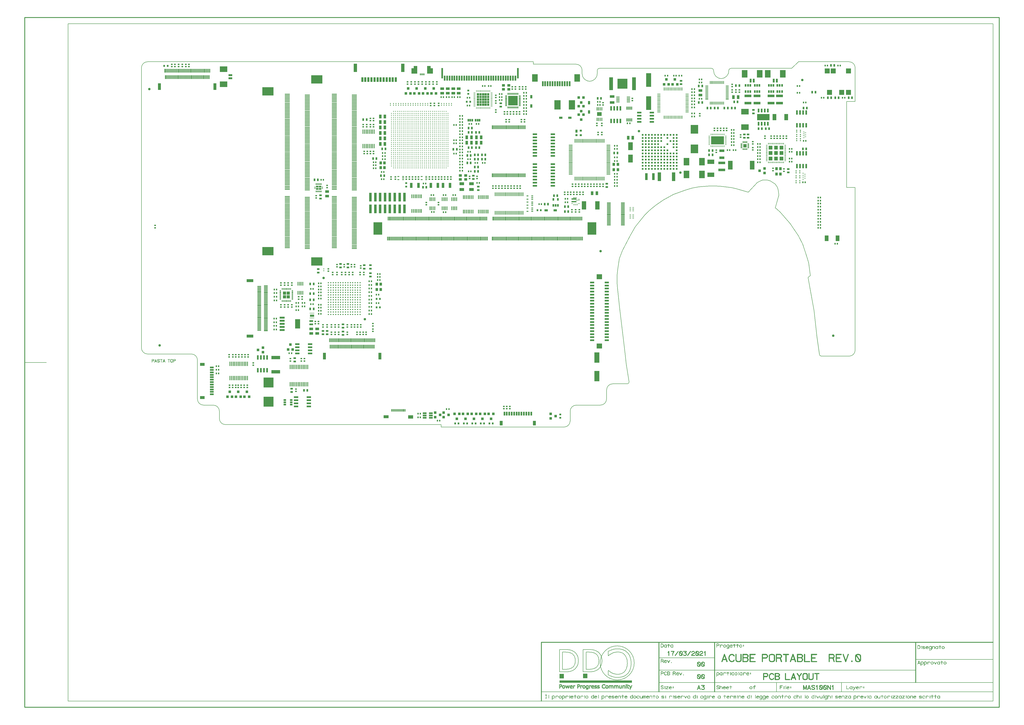
<source format=gbr>
*
G04 Job   : D:\Pd-Master\Mas\Mas100n1 ACB_0001_0\Mas100n1 ACUBE_PORTABILE R_0.pcb*
G04 User  : DESKTOP-CUVV7JD:Shina*
G04 Layer : 13-SolderPasteTop.gbr*
G04 Date  : Wed Mar 17 17:59:37 2021*
G04 RSM MASTER DESIGN srl*
%ICAS*%
%MOMM*%
%FSLAX24Y24*%
%OFA0.0000B0.0000*%
G90*
G74*
%AMVB_RECTANGLE*
21,1,$1,$2,0,0,$3*
%
%AMVB_FINGER0*
$3=$1/2*
$4=$2/2*
$5=0-$4*
1,1,$2,$3-$4,0*
21,1,$1-$4,$2,$5/2,0,0*
%
%AMVB_FINGER90*
$3=$1/2*
$4=$2/2*
$5=0-$4*
1,1,$2,0,$3-$4*
21,1,$2,$1-$4,0,$5/2,0*
%
%AMVB_FINGER180*
$3=$1/2*
$4=$2/2*
1,1,$2,$4-$3,0*
21,1,$1-$4,$2,$4/2,0,0*
%
%AMVB_FINGER270*
$3=$1/2*
$4=$2/2*
1,1,$2,0,$4-$3*
21,1,$2,$1-$4,0,$4/2,0*
%
%AMVB_RCRECTANGLE*
$3=$3X2*
21,1,$1-$3,$2,0,0,0*
21,1,$1,$2-$3,0,0,0*
$1=$1/2*
$2=$2/2*
$3=$3/2*
$1=$1-$3*
$2=$2-$3*
1,1,$3X2,0-$1,0-$2*
1,1,$3X2,0-$1,$2*
1,1,$3X2,$1,$2*
1,1,$3X2,$1,0-$2*
%
%ADD10C,0.15000*%
%ADD49C,0.20000*%
%ADD43C,0.20320*%
%ADD46C,0.25000*%
%ADD44C,0.25400*%
%ADD47C,0.30480*%
%ADD62C,0.35000*%
%ADD45C,0.38000*%
%ADD136C,0.50000*%
%ADD11C,1.01600*%
%ADD107O,0.90000X0.30000*%
%ADD108O,0.30000X0.90000*%
%ADD39VB_RECTANGLE,0.65000X0.65000X0.00000*%
%ADD130VB_RECTANGLE,1.30000X1.30000X90.00000*%
%ADD102VB_RECTANGLE,2.00000X2.00000X270.00000*%
%ADD106VB_RECTANGLE,3.93700X3.93700X0.00000*%
%ADD27VB_RECTANGLE,4.00000X4.00000X180.00000*%
%ADD54VB_RECTANGLE,4.06400X4.06400X0.00000*%
%ADD15VB_RECTANGLE,0.50000X0.25000X90.00000*%
%ADD72VB_RECTANGLE,0.60000X0.25000X180.00000*%
%ADD29VB_RECTANGLE,0.60000X0.25000X270.00000*%
%ADD12VB_RECTANGLE,0.63500X0.58420X180.00000*%
%ADD13VB_RECTANGLE,0.63500X0.58420X270.00000*%
%ADD135VB_RECTANGLE,0.70000X0.20000X0.00000*%
%ADD85VB_RECTANGLE,0.76200X0.30480X270.00000*%
%ADD83VB_RECTANGLE,0.76200X0.40640X180.00000*%
%ADD60VB_RECTANGLE,0.76200X0.63500X0.00000*%
%ADD68VB_RECTANGLE,0.76200X0.63500X90.00000*%
%ADD42VB_RECTANGLE,0.76200X0.88900X270.00000*%
%ADD82VB_RECTANGLE,1.00000X0.30000X90.00000*%
%ADD84VB_RECTANGLE,1.00000X1.25000X180.00000*%
%ADD25VB_RECTANGLE,1.00000X1.25000X270.00000*%
%ADD30VB_RECTANGLE,1.01600X0.66040X180.00000*%
%ADD32VB_RECTANGLE,1.01600X0.66040X270.00000*%
%ADD75VB_RECTANGLE,1.01600X1.01600X0.00000*%
%ADD61VB_RECTANGLE,1.01600X1.01600X270.00000*%
%ADD67VB_RECTANGLE,1.10000X0.60000X270.00000*%
%ADD20VB_RECTANGLE,1.14300X0.25400X0.00000*%
%ADD21VB_RECTANGLE,1.14300X0.25400X270.00000*%
%ADD41VB_RECTANGLE,1.14300X0.88900X270.00000*%
%ADD26VB_RECTANGLE,1.14300X1.01600X90.00000*%
%ADD23VB_RECTANGLE,1.27000X0.20320X180.00000*%
%ADD22VB_RECTANGLE,1.27000X0.20320X90.00000*%
%ADD119VB_RECTANGLE,1.27000X0.27940X90.00000*%
%ADD103VB_RECTANGLE,1.39700X0.81280X0.00000*%
%ADD64VB_RECTANGLE,1.39700X0.81280X90.00000*%
%ADD38VB_RECTANGLE,1.40000X0.35000X90.00000*%
%ADD118VB_RECTANGLE,1.40000X0.40000X0.00000*%
%ADD17VB_RECTANGLE,1.50000X0.30000X0.00000*%
%ADD93VB_RECTANGLE,1.50000X0.30000X90.00000*%
%ADD120VB_RECTANGLE,1.52400X0.25400X180.00000*%
%ADD65VB_RECTANGLE,1.52400X0.25400X90.00000*%
%ADD76VB_RECTANGLE,1.52400X0.27940X90.00000*%
%ADD101VB_RECTANGLE,1.52400X0.35560X90.00000*%
%ADD71VB_RECTANGLE,1.52400X0.63500X270.00000*%
%ADD104VB_RECTANGLE,1.52400X0.76200X0.00000*%
%ADD105VB_RECTANGLE,1.52400X0.76200X270.00000*%
%ADD51VB_RECTANGLE,1.52400X1.01600X0.00000*%
%ADD31VB_RECTANGLE,1.52400X1.01600X270.00000*%
%ADD87VB_RECTANGLE,1.60000X0.60000X0.00000*%
%ADD99VB_RECTANGLE,1.60000X0.60000X90.00000*%
%ADD117VB_RECTANGLE,1.60000X0.70000X0.00000*%
%ADD33VB_RECTANGLE,1.70000X0.25000X180.00000*%
%ADD96VB_RECTANGLE,1.70000X0.70000X0.00000*%
%ADD16VB_RECTANGLE,1.70000X0.90000X0.00000*%
%ADD40VB_RECTANGLE,1.77800X0.35560X270.00000*%
%ADD24VB_RECTANGLE,1.77800X0.66040X0.00000*%
%ADD91VB_RECTANGLE,1.77800X0.66040X270.00000*%
%ADD88VB_RECTANGLE,1.80000X1.20000X0.00000*%
%ADD100VB_RECTANGLE,1.80000X1.20000X90.00000*%
%ADD114VB_RECTANGLE,1.90000X0.85000X270.00000*%
%ADD66VB_RECTANGLE,1.90000X1.10000X0.00000*%
%ADD37VB_RECTANGLE,1.90000X1.50000X0.00000*%
%ADD53VB_RECTANGLE,2.00000X0.35000X180.00000*%
%ADD34VB_RECTANGLE,2.00000X0.50000X180.00000*%
%ADD77VB_RECTANGLE,2.00000X0.60000X270.00000*%
%ADD80VB_RECTANGLE,2.00000X1.20000X0.00000*%
%ADD81VB_RECTANGLE,2.00000X1.30000X0.00000*%
%ADD90VB_RECTANGLE,2.03200X0.66040X270.00000*%
%ADD137VB_RECTANGLE,2.03200X0.76200X0.00000*%
%ADD79VB_RECTANGLE,2.03200X1.01600X180.00000*%
%ADD50VB_RECTANGLE,2.03200X1.01600X270.00000*%
%ADD97VB_RECTANGLE,2.20000X2.00000X0.00000*%
%ADD48VB_RECTANGLE,2.28600X1.52400X270.00000*%
%ADD89VB_RECTANGLE,2.54000X1.52400X90.00000*%
%ADD94VB_RECTANGLE,2.70000X1.20000X0.00000*%
%ADD92VB_RECTANGLE,2.70000X1.20000X90.00000*%
%ADD19VB_RECTANGLE,2.79400X1.01600X180.00000*%
%ADD121VB_RECTANGLE,2.79400X1.01600X270.00000*%
%ADD57VB_RECTANGLE,2.79400X1.77800X0.00000*%
%ADD95VB_RECTANGLE,3.04800X2.28600X180.00000*%
%ADD58VB_RECTANGLE,3.04800X2.28600X90.00000*%
%ADD63VB_RECTANGLE,3.22580X1.90500X270.00000*%
%ADD115VB_RECTANGLE,3.35000X1.30000X270.00000*%
%ADD18VB_RECTANGLE,3.42900X1.77800X90.00000*%
%ADD74VB_RECTANGLE,3.55600X1.01600X90.00000*%
%ADD59VB_RECTANGLE,3.55600X1.39700X0.00000*%
%ADD116VB_RECTANGLE,3.55600X1.39700X90.00000*%
%ADD109VB_RECTANGLE,3.60000X1.80000X90.00000*%
%ADD14VB_RECTANGLE,3.60000X3.00000X270.00000*%
%ADD138VB_RECTANGLE,3.81000X2.03200X270.00000*%
%ADD28VB_RECTANGLE,3.81000X2.54000X270.00000*%
%ADD56VB_RECTANGLE,4.19100X2.03200X270.00000*%
%ADD78VB_RECTANGLE,4.20000X0.70000X270.00000*%
%ADD52VB_RECTANGLE,4.50000X3.40000X180.00000*%
%ADD98VB_RECTANGLE,5.00000X3.50000X90.00000*%
%ADD70VB_RECTANGLE,5.08000X2.54000X0.00000*%
%ADD55VB_RECTANGLE,5.20000X1.50000X90.00000*%
%ADD86VB_RECTANGLE,5.60000X2.10000X270.00000*%
%ADD131VB_FINGER0,0.60000X0.25000*%
%ADD132VB_FINGER90,0.60000X0.25000*%
%ADD133VB_FINGER180,0.60000X0.25000*%
%ADD134VB_FINGER270,0.60000X0.25000*%
%ADD123VB_FINGER0,0.60000X0.28000*%
%ADD124VB_FINGER90,0.60000X0.28000*%
%ADD125VB_FINGER180,0.60000X0.28000*%
%ADD122VB_FINGER270,0.60000X0.28000*%
%ADD35VB_FINGER90,0.70000X0.28000*%
%ADD36VB_FINGER270,0.70000X0.28000*%
%ADD129VB_FINGER0,0.76200X0.30480*%
%ADD127VB_FINGER90,0.76200X0.30480*%
%ADD126VB_FINGER180,0.76200X0.30480*%
%ADD128VB_FINGER270,0.76200X0.30480*%
%ADD110VB_FINGER0,0.80010X0.22860*%
%ADD112VB_FINGER90,0.80010X0.22860*%
%ADD111VB_FINGER180,0.80010X0.22860*%
%ADD113VB_FINGER270,0.80010X0.22860*%
%ADD73VB_RCRECTANGLE,0.40000X0.40000X0.10000*%
%ADD69VB_RCRECTANGLE,0.45000X0.45000X0.13000*%
G01*
G36*
X581000Y528500D02*
X593500D01*
Y541000*
X581000*
Y528500*
Y544000D02*
X593500D01*
Y556500*
X581000*
Y544000*
X596500Y528500D02*
X609000D01*
Y541000*
X596500*
Y528500*
Y544000D02*
X609000D01*
Y556500*
X596500*
Y544000*
X709700Y978750D02*
Y981250D01*
X714700*
Y980000*
Y978750*
X709700*
Y983750D02*
Y986250D01*
X714700*
Y985000*
Y983750*
X709700*
X716400Y974600D02*
X726400D01*
Y981400*
X716400*
Y974600*
Y983600D02*
X726400D01*
Y990400*
X716400*
Y983600*
X728600Y974600D02*
X738600D01*
Y981400*
X728600*
Y974600*
Y983600D02*
X738600D01*
Y990400*
X728600*
Y983600*
X740300Y978750D02*
Y980000D01*
Y981250*
X745300*
Y978750*
X740300*
Y983750D02*
Y985000D01*
Y986250*
X745300*
Y983750*
X740300*
X1108500Y1451500D02*
X1132500D01*
Y1482500*
X1118000*
Y1473500*
X1108500*
Y1451500*
X1196500D02*
X1172500D01*
Y1482500*
X1187000*
Y1473500*
X1196500*
Y1451500*
X1377000Y1319500D02*
X1386000D01*
Y1328500*
X1377000*
Y1319500*
Y1330000D02*
X1386000D01*
Y1339000*
X1377000*
Y1330000*
Y1340500D02*
X1386000D01*
Y1349500*
X1377000*
Y1340500*
Y1351000D02*
X1386000D01*
Y1360000*
X1377000*
Y1351000*
Y1361500D02*
X1386000D01*
Y1370500*
X1377000*
Y1361500*
X1387500Y1319500D02*
X1396500D01*
Y1328500*
X1387500*
Y1319500*
Y1330000D02*
X1396500D01*
Y1339000*
X1387500*
Y1330000*
Y1340500D02*
X1396500D01*
Y1349500*
X1387500*
Y1340500*
Y1351000D02*
X1396500D01*
Y1360000*
X1387500*
Y1351000*
Y1361500D02*
X1396500D01*
Y1370500*
X1387500*
Y1361500*
X1398000Y1319500D02*
X1407000D01*
Y1328500*
X1398000*
Y1319500*
Y1330000D02*
X1407000D01*
Y1339000*
X1398000*
Y1330000*
Y1340500D02*
X1407000D01*
Y1349500*
X1398000*
Y1340500*
Y1351000D02*
X1407000D01*
Y1360000*
X1398000*
Y1351000*
Y1361500D02*
X1407000D01*
Y1370500*
X1398000*
Y1361500*
X1408500Y1319500D02*
X1417500D01*
Y1328500*
X1408500*
Y1319500*
Y1330000D02*
X1417500D01*
Y1339000*
X1408500*
Y1330000*
Y1340500D02*
X1417500D01*
Y1349500*
X1408500*
Y1340500*
Y1351000D02*
X1417500D01*
Y1360000*
X1408500*
Y1351000*
Y1361500D02*
X1417500D01*
Y1370500*
X1408500*
Y1361500*
X1419000Y1319500D02*
X1428000D01*
Y1328500*
X1419000*
Y1319500*
Y1330000D02*
X1428000D01*
Y1339000*
X1419000*
Y1330000*
Y1340500D02*
X1428000D01*
Y1349500*
X1419000*
Y1340500*
Y1351000D02*
X1428000D01*
Y1360000*
X1419000*
Y1351000*
Y1361500D02*
X1428000D01*
Y1370500*
X1419000*
Y1361500*
X1511000Y1326000D02*
X1523500D01*
Y1338500*
X1511000*
Y1326000*
Y1341500D02*
X1523500D01*
Y1354000*
X1511000*
Y1341500*
X1526500Y1326000D02*
X1539000D01*
Y1338500*
X1526500*
Y1326000*
Y1341500D02*
X1539000D01*
Y1354000*
X1526500*
Y1341500*
X1716195Y-1049529D02*
X2013795D01*
Y-1040729*
X1716195*
Y-1049529*
X1716595Y-1031929D02*
X1734195D01*
Y-1013129*
X1716595*
Y-1031929*
X1773500Y938900D02*
X1776000D01*
Y944400*
X1773500*
Y938900*
X1778500D02*
X1781000D01*
Y944400*
X1778500*
Y938900*
X1783500D02*
X1786000D01*
Y944400*
X1783500*
Y938900*
X1812995Y-1031529D02*
X1830595D01*
Y-1012729*
X1812995*
Y-1031529*
X2338500Y1161000D02*
X2391500D01*
Y1194000*
X2338500*
Y1161000*
X2575000Y1095000D02*
X2590000D01*
Y1110000*
X2575000*
Y1095000*
Y1117500D02*
X2590000D01*
Y1132500*
X2575000*
Y1117500*
Y1140000D02*
X2590000D01*
Y1155000*
X2575000*
Y1140000*
X2597500Y1095000D02*
X2612500D01*
Y1110000*
X2597500*
Y1095000*
Y1117500D02*
X2612500D01*
Y1132500*
X2597500*
Y1117500*
Y1140000D02*
X2612500D01*
Y1155000*
X2597500*
Y1140000*
X2620000Y1095000D02*
X2635000D01*
Y1110000*
X2620000*
Y1095000*
Y1117500D02*
X2635000D01*
Y1132500*
X2620000*
Y1117500*
Y1140000D02*
X2635000D01*
Y1155000*
X2620000*
Y1140000*
G37*
G54D10*
X43576Y277569D02*
X49324D01*
X50344Y276813*
X51172Y275685*
Y274209*
X50320Y273033*
X49324Y272301*
X43576*
Y277569*
X50728Y277137D02*
X50692Y277161D01*
X50668Y277173*
Y277185*
X49540Y278013*
X49480Y278037*
X49444Y278049*
X49384Y278061*
X43324*
X43228Y278037*
X43168Y277977*
X43108Y277917*
X43084Y277821*
Y266301*
X43108Y266217*
X43156Y266145*
X43240Y266109*
X43324Y266097*
X43420Y266109*
X43504Y266145*
X43552Y266217*
X43576Y266301*
Y271821*
X49384*
X49456*
X49492Y271833*
X49540Y271857*
X50668Y272673*
X50704Y272709*
X50740Y272781*
X51616Y273969*
Y273993*
X51628Y274005*
X51640Y274017*
Y274053*
X51652Y274077*
Y274113*
Y275769*
X51640Y275817*
Y275841*
X51628Y275865*
X51616Y275877*
Y275901*
X50728Y277137*
X58708Y277089D02*
X61240Y269853D01*
X56152*
X58708Y277089*
X58948Y277893D02*
X58912Y277941D01*
X58864Y277989*
X58804Y278013*
X58720Y278025*
X58648*
X58588Y278001*
X58528Y277965*
X58480Y277893*
X54436Y266397*
X54424Y266301*
X54448Y266217*
X54508Y266157*
X54592Y266121*
X54676Y266097*
X54772Y266109*
X54844Y266157*
X54892Y266241*
X55996Y269361*
X61432*
X62524Y266241*
X62572Y266157*
X62656Y266109*
X62752Y266097*
X62824Y266121*
X62896Y266157*
X62956Y266217*
X62992Y266301*
X62968Y266397*
X58948Y277893*
X67000Y267105D02*
X67024Y267081D01*
X67048Y267057*
X67072Y267045*
X69184Y266073*
X69208Y266061*
X69268*
X70852*
X70888*
X70912*
X70936*
X70948Y266073*
X70972*
X73084Y267045*
X73156Y267105*
X74284Y268101*
X74308Y268125*
X74320Y268149*
X74332Y268173*
X74344Y268197*
Y268233*
X74356Y268245*
Y268269*
Y269997*
X74344Y270045*
X74320Y270105*
X74308Y270153*
X74272Y270213*
X72640Y271437*
X72556Y271461*
X67756Y273093*
X66280Y274245*
Y275745*
X67312Y276945*
X69280Y277569*
X70876*
X72856Y276957*
X73948Y275685*
X73984Y275649*
X74020Y275625*
X74056Y275613*
X74104*
X74188Y275637*
X74260Y275697*
X74320Y275769*
X74356Y275853*
Y275937*
X74308Y276009*
X73180Y277329*
X73132Y277365*
X73072Y277377*
X73060*
Y277401*
X70972Y278025*
X70936Y278049*
X70900Y278061*
X69268*
X69220Y278049*
X69184Y278025*
X67108Y277389*
X67096Y277377*
X67048Y277365*
X66988Y277317*
X65860Y275997*
X65812Y275949*
X65800Y275913*
X65788Y275853*
Y274113*
X65800Y274041*
X65824Y273981*
X65848Y273945*
X65872Y273921*
X65896Y273909*
X67504Y272673*
X67528Y272661*
X67576*
X72364Y271029*
X73876Y269865*
Y268365*
X72880Y267501*
X70828Y266553*
X69328*
X67276Y267501*
X66196Y268461*
X66112Y268497*
X66028*
X65944Y268461*
X65884Y268401*
X65836Y268329*
X65800Y268245*
Y268209*
X65812Y268173*
X65836Y268125*
X65872Y268101*
X66988Y267105*
X67000*
X77368Y278061D02*
X77272Y278037D01*
X77212Y277989*
X77176Y277905*
X77164Y277809*
X77176Y277725*
X77212Y277641*
X77272Y277593*
X77368Y277569*
X81172*
Y266301*
X81196Y266217*
X81244Y266145*
X81328Y266109*
X81412Y266097*
X81496Y266109*
X81580Y266145*
X81628Y266217*
X81652Y266301*
Y277569*
X85456*
X85552Y277593*
X85612Y277641*
X85648Y277725*
X85660Y277809*
X85648Y277905*
X85612Y277989*
X85552Y278037*
X85456Y278061*
X77368*
X92752Y277089D02*
X95284Y269853D01*
X90196*
X92752Y277089*
X92992Y277893D02*
X92956Y277941D01*
X92908Y277989*
X92848Y278013*
X92764Y278025*
X92692*
X92632Y278001*
X92572Y277965*
X92524Y277893*
X88480Y266397*
X88468Y266301*
X88492Y266217*
X88552Y266157*
X88636Y266121*
X88720Y266097*
X88816Y266109*
X88888Y266157*
X88936Y266241*
X90040Y269361*
X95476*
X96568Y266241*
X96616Y266157*
X96700Y266109*
X96796Y266097*
X96868Y266121*
X96940Y266157*
X97000Y266217*
X97036Y266301*
X97012Y266397*
X92992Y277893*
X108652Y278061D02*
X108556Y278037D01*
X108496Y277989*
X108460Y277905*
X108448Y277809*
X108460Y277725*
X108496Y277641*
X108556Y277593*
X108652Y277569*
X112456*
Y266301*
X112480Y266217*
X112528Y266145*
X112612Y266109*
X112696Y266097*
X112780Y266109*
X112864Y266145*
X112912Y266217*
X112936Y266301*
Y277569*
X116740*
X116836Y277593*
X116896Y277641*
X116932Y277725*
X116944Y277809*
X116932Y277905*
X116896Y277989*
X116836Y278037*
X116740Y278061*
X108652*
X120244Y268833D02*
Y275289D01*
X120484Y276441*
X120964Y277017*
X122128Y277437*
X123256Y277569*
X124804*
X124828*
X125956Y277437*
X127108Y277017*
X127588Y276441*
X127840Y275289*
Y268833*
X127600Y267705*
X127132Y267273*
X125908Y266673*
X124828Y266553*
X123280*
X123256*
X122164Y266673*
X120952Y267273*
X120484Y267705*
X120244Y268833*
X127360Y266829D02*
X127432Y266889D01*
X127996Y267417*
X128008Y267453*
X128068Y267537*
X128320Y268737*
Y268821*
Y275289*
Y275385*
X128068Y276585*
X128044Y276609*
X128032Y276633*
X128020Y276645*
X127996Y276693*
X127432Y277389*
X127408*
X127396Y277413*
Y277425*
X127360Y277449*
X127324Y277461*
X126076Y277869*
X126040Y277893*
X126004Y277905*
X124876Y278061*
X124864*
X123244*
X123196*
X123184*
X122068Y277905*
X122032Y277893*
X121996Y277869*
X120760Y277461*
X120712Y277437*
X120700Y277425*
X120664Y277389*
X120076Y276693*
X120052Y276657*
X120040*
X120016Y276621*
X120004Y276585*
X119752Y275385*
X119740Y275337*
X119752Y275289*
Y268821*
X119740Y268785*
X119752Y268737*
X120004Y267537*
X120016Y267477*
X120064Y267453*
Y267441*
X120100Y267417*
X120664Y266889*
X120676*
X120748Y266829*
X121996Y266229*
X122020Y266217*
X122044*
X122068*
X123184Y266061*
X123232*
X123244*
X124828*
X124864*
X124876*
X126004Y266217*
X126028*
X126052Y266229*
X126076*
X127360Y266829*
X131584Y277569D02*
X137332D01*
X138352Y276813*
X139180Y275685*
Y274209*
X138328Y273033*
X137332Y272301*
X131584*
Y277569*
X138736Y277137D02*
X138700Y277161D01*
X138676Y277173*
Y277185*
X137548Y278013*
X137488Y278037*
X137452Y278049*
X137392Y278061*
X131332*
X131236Y278037*
X131176Y277977*
X131116Y277917*
X131092Y277821*
Y266301*
X131116Y266217*
X131164Y266145*
X131248Y266109*
X131332Y266097*
X131428Y266109*
X131512Y266145*
X131560Y266217*
X131584Y266301*
Y271821*
X137392*
X137464*
X137500Y271833*
X137548Y271857*
X138676Y272673*
X138712Y272709*
X138748Y272781*
X139624Y273969*
Y273993*
X139636Y274005*
X139648Y274017*
Y274053*
X139660Y274077*
Y274113*
Y275769*
X139648Y275817*
Y275841*
X139636Y275865*
X139624Y275877*
Y275901*
X138736Y277137*
X2930000Y1337000D02*
X2895000D01*
Y984000*
X2930000*
Y316000*
G02X2905000Y291000I25000*
G01X2792719*
G02X2782812Y299638J10000*
G01X2773000Y371000*
X2761000Y478000*
X2737000Y614000*
X2746000Y622000*
X2739000Y674000*
X2731000Y702000*
X2715000Y751000*
X2697000Y786000*
X2663000Y836000*
X2623000Y881000*
X2610000Y894000*
X2602000Y900000*
X2609000Y924000*
X2615000Y945000*
X2616000Y950000*
Y956000*
X2615000Y969000*
X2614000Y974000*
X2611000Y983000*
X2608000Y989000*
X2601000Y998000*
X2588000Y1007000*
X2583000Y1010000*
X2569000Y1014000*
X2550000*
X2544000Y1012000*
X2528000Y1004000*
X2491000Y964000*
X2441000Y979000*
X2423000Y983000*
X2375000Y989000*
X2354000Y990000*
X2332000*
X2289000Y986000*
X2261000Y981000*
X2233000Y973000*
X2184000Y955000*
X2142000Y932000*
X2112000Y911000*
X2090000Y893000*
X2080000Y884000*
X2066000Y870000*
X2044000Y843000*
X2027000Y822000*
X2007000Y787000*
X1975000Y725000*
X1962000Y692000*
X1955000Y647000*
X1953000Y623000*
Y591000*
X1954000Y571000*
X1955000Y563000*
X1963000Y491000*
X1982000Y329000*
X1987000Y285000*
X1990000Y261000*
X2001575Y185994*
G02X2001663Y184850I7412J1144*
X1996833Y177841I7500*
G01X1934619Y177597*
G03X1909719Y152883I98J25000*
G01X1909282Y114714*
G02X1884284Y90000I24998J286*
G01X1785000*
G03X1760000Y65000J25000*
G01Y25000*
G02X1735000Y0I25000*
G01X1230000*
Y10000*
X345000*
G02X320000Y35000J25000*
G01Y65000*
G03X295000Y90000I25000*
G01X255000*
G02X230000Y115000J25000*
G01Y275000*
G03X205000Y300000I25000*
G01X25000*
G02X0Y325000J25000*
G01Y1475000*
G02X25000Y1500000I25000*
G01X1609000*
Y1490000*
X1784000*
G02X1809000Y1465000J25000*
G01Y1451000*
G03X1840000Y1420000I31000*
X1871000Y1451000J31000*
G01Y1463000*
G02X1881000Y1473000I10000*
G01X2339000*
G02X2349000Y1463000J10000*
G01Y1462000*
G03X2380000Y1431000I31000*
X2411000Y1462000J31000*
G01Y1463000*
G02X2421000Y1473000I10000*
G01X2670000*
X2697500Y1500000*
X2905000*
G02X2930000Y1475000J25000*
G01Y1337000*
G54D11*
X32500Y1387500D03*
X75000Y335000D03*
X747500Y612500D03*
X917500Y442500D03*
X1885000Y722500D03*
X2042500Y1215000D03*
X2212500Y1045000D03*
X2712500Y1425000D03*
X2840000Y375000D03*
G54D12*
X56000Y818301D03*
Y827699D03*
X125000Y1480301D03*
Y1489699D03*
X137500Y1480301D03*
Y1489699D03*
X152500Y1480301D03*
Y1489699D03*
X167500Y1480301D03*
Y1489699D03*
X182500Y1480301D03*
Y1489699D03*
X195000Y1480301D03*
Y1489699D03*
X360000Y287801D03*
Y297199D03*
X362000Y162801D03*
Y172199D03*
X374500Y162801D03*
Y172199D03*
X375000Y287801D03*
Y297199D03*
X387000Y162801D03*
Y172199D03*
X387500Y287801D03*
Y297199D03*
X397000Y162801D03*
Y172199D03*
X400000Y287801D03*
Y297199D03*
X409500Y162801D03*
Y172199D03*
X412500Y287801D03*
Y297199D03*
X422000Y162801D03*
Y172199D03*
X425000Y287801D03*
Y297199D03*
X434500Y162801D03*
Y172199D03*
X437500Y287801D03*
Y297199D03*
X459000Y254301D03*
Y263699D03*
X572500Y492801D03*
Y502199D03*
Y582801D03*
Y592199D03*
X587500Y492801D03*
Y502199D03*
Y582801D03*
Y592199D03*
X602500Y492801D03*
Y502199D03*
Y582801D03*
Y592199D03*
X611500Y271301D03*
Y280699D03*
X617500Y492801D03*
Y502199D03*
Y582801D03*
Y592199D03*
X634000Y146301D03*
Y155699D03*
X645000Y525301D03*
Y534699D03*
X656500Y271301D03*
Y280699D03*
X660000Y525301D03*
Y534699D03*
X669000Y271301D03*
Y280699D03*
X714330Y423891D03*
Y433289D03*
X717500Y940301D03*
Y949699D03*
X726830Y423891D03*
Y433289D03*
X745000Y410301D03*
Y419699D03*
X762500Y410301D03*
Y419699D03*
Y982801D03*
Y992199D03*
X767500Y640301D03*
Y649699D03*
X780000Y380301D03*
Y389699D03*
Y410301D03*
Y419699D03*
X785000Y625301D03*
Y634699D03*
X795000Y380301D03*
Y389699D03*
Y410301D03*
Y419699D03*
X802500Y625301D03*
Y634699D03*
Y657801D03*
Y667199D03*
X810000Y380301D03*
Y389699D03*
Y410301D03*
Y419699D03*
X822500Y625301D03*
Y634699D03*
X832500Y657801D03*
Y667199D03*
X837500Y625301D03*
Y634699D03*
X845000Y380301D03*
Y389699D03*
Y410301D03*
Y419699D03*
X852500Y625301D03*
Y634699D03*
X862500Y410301D03*
Y419699D03*
Y657801D03*
Y667199D03*
X867500Y625301D03*
Y634699D03*
X875000Y410301D03*
Y419699D03*
Y657801D03*
Y667199D03*
X885000Y380301D03*
Y389699D03*
X887500Y410301D03*
Y419699D03*
X897500Y380301D03*
Y389699D03*
Y625301D03*
Y634699D03*
X900000Y410301D03*
Y419699D03*
Y652801D03*
Y662199D03*
X910000Y380301D03*
Y389699D03*
Y1232801D03*
Y1242199D03*
X912500Y625301D03*
Y634699D03*
X915000Y1122801D03*
Y1132199D03*
X922500Y380301D03*
Y389699D03*
X925000Y1232801D03*
Y1242199D03*
X927500Y1122801D03*
Y1132199D03*
X940000Y1122801D03*
Y1132199D03*
Y1232801D03*
Y1242199D03*
Y1257801D03*
Y1267199D03*
X950000Y392801D03*
Y402199D03*
Y415301D03*
Y424699D03*
X952500Y1122801D03*
Y1132199D03*
Y1232801D03*
Y1242199D03*
Y1257801D03*
Y1267199D03*
X1025000Y1017801D03*
Y1027199D03*
X1042500Y1017801D03*
Y1027199D03*
X1087500Y1017801D03*
Y1027199D03*
X1092500Y1407801D03*
Y1417199D03*
X1100000Y1017801D03*
Y1027199D03*
X1107500Y1407801D03*
Y1417199D03*
X1112500Y1017801D03*
Y1027199D03*
X1122500Y1407801D03*
Y1417199D03*
X1125000Y1017801D03*
Y1027199D03*
X1137500Y1017801D03*
Y1027199D03*
Y1407801D03*
Y1417199D03*
X1152500Y1407801D03*
Y1417199D03*
X1167500Y1407801D03*
Y1417199D03*
X1169250Y912551D03*
Y921949D03*
X1182500Y1017801D03*
Y1027199D03*
Y1407801D03*
Y1417199D03*
X1187500Y1320301D03*
Y1329699D03*
X1195000Y1017801D03*
Y1027199D03*
X1197500Y1407801D03*
Y1417199D03*
X1202500Y1320301D03*
Y1329699D03*
X1207500Y1017801D03*
Y1027199D03*
X1212500Y1407801D03*
Y1417199D03*
X1219250Y912551D03*
Y921949D03*
X1220000Y1017801D03*
Y1027199D03*
Y1320301D03*
Y1329699D03*
X1232500Y1017801D03*
Y1027199D03*
X1245000Y1017801D03*
Y1027199D03*
X1257500Y1017801D03*
Y1027199D03*
X1270000Y1017801D03*
Y1027199D03*
X1347500Y1020301D03*
Y1029699D03*
X1377500Y1020301D03*
Y1029699D03*
X1442500Y980301D03*
Y989699D03*
X1455000Y980301D03*
Y989699D03*
Y1292801D03*
Y1302199D03*
Y1330301D03*
Y1339699D03*
Y1352801D03*
Y1362199D03*
X1467500Y980301D03*
Y989699D03*
X1480000Y980301D03*
Y989699D03*
X1487500Y75301D03*
Y84699D03*
X1490000Y1285301D03*
Y1294699D03*
X1492500Y980301D03*
Y989699D03*
X1497500Y1252801D03*
Y1262199D03*
X1500000Y75301D03*
Y84699D03*
X1502500Y1285301D03*
Y1294699D03*
X1505000Y980301D03*
Y989699D03*
X1510000Y1252801D03*
Y1262199D03*
X1512500Y75301D03*
Y84699D03*
X1515000Y1285301D03*
Y1294699D03*
X1517500Y980301D03*
Y989699D03*
X1522500Y1387801D03*
Y1397199D03*
X1527500Y1285301D03*
Y1294699D03*
X1530000Y980301D03*
Y989699D03*
X1535000Y1387801D03*
Y1397199D03*
X1540000Y1285301D03*
Y1294699D03*
X1542500Y980301D03*
Y989699D03*
X1552500Y1285301D03*
Y1294699D03*
Y1387801D03*
Y1397199D03*
X1555000Y980301D03*
Y989699D03*
X1560000Y1252801D03*
Y1262199D03*
X1565000Y1387801D03*
Y1397199D03*
X1572500Y1252801D03*
Y1262199D03*
X1577500Y1387801D03*
Y1397199D03*
X1737500Y955301D03*
Y964699D03*
X1750000Y955301D03*
Y964699D03*
X1762500Y955301D03*
Y964699D03*
X1767500Y882801D03*
Y892199D03*
X1770000Y987801D03*
Y997199D03*
X1775000Y955301D03*
Y964699D03*
X1782500Y882801D03*
Y892199D03*
Y987801D03*
Y997199D03*
X1787500Y955301D03*
Y964699D03*
X1795000Y987801D03*
Y997199D03*
X1797500Y882801D03*
Y892199D03*
X1800000Y955301D03*
Y964699D03*
X1807500Y987801D03*
Y997199D03*
X1812500Y955301D03*
Y964699D03*
X1820000Y987801D03*
Y997199D03*
X1832500Y987801D03*
Y997199D03*
X1845000Y987801D03*
Y997199D03*
X1857500Y987801D03*
Y997199D03*
X1870000Y987801D03*
Y997199D03*
Y1237801D03*
Y1247199D03*
X1875000Y1200301D03*
Y1209699D03*
X1882500Y987801D03*
Y997199D03*
X1890000Y1200301D03*
Y1209699D03*
Y1237801D03*
Y1247199D03*
X1895000Y987801D03*
Y997199D03*
Y1322801D03*
Y1332199D03*
X2015000Y1340301D03*
Y1349699D03*
X2292500Y1277801D03*
Y1287199D03*
X2352500Y1217801D03*
Y1227199D03*
X2360000Y1127801D03*
Y1137199D03*
X2365000Y1217801D03*
Y1227199D03*
X2377500Y1217801D03*
Y1227199D03*
X2390000Y1217801D03*
Y1227199D03*
X2402500Y1217801D03*
Y1227199D03*
X2425000Y1375301D03*
Y1384699D03*
Y1397801D03*
Y1407199D03*
X2440000Y1375301D03*
Y1384699D03*
X2455000Y1375301D03*
Y1384699D03*
X2460000Y1190301D03*
Y1199699D03*
X2510000Y1137801D03*
Y1147199D03*
Y1162801D03*
Y1172199D03*
X2560000Y1185301D03*
Y1194699D03*
X2585000Y1185301D03*
Y1194699D03*
X2592500Y1052801D03*
Y1062199D03*
X2597500Y1185301D03*
Y1194699D03*
X2610000Y1185301D03*
Y1194699D03*
X2622500Y1185301D03*
Y1194699D03*
X2635000Y1185301D03*
Y1194699D03*
X2637500Y1050301D03*
Y1059699D03*
X2647500Y1185301D03*
Y1194699D03*
G54D13*
X307801Y220000D03*
Y235000D03*
Y250000D03*
X317199Y220000D03*
Y235000D03*
Y250000D03*
X544301Y400500D03*
Y415500D03*
Y430500D03*
Y445500D03*
X545301Y520000D03*
Y535000D03*
Y550000D03*
Y565000D03*
X553699Y400500D03*
Y415500D03*
Y430500D03*
Y445500D03*
X554699Y520000D03*
Y535000D03*
Y550000D03*
Y565000D03*
X606801Y303500D03*
X616199D03*
X635301Y480000D03*
Y495000D03*
Y510000D03*
X644699Y480000D03*
Y495000D03*
Y510000D03*
X660301Y495000D03*
Y510000D03*
X669699Y495000D03*
Y510000D03*
X695301Y505000D03*
Y567500D03*
X704699Y505000D03*
Y567500D03*
X727801Y465000D03*
Y477500D03*
Y490000D03*
Y502500D03*
Y527500D03*
Y540000D03*
Y552500D03*
Y565000D03*
Y577500D03*
Y590000D03*
X737199Y465000D03*
Y477500D03*
Y490000D03*
Y502500D03*
Y527500D03*
Y540000D03*
Y552500D03*
Y565000D03*
Y577500D03*
Y590000D03*
X737801Y1015000D03*
X747199D03*
X934631Y463590D03*
Y478590D03*
Y493590D03*
Y508590D03*
Y523590D03*
Y538590D03*
Y553590D03*
Y568590D03*
Y583590D03*
Y598590D03*
X944029Y463590D03*
Y478590D03*
Y493590D03*
Y508590D03*
Y523590D03*
Y538590D03*
Y553590D03*
Y568590D03*
Y583590D03*
Y598590D03*
X952801Y1062500D03*
Y1075000D03*
Y1087500D03*
X962199Y1062500D03*
Y1075000D03*
Y1087500D03*
X964631Y508590D03*
Y543590D03*
X969631Y603590D03*
Y616090D03*
Y628590D03*
X974029Y508590D03*
Y543590D03*
X979029Y603590D03*
Y616090D03*
Y628590D03*
X985301Y1017500D03*
Y1047500D03*
X990301Y1100000D03*
Y1112500D03*
Y1125000D03*
X994699Y1017500D03*
Y1047500D03*
X999699Y1100000D03*
Y1112500D03*
Y1125000D03*
X1135301Y40000D03*
Y55000D03*
X1144699Y40000D03*
Y55000D03*
X1157801Y1000000D03*
X1167199D03*
X1189551Y952250D03*
X1191051Y882750D03*
X1198949Y952250D03*
X1200449Y882750D03*
X1215301Y26000D03*
X1224699D03*
X1230301Y1355000D03*
X1239551Y882250D03*
Y952250D03*
X1239699Y1355000D03*
X1248949Y882250D03*
Y952250D03*
X1252801Y74000D03*
Y1355000D03*
X1262199Y74000D03*
Y1355000D03*
X1275301D03*
X1279551Y952250D03*
X1282801Y1122500D03*
Y1165000D03*
Y1177500D03*
Y1240000D03*
X1284699Y1355000D03*
X1288949Y952250D03*
X1292199Y1122500D03*
Y1165000D03*
Y1177500D03*
Y1240000D03*
X1297801Y1355000D03*
X1307199D03*
X1307801Y1052500D03*
Y1065000D03*
Y1077500D03*
Y1090000D03*
Y1102500D03*
Y1115000D03*
Y1127500D03*
Y1140000D03*
Y1152500D03*
Y1165000D03*
Y1177500D03*
Y1190000D03*
Y1202500D03*
Y1215000D03*
Y1227500D03*
Y1240000D03*
Y1252500D03*
Y1265000D03*
Y1277500D03*
X1317199Y1052500D03*
Y1065000D03*
Y1077500D03*
Y1090000D03*
Y1102500D03*
Y1115000D03*
Y1127500D03*
Y1140000D03*
Y1152500D03*
Y1165000D03*
Y1177500D03*
Y1190000D03*
Y1202500D03*
Y1215000D03*
Y1227500D03*
Y1240000D03*
Y1252500D03*
Y1265000D03*
Y1277500D03*
X1337801Y1320000D03*
Y1352500D03*
X1340301Y1100000D03*
Y1130000D03*
X1342801Y1050000D03*
X1345301Y1245000D03*
X1347199Y1320000D03*
Y1352500D03*
X1349699Y1100000D03*
Y1130000D03*
X1352199Y1050000D03*
X1354699Y1245000D03*
X1370301Y1085000D03*
X1375301Y1245000D03*
X1377801Y1002500D03*
X1379699Y1085000D03*
X1384699Y1245000D03*
X1387199Y1002500D03*
X1400301Y1085000D03*
Y1400000D03*
X1409699Y1085000D03*
Y1400000D03*
X1425301D03*
X1434699D03*
X1470301Y1342500D03*
Y1355000D03*
Y1367500D03*
X1479699Y1342500D03*
Y1355000D03*
Y1367500D03*
X1570301Y1285000D03*
Y1297500D03*
Y1310000D03*
Y1322500D03*
Y1335000D03*
Y1347500D03*
Y1360000D03*
Y1372500D03*
X1579699Y1285000D03*
Y1297500D03*
Y1310000D03*
Y1322500D03*
Y1335000D03*
Y1347500D03*
Y1360000D03*
Y1372500D03*
X1632801Y915000D03*
X1642199D03*
X1740301Y922500D03*
Y937500D03*
X1749699Y922500D03*
Y937500D03*
X1872801Y1322500D03*
Y1335000D03*
X1882199Y1322500D03*
Y1335000D03*
X1942801Y990000D03*
Y1002500D03*
Y1015000D03*
Y1027500D03*
Y1040000D03*
Y1092500D03*
Y1107500D03*
Y1142500D03*
Y1155000D03*
X1952199Y990000D03*
Y1002500D03*
Y1015000D03*
Y1027500D03*
Y1040000D03*
Y1092500D03*
Y1107500D03*
Y1142500D03*
Y1155000D03*
X1995301Y1247500D03*
X2004699D03*
X2150301Y1442500D03*
X2159699D03*
X2185301D03*
X2194699D03*
X2207801D03*
X2217199D03*
X2260301Y1275000D03*
Y1287500D03*
Y1312500D03*
Y1325000D03*
Y1337500D03*
Y1350000D03*
Y1362500D03*
Y1375000D03*
Y1387500D03*
X2269699Y1275000D03*
Y1287500D03*
Y1312500D03*
Y1325000D03*
Y1337500D03*
Y1350000D03*
Y1362500D03*
Y1375000D03*
Y1387500D03*
X2290301Y1347500D03*
Y1415000D03*
Y1427500D03*
X2299699Y1347500D03*
Y1415000D03*
Y1427500D03*
X2405301Y1137500D03*
X2414699D03*
X2422801Y1157500D03*
Y1170000D03*
Y1182500D03*
Y1195000D03*
Y1207500D03*
Y1220000D03*
X2430301Y1137500D03*
X2432199Y1157500D03*
Y1170000D03*
Y1182500D03*
Y1195000D03*
Y1207500D03*
Y1220000D03*
X2439699Y1137500D03*
X2530301Y1087500D03*
Y1100000D03*
Y1112500D03*
Y1125000D03*
Y1137500D03*
Y1150000D03*
Y1162500D03*
X2539699Y1087500D03*
Y1100000D03*
Y1112500D03*
Y1125000D03*
Y1137500D03*
Y1150000D03*
Y1162500D03*
X2660301Y1090000D03*
Y1102500D03*
Y1130000D03*
Y1142500D03*
X2669699Y1090000D03*
Y1102500D03*
Y1130000D03*
Y1142500D03*
X2692801Y1372500D03*
Y1400000D03*
X2702199Y1372500D03*
Y1400000D03*
X2715301Y1005000D03*
X2717801Y1175000D03*
Y1332500D03*
X2724699Y1005000D03*
X2727199Y1175000D03*
Y1332500D03*
X2777801Y817500D03*
Y830000D03*
Y842500D03*
Y855000D03*
Y867500D03*
Y880000D03*
Y892500D03*
Y905000D03*
Y917500D03*
Y930000D03*
Y942500D03*
X2787199Y817500D03*
Y830000D03*
Y842500D03*
Y855000D03*
Y867500D03*
Y880000D03*
Y892500D03*
Y905000D03*
Y917500D03*
Y930000D03*
Y942500D03*
X2791801Y1352000D03*
X2801199D03*
X2806801Y1484500D03*
X2816199D03*
X2847801Y752500D03*
X2857199D03*
X2859301Y1484500D03*
X2868699D03*
X2877801Y1352500D03*
X2887199D03*
G54D14*
X2270000Y1142500D03*
Y1222500D03*
G54D15*
X692500Y448000D03*
Y467000D03*
X697500Y448000D03*
Y467000D03*
X702500Y448000D03*
Y467000D03*
X707500Y448000D03*
Y467000D03*
G54D16*
X700000Y457500D03*
G54D17*
X484000Y397500D03*
Y402500D03*
Y407500D03*
Y412500D03*
Y417500D03*
Y422500D03*
Y427500D03*
Y432500D03*
Y437500D03*
Y442500D03*
Y447500D03*
Y452500D03*
Y457500D03*
Y462500D03*
Y467500D03*
Y472500D03*
Y477500D03*
Y482500D03*
Y487500D03*
Y492500D03*
Y497500D03*
Y502500D03*
Y507500D03*
Y512500D03*
Y517500D03*
Y522500D03*
Y527500D03*
Y532500D03*
Y537500D03*
Y542500D03*
Y547500D03*
Y552500D03*
Y557500D03*
Y562500D03*
Y567500D03*
Y572500D03*
Y577500D03*
X510500Y395000D03*
Y400000D03*
Y405000D03*
Y410000D03*
Y415000D03*
Y420000D03*
Y425000D03*
Y430000D03*
Y435000D03*
Y440000D03*
Y445000D03*
Y450000D03*
Y455000D03*
Y460000D03*
Y465000D03*
Y470000D03*
Y475000D03*
Y480000D03*
Y485000D03*
Y490000D03*
Y495000D03*
Y500000D03*
Y505000D03*
Y510000D03*
Y515000D03*
Y520000D03*
Y525000D03*
Y530000D03*
Y535000D03*
Y540000D03*
Y545000D03*
Y550000D03*
Y555000D03*
Y560000D03*
Y565000D03*
Y570000D03*
Y575000D03*
Y580000D03*
X1918500Y830000D03*
Y835000D03*
Y840000D03*
Y845000D03*
Y850000D03*
Y855000D03*
Y860000D03*
Y865000D03*
Y870000D03*
Y875000D03*
Y880000D03*
Y885000D03*
Y890000D03*
Y895000D03*
Y900000D03*
Y905000D03*
Y910000D03*
Y915000D03*
Y920000D03*
X1976500Y830000D03*
Y835000D03*
Y840000D03*
Y845000D03*
Y850000D03*
Y855000D03*
Y860000D03*
Y865000D03*
Y870000D03*
Y875000D03*
Y880000D03*
Y885000D03*
Y890000D03*
Y895000D03*
Y900000D03*
Y905000D03*
Y910000D03*
Y915000D03*
Y920000D03*
G54D18*
X1817500Y910000D03*
X1872500D03*
G54D19*
X2382500Y1055522D03*
Y1084478D03*
X2490000Y1330522D03*
Y1359478D03*
X2527500Y1330522D03*
Y1359478D03*
X2585000Y1330522D03*
Y1359478D03*
X2620000Y1330522D03*
Y1359478D03*
G54D20*
X2320500Y1345000D03*
Y1350000D03*
Y1355000D03*
Y1360000D03*
Y1365000D03*
Y1370000D03*
Y1375000D03*
Y1380000D03*
Y1385000D03*
Y1390000D03*
Y1395000D03*
Y1400000D03*
X2404500Y1345000D03*
Y1350000D03*
Y1355000D03*
Y1360000D03*
Y1365000D03*
Y1370000D03*
Y1375000D03*
Y1380000D03*
Y1385000D03*
Y1390000D03*
Y1395000D03*
Y1400000D03*
G54D21*
X2335000Y1330500D03*
Y1414500D03*
X2340000Y1330500D03*
Y1414500D03*
X2345000Y1330500D03*
Y1414500D03*
X2350000Y1330500D03*
Y1414500D03*
X2355000Y1330500D03*
Y1414500D03*
X2360000Y1330500D03*
Y1414500D03*
X2365000Y1330500D03*
Y1414500D03*
X2370000Y1330500D03*
Y1414500D03*
X2375000Y1330500D03*
Y1414500D03*
X2380000Y1330500D03*
Y1414500D03*
X2385000Y1330500D03*
Y1414500D03*
X2390000Y1330500D03*
Y1414500D03*
G54D22*
X2144500Y1272000D03*
Y1388000D03*
X2148500Y1272000D03*
Y1388000D03*
X2152500Y1272000D03*
Y1388000D03*
X2156500Y1272000D03*
Y1388000D03*
X2160500Y1272000D03*
Y1388000D03*
X2164500Y1272000D03*
Y1388000D03*
X2168500Y1272000D03*
Y1388000D03*
X2172500Y1272000D03*
Y1388000D03*
X2176500Y1272000D03*
Y1388000D03*
X2180500Y1272000D03*
Y1388000D03*
X2184500Y1272000D03*
Y1388000D03*
X2188500Y1272000D03*
Y1388000D03*
X2192500Y1272000D03*
Y1388000D03*
X2196500Y1272000D03*
Y1388000D03*
X2200500Y1272000D03*
Y1388000D03*
X2204500Y1272000D03*
Y1388000D03*
X2208500Y1272000D03*
Y1388000D03*
X2212500Y1272000D03*
Y1388000D03*
X2216500Y1272000D03*
Y1388000D03*
X2220500Y1272000D03*
Y1388000D03*
G54D23*
X2124500Y1292000D03*
Y1296000D03*
Y1300000D03*
Y1304000D03*
Y1308000D03*
Y1312000D03*
Y1316000D03*
Y1320000D03*
Y1324000D03*
Y1328000D03*
Y1332000D03*
Y1336000D03*
Y1340000D03*
Y1344000D03*
Y1348000D03*
Y1352000D03*
Y1356000D03*
Y1360000D03*
Y1364000D03*
Y1368000D03*
X2240500Y1292000D03*
Y1296000D03*
Y1300000D03*
Y1304000D03*
Y1308000D03*
Y1312000D03*
Y1316000D03*
Y1320000D03*
Y1324000D03*
Y1328000D03*
Y1332000D03*
Y1336000D03*
Y1340000D03*
Y1344000D03*
Y1348000D03*
Y1352000D03*
Y1356000D03*
Y1360000D03*
Y1364000D03*
Y1368000D03*
G54D24*
X635465Y84450D03*
Y97150D03*
Y109850D03*
Y122550D03*
X640465Y301950D03*
Y314650D03*
Y327350D03*
Y340050D03*
X687535Y84450D03*
Y97150D03*
Y109850D03*
Y122550D03*
X692535Y301950D03*
Y314650D03*
Y327350D03*
Y340050D03*
X1615670Y990550D03*
Y1003250D03*
Y1015950D03*
Y1028650D03*
Y1041350D03*
Y1054050D03*
Y1066750D03*
Y1079450D03*
Y1113050D03*
Y1125750D03*
Y1138450D03*
Y1151150D03*
Y1163850D03*
Y1176550D03*
Y1189250D03*
Y1201950D03*
X1689330Y990550D03*
Y1003250D03*
Y1015950D03*
Y1028650D03*
Y1041350D03*
Y1054050D03*
Y1066750D03*
Y1079450D03*
Y1113050D03*
Y1125750D03*
Y1138450D03*
Y1151150D03*
Y1163850D03*
Y1176550D03*
Y1189250D03*
Y1201950D03*
X2043965Y1253450D03*
Y1266150D03*
Y1278850D03*
Y1291550D03*
X2096035Y1253450D03*
Y1266150D03*
Y1278850D03*
Y1291550D03*
G54D25*
X1309000Y1016750D03*
Y1033250D03*
X1331000Y1016750D03*
Y1033250D03*
X1486500Y1386750D03*
Y1403250D03*
X1508500Y1386750D03*
Y1403250D03*
G54D26*
X982500Y1065500D03*
Y1084500D03*
X997500Y1065500D03*
Y1084500D03*
G54D27*
X521500Y104500D03*
Y182500D03*
G54D28*
X1707500Y1322500D03*
X1767500D03*
G54D29*
X1774750Y913250D03*
X1779750D03*
X1784750D03*
X1789750D03*
X2337500Y1153500D03*
Y1201500D03*
X2342500Y1153500D03*
Y1201500D03*
X2347500Y1153500D03*
Y1201500D03*
X2352500Y1153500D03*
Y1201500D03*
X2357500Y1153500D03*
Y1201500D03*
X2362500Y1153500D03*
Y1201500D03*
X2367500Y1153500D03*
Y1201500D03*
X2372500Y1153500D03*
Y1201500D03*
X2377500Y1153500D03*
Y1201500D03*
X2382500Y1153500D03*
Y1201500D03*
X2387500Y1153500D03*
Y1201500D03*
X2392500Y1153500D03*
Y1201500D03*
G54D30*
X588500Y92000D03*
Y101500D03*
Y111000D03*
X614500Y92000D03*
Y101500D03*
Y111000D03*
X616500Y144142D03*
Y157858D03*
X629000Y269142D03*
Y282858D03*
X725670Y634552D03*
Y648268D03*
X735000Y938142D03*
Y951858D03*
X745000Y380642D03*
Y394358D03*
X762500Y380642D03*
Y394358D03*
X817500Y655642D03*
Y669358D03*
X827500Y378142D03*
Y391858D03*
Y408142D03*
Y421858D03*
X847500Y655642D03*
Y669358D03*
X915000Y650642D03*
Y664358D03*
X940000Y618142D03*
Y631858D03*
Y650642D03*
Y664358D03*
X1362500Y1018142D03*
Y1031858D03*
X1382500Y973142D03*
Y986858D03*
X1475000Y1315642D03*
Y1329358D03*
X1910000Y985642D03*
Y999358D03*
X2215000Y1408142D03*
Y1421858D03*
X2475000Y1188142D03*
Y1201858D03*
X2490000Y1188142D03*
Y1201858D03*
X2512500Y1288142D03*
Y1301858D03*
X2655000Y1045642D03*
Y1059358D03*
G54D31*
X980475Y1162500D03*
Y1185000D03*
Y1207500D03*
Y1230000D03*
Y1252500D03*
Y1275000D03*
X999525Y1162500D03*
Y1185000D03*
Y1207500D03*
Y1230000D03*
Y1252500D03*
Y1275000D03*
X1335475Y1167500D03*
Y1190000D03*
X1354525Y1167500D03*
Y1190000D03*
X1375475Y1167500D03*
Y1190000D03*
X1394525Y1167500D03*
Y1190000D03*
X1850475Y960000D03*
X1869525D03*
X1997975Y1187500D03*
X2017025D03*
X2430475Y1355000D03*
X2449525D03*
G54D32*
X667142Y151000D03*
X680858D03*
X693142Y485000D03*
Y522500D03*
Y547500D03*
Y587500D03*
X706858Y485000D03*
Y522500D03*
Y547500D03*
Y587500D03*
X710642Y1015000D03*
X724358D03*
X910642Y1262500D03*
X924358D03*
X950642Y1102500D03*
X964358D03*
X983142Y1032500D03*
X988142Y1142500D03*
X996858Y1032500D03*
X1001858Y1142500D03*
X1155642Y985000D03*
X1169358D03*
X1280642Y1140250D03*
X1294358D03*
X1338142Y1085000D03*
Y1115000D03*
X1343142Y1147500D03*
Y1210000D03*
Y1227500D03*
X1351858Y1085000D03*
Y1115000D03*
X1356858Y1147500D03*
Y1210000D03*
Y1227500D03*
X1368142Y1050000D03*
Y1067500D03*
Y1100000D03*
Y1117500D03*
X1373142Y1147500D03*
Y1210000D03*
X1381858Y1050000D03*
Y1067500D03*
Y1100000D03*
Y1117500D03*
X1386858Y1147500D03*
Y1210000D03*
X1398142Y1100000D03*
Y1117500D03*
X1411858Y1100000D03*
Y1117500D03*
X1655642Y915000D03*
X1669358D03*
X1690602Y910435D03*
Y934565D03*
X1693142Y950000D03*
X1700000Y910435D03*
X1706858Y950000D03*
X1709398Y910435D03*
Y934565D03*
X1738142Y885000D03*
Y905000D03*
X1751858Y885000D03*
Y905000D03*
X1873142Y1350000D03*
X1886858D03*
X1940642Y1125000D03*
X1954358D03*
X2288142Y1332500D03*
Y1400000D03*
X2301858Y1332500D03*
Y1400000D03*
X2323142Y1310000D03*
X2330642Y1117500D03*
Y1135000D03*
X2336858Y1310000D03*
X2344358Y1117500D03*
Y1135000D03*
X2353142Y1310000D03*
X2366858D03*
X2393142D03*
X2406858D03*
X2423142D03*
X2433142Y1335000D03*
X2436858Y1310000D03*
X2440642Y1402500D03*
X2446858Y1335000D03*
X2454358Y1402500D03*
X2480475Y1377300D03*
Y1402700D03*
X2490000Y1377300D03*
Y1402700D03*
X2499525Y1377300D03*
Y1402700D03*
X2517975Y1377300D03*
Y1402700D03*
X2527500Y1377300D03*
Y1402700D03*
X2533142Y1225000D03*
X2537025Y1377300D03*
Y1402700D03*
X2546858Y1225000D03*
X2563142D03*
X2575475Y1377300D03*
Y1402700D03*
X2576858Y1225000D03*
X2585000Y1377300D03*
Y1402700D03*
X2594525Y1377300D03*
Y1402700D03*
X2610475Y1377300D03*
Y1402700D03*
X2620000Y1377300D03*
Y1402700D03*
X2629525Y1377300D03*
Y1402700D03*
X2715642Y1142500D03*
X2718142Y1310000D03*
X2729358Y1142500D03*
X2731858Y1310000D03*
X2753142Y1375000D03*
X2766858D03*
X2818142Y1352500D03*
X2830642Y1485000D03*
X2831858Y1352500D03*
X2844358Y1485000D03*
X2848142Y1352500D03*
X2861858D03*
X2903142D03*
X2916858D03*
G54D33*
X1790750Y931050D03*
G54D34*
X1775250Y925150D03*
Y936750D03*
G54D35*
X717500Y967500D03*
X722500D03*
X727500D03*
X732500D03*
X737500D03*
G54D36*
X717500Y997500D03*
X722500D03*
X727500D03*
X732500D03*
X737500D03*
G54D37*
X1880000Y1285000D03*
G54D38*
X1870250Y1263500D03*
Y1306500D03*
X1876750Y1263500D03*
Y1306500D03*
X1883250Y1263500D03*
Y1306500D03*
X1889750Y1263500D03*
Y1306500D03*
G54D39*
X2057650Y1060150D03*
Y1072850D03*
Y1085550D03*
Y1098250D03*
Y1110950D03*
Y1123650D03*
Y1136350D03*
Y1149050D03*
Y1161750D03*
Y1174450D03*
Y1187150D03*
Y1199850D03*
X2070350Y1060150D03*
Y1072850D03*
Y1085550D03*
Y1098250D03*
Y1110950D03*
Y1123650D03*
Y1136350D03*
Y1149050D03*
Y1161750D03*
Y1174450D03*
Y1187150D03*
Y1199850D03*
X2083050Y1060150D03*
Y1072850D03*
Y1085550D03*
Y1098250D03*
Y1110950D03*
Y1123650D03*
Y1136350D03*
Y1149050D03*
Y1161750D03*
Y1174450D03*
Y1187150D03*
Y1199850D03*
X2095750Y1060150D03*
Y1072850D03*
Y1085550D03*
Y1098250D03*
Y1110950D03*
Y1123650D03*
Y1136350D03*
Y1149050D03*
Y1161750D03*
Y1174450D03*
Y1187150D03*
Y1199850D03*
X2108450Y1060150D03*
Y1072850D03*
Y1085550D03*
Y1098250D03*
Y1110950D03*
Y1123650D03*
Y1136350D03*
Y1149050D03*
Y1161750D03*
Y1174450D03*
Y1187150D03*
Y1199850D03*
X2121150Y1060150D03*
Y1072850D03*
Y1085550D03*
Y1098250D03*
Y1110950D03*
Y1123650D03*
Y1136350D03*
Y1149050D03*
Y1161750D03*
Y1174450D03*
Y1187150D03*
Y1199850D03*
X2133850Y1060150D03*
Y1072850D03*
Y1085550D03*
Y1098250D03*
Y1110950D03*
Y1123650D03*
Y1136350D03*
Y1149050D03*
Y1174450D03*
Y1187150D03*
Y1199850D03*
X2146550Y1060150D03*
Y1072850D03*
Y1085550D03*
Y1098250D03*
Y1110950D03*
Y1123650D03*
Y1136350D03*
Y1149050D03*
Y1199850D03*
X2159250Y1060150D03*
Y1072850D03*
Y1085550D03*
Y1098250D03*
Y1110950D03*
Y1123650D03*
Y1136350D03*
Y1161750D03*
Y1187150D03*
Y1199850D03*
X2171950Y1060150D03*
Y1072850D03*
Y1085550D03*
Y1098250D03*
Y1110950D03*
Y1123650D03*
Y1174450D03*
Y1199850D03*
X2184650Y1060150D03*
Y1072850D03*
Y1085550D03*
Y1098250D03*
Y1110950D03*
Y1123650D03*
Y1149050D03*
Y1161750D03*
Y1174450D03*
Y1187150D03*
Y1199850D03*
X2197350Y1060150D03*
Y1072850D03*
Y1085550D03*
Y1098250D03*
Y1110950D03*
Y1123650D03*
Y1136350D03*
Y1149050D03*
Y1161750D03*
Y1174450D03*
Y1187150D03*
Y1199850D03*
G54D40*
X363737Y200790D03*
Y259210D03*
X370239Y200790D03*
Y259210D03*
X376742Y200790D03*
Y259210D03*
X383244Y200790D03*
Y259210D03*
X389746Y200790D03*
Y259210D03*
X396249Y200790D03*
Y259210D03*
X402751Y200790D03*
Y259210D03*
X409254Y200790D03*
Y259210D03*
X415756Y200790D03*
Y259210D03*
X422258Y200790D03*
Y259210D03*
X428761Y200790D03*
Y259210D03*
X435263Y200790D03*
Y259210D03*
X610737Y175377D03*
Y246624D03*
X617239Y175377D03*
Y246624D03*
X623742Y175377D03*
Y246624D03*
X630244Y175377D03*
Y246624D03*
X636746Y175377D03*
Y246624D03*
X643249Y175377D03*
Y246624D03*
X649751Y175377D03*
Y246624D03*
X656254Y175377D03*
Y246624D03*
X662756Y175377D03*
Y246624D03*
X669258Y175377D03*
Y246624D03*
X675761Y175377D03*
Y246624D03*
X682263Y175377D03*
Y246624D03*
X909750Y1152800D03*
Y1212200D03*
X916250Y1152800D03*
X916251Y1212200D03*
X922750Y1152800D03*
X922751Y1212200D03*
X929250Y1152800D03*
X929251Y1212200D03*
X935749Y1152800D03*
X935750Y1212200D03*
X942249Y1152800D03*
X942250Y1212200D03*
X948749Y1152800D03*
X948750Y1212200D03*
X955249Y1152800D03*
X955250Y1212200D03*
G54D41*
X1786008Y1215095D03*
G54D42*
Y1198000D03*
X1803992D03*
Y1217000D03*
G54D43*
X-479000Y265050D02*
X-390100D01*
X-301200Y-1125600D02*
X3496100D01*
Y1655700*
X-301200*
Y-1125600*
X1641900Y-1087500D02*
X3496100D01*
X1658484Y-1113186D02*
X1658386Y-1113214D01*
X1658316Y-1113270*
X1658274Y-1113367*
Y-1113479*
Y-1113577*
X1658316Y-1113675*
X1658386Y-1113731*
X1658484Y-1113759*
X1663946*
X1664044Y-1113731*
X1664128Y-1113675*
X1664169Y-1113577*
X1664183Y-1113479*
X1664169Y-1113367*
X1664128Y-1113270*
X1664044Y-1113214*
X1663946Y-1113186*
X1661487*
Y-1100361*
X1663946*
X1664044Y-1100333*
X1664128Y-1100277*
X1664169Y-1100180*
X1664183Y-1100082*
X1664169Y-1099970*
X1664128Y-1099872*
X1664044Y-1099816*
X1663946Y-1099789*
X1658484*
X1658386Y-1099816*
X1658316Y-1099872*
X1658274Y-1099970*
Y-1100082*
Y-1100180*
X1658316Y-1100277*
X1658386Y-1100333*
X1658484Y-1100361*
X1660942*
Y-1113186*
X1658484*
X1672719Y-1100082D02*
X1672705Y-1099984D01*
X1672663Y-1099900*
X1672593Y-1099858*
X1672496Y-1099844*
X1672412Y-1099858*
X1672356Y-1099900*
X1672314Y-1099984*
X1672300Y-1100082*
Y-1113479*
X1672314Y-1113591*
X1672356Y-1113661*
X1672412Y-1113703*
X1672496Y-1113717*
X1672593Y-1113703*
X1672663Y-1113661*
X1672705Y-1113591*
X1672719Y-1113479*
Y-1100082*
X1686312Y-1119249D02*
X1686340Y-1119347D01*
X1686396Y-1119430*
X1686494Y-1119472*
X1686591Y-1119486*
X1686703Y-1119472*
X1686801Y-1119430*
X1686857Y-1119347*
X1686885Y-1119249*
Y-1112264*
X1687346Y-1112725*
X1687374Y-1112753*
X1687402Y-1112767*
X1688575Y-1113521*
X1688631Y-1113549*
X1688687Y-1113563*
X1688701*
X1690293Y-1113759*
X1690321*
X1690377*
X1692249*
X1692277*
X1692319Y-1113745*
X1692361*
X1693339Y-1113325*
X1693367Y-1113311*
X1693409Y-1113284*
X1694415Y-1112767*
X1694484Y-1112697*
X1694512Y-1112683*
X1695574Y-1111230*
X1695588Y-1111202*
X1695602Y-1111160*
X1696273Y-1109749*
X1696286Y-1109721*
Y-1109679*
Y-1109623*
Y-1107696*
Y-1107654*
X1696273Y-1107626*
Y-1107612*
X1695770Y-1106215*
X1695756Y-1106159*
X1695728Y-1106089*
X1694750Y-1104790*
X1694666Y-1104720*
X1693590Y-1104035*
X1693548Y-1104007*
X1693492Y-1103993*
X1692333Y-1103574*
X1692291*
X1692277*
X1692249Y-1103560*
X1692235*
X1690363*
X1690321*
X1690293*
X1688994Y-1103742*
X1688938Y-1103770*
X1688896Y-1103798*
X1687360Y-1104552*
X1687318Y-1104580*
X1687304Y-1104594*
X1687290Y-1104622*
X1687262Y-1104636*
X1686885Y-1105055*
Y-1103868*
X1686857Y-1103756*
X1686801Y-1103672*
X1686703Y-1103616*
X1686591Y-1103602*
X1686494Y-1103616*
X1686396Y-1103672*
X1686340Y-1103756*
X1686312Y-1103868*
Y-1119249*
X1690391Y-1104133D02*
X1692221D01*
X1693269Y-1104538*
X1693297*
X1694331Y-1105195*
X1695253Y-1106438*
X1695728Y-1107751*
Y-1109554*
X1695085Y-1110909*
X1694093Y-1112306*
X1693157Y-1112767*
X1693129Y-1112781*
X1693115*
X1692179Y-1113186*
X1690419*
X1690391*
X1688840Y-1113004*
X1687737Y-1112306*
X1686885Y-1111412*
Y-1105893*
X1687667Y-1105027*
X1689106Y-1104315*
X1690391Y-1104133*
X1701511Y-1104049D02*
X1701483Y-1103952D01*
X1701427Y-1103868*
X1701330Y-1103826*
X1701232Y-1103812*
X1701134Y-1103826*
X1701036Y-1103868*
X1700980Y-1103952*
X1700952Y-1104049*
Y-1113479*
X1700980Y-1113577*
X1701036Y-1113661*
X1701134Y-1113703*
X1701232Y-1113717*
X1701330Y-1113703*
X1701427Y-1113661*
X1701483Y-1113577*
X1701511Y-1113479*
Y-1107905*
X1702126Y-1106564*
X1703146Y-1105223*
X1704082Y-1104748*
X1704124Y-1104734*
X1705060Y-1104329*
X1706848*
X1708398Y-1104524*
X1709474Y-1105223*
X1710438Y-1106145*
X1710522Y-1106201*
X1710620*
X1710731Y-1106173*
X1710815Y-1106103*
X1710885Y-1106019*
X1710913Y-1105921*
Y-1105810*
X1710857Y-1105726*
X1709893Y-1104790*
X1709865Y-1104776*
X1709851Y-1104762*
X1709837*
Y-1104748*
X1708664Y-1103993*
X1708622Y-1103980*
X1708580Y-1103966*
X1708566*
X1708538Y-1103952*
X1706918Y-1103770*
X1706876*
X1705004*
X1704990*
X1704948Y-1103784*
X1704892Y-1103798*
X1703900Y-1104217*
X1703830Y-1104273*
X1702824Y-1104748*
X1702769Y-1104790*
X1702755Y-1104832*
X1701665Y-1106271*
X1701637Y-1106285*
Y-1106313*
X1701511Y-1106564*
Y-1104049*
X1714811Y-1111230D02*
X1714825Y-1111258D01*
X1714853Y-1111272*
X1715928Y-1112711*
X1715942Y-1112739*
X1715970Y-1112767*
X1715998Y-1112781*
X1716026*
X1717032Y-1113284*
X1717060Y-1113311*
X1717088Y-1113325*
X1718080Y-1113745*
X1718094Y-1113759*
X1718122*
X1718177*
X1720077*
X1720105*
X1720133*
X1720175Y-1113745*
X1721153Y-1113325*
X1721195Y-1113311*
X1721237Y-1113284*
X1722229Y-1112781*
X1722271*
Y-1112767*
X1722327Y-1112711*
X1723388Y-1111272*
X1723402Y-1111258*
X1723430Y-1111230*
X1724101Y-1109833*
X1724115Y-1109777*
Y-1109707*
Y-1107835*
Y-1107765*
X1724101Y-1107710*
X1723430Y-1106313*
X1723402Y-1106285*
X1723388Y-1106271*
X1722327Y-1104832*
X1722313*
X1722285Y-1104790*
X1722229Y-1104762*
X1721237Y-1104273*
X1721195Y-1104245*
X1721153Y-1104217*
X1720175Y-1103798*
X1720119Y-1103784*
X1720077Y-1103770*
X1718177Y-1103784*
X1718122Y-1103770*
X1718094Y-1103784*
X1718080Y-1103798*
X1717088Y-1104217*
X1717032Y-1104273*
X1716026Y-1104762*
X1715970Y-1104804*
X1715928Y-1104832*
X1714853Y-1106271*
X1714825Y-1106285*
X1714811Y-1106313*
X1714154Y-1107710*
X1714140Y-1107807*
Y-1107877*
Y-1109693*
Y-1109763*
X1714154Y-1109833*
X1714811Y-1111230*
X1717325Y-1112795D02*
X1717297D01*
X1717269Y-1112781*
X1716347Y-1112320*
X1715328Y-1110965*
X1714713Y-1109623*
Y-1107919*
X1715328Y-1106578*
X1716347Y-1105237*
X1717269Y-1104762*
X1717325Y-1104748*
X1718247Y-1104343*
X1720008*
X1720944Y-1104748*
X1720985Y-1104762*
X1721921Y-1105237*
X1722913Y-1106578*
X1723556Y-1107919*
Y-1109623*
X1722913Y-1110965*
X1721921Y-1112320*
X1720985Y-1112781*
X1720958Y-1112795*
X1720944*
X1720008Y-1113200*
X1718247*
X1717325Y-1112795*
X1727314Y-1119249D02*
X1727342Y-1119347D01*
X1727398Y-1119430*
X1727495Y-1119472*
X1727593Y-1119486*
X1727705Y-1119472*
X1727803Y-1119430*
X1727859Y-1119347*
X1727887Y-1119249*
Y-1112264*
X1728348Y-1112725*
X1728376Y-1112753*
X1728404Y-1112767*
X1729577Y-1113521*
X1729633Y-1113549*
X1729689Y-1113563*
X1729703*
X1731295Y-1113759*
X1731323*
X1731379*
X1733251*
X1733279*
X1733321Y-1113745*
X1733363*
X1734341Y-1113325*
X1734369Y-1113311*
X1734411Y-1113284*
X1735416Y-1112767*
X1735486Y-1112697*
X1735514Y-1112683*
X1736576Y-1111230*
X1736590Y-1111202*
X1736604Y-1111160*
X1737274Y-1109749*
X1737288Y-1109721*
Y-1109679*
Y-1109623*
Y-1107696*
Y-1107654*
X1737274Y-1107626*
Y-1107612*
X1736772Y-1106215*
X1736758Y-1106159*
X1736730Y-1106089*
X1735752Y-1104790*
X1735668Y-1104720*
X1734592Y-1104035*
X1734550Y-1104007*
X1734494Y-1103993*
X1733335Y-1103574*
X1733293*
X1733279*
X1733251Y-1103560*
X1733237*
X1731365*
X1731323*
X1731295*
X1729996Y-1103742*
X1729940Y-1103770*
X1729898Y-1103798*
X1728362Y-1104552*
X1728320Y-1104580*
X1728306Y-1104594*
X1728292Y-1104622*
X1728264Y-1104636*
X1727887Y-1105055*
Y-1103868*
X1727859Y-1103756*
X1727803Y-1103672*
X1727705Y-1103616*
X1727593Y-1103602*
X1727495Y-1103616*
X1727398Y-1103672*
X1727342Y-1103756*
X1727314Y-1103868*
Y-1119249*
X1731393Y-1104133D02*
X1733223D01*
X1734271Y-1104538*
X1734299*
X1735333Y-1105195*
X1736255Y-1106438*
X1736730Y-1107751*
Y-1109554*
X1736087Y-1110909*
X1735095Y-1112306*
X1734159Y-1112767*
X1734131Y-1112781*
X1734117*
X1733181Y-1113186*
X1731421*
X1731393*
X1729842Y-1113004*
X1728739Y-1112306*
X1727887Y-1111412*
Y-1105893*
X1728669Y-1105027*
X1730108Y-1104315*
X1731393Y-1104133*
X1742513Y-1104049D02*
X1742485Y-1103952D01*
X1742429Y-1103868*
X1742332Y-1103826*
X1742234Y-1103812*
X1742136Y-1103826*
X1742038Y-1103868*
X1741982Y-1103952*
X1741954Y-1104049*
Y-1113479*
X1741982Y-1113577*
X1742038Y-1113661*
X1742136Y-1113703*
X1742234Y-1113717*
X1742332Y-1113703*
X1742429Y-1113661*
X1742485Y-1113577*
X1742513Y-1113479*
Y-1107905*
X1743128Y-1106564*
X1744148Y-1105223*
X1745084Y-1104748*
X1745126Y-1104734*
X1746062Y-1104329*
X1747850*
X1749400Y-1104524*
X1750476Y-1105223*
X1751440Y-1106145*
X1751524Y-1106201*
X1751622*
X1751733Y-1106173*
X1751817Y-1106103*
X1751887Y-1106019*
X1751915Y-1105921*
Y-1105810*
X1751859Y-1105726*
X1750895Y-1104790*
X1750867Y-1104776*
X1750853Y-1104762*
X1750839*
Y-1104748*
X1749666Y-1103993*
X1749624Y-1103980*
X1749582Y-1103966*
X1749568*
X1749540Y-1103952*
X1747920Y-1103770*
X1747878*
X1746006*
X1745992*
X1745950Y-1103784*
X1745894Y-1103798*
X1744902Y-1104217*
X1744832Y-1104273*
X1743826Y-1104748*
X1743771Y-1104790*
X1743757Y-1104832*
X1742667Y-1106271*
X1742639Y-1106285*
Y-1106313*
X1742513Y-1106564*
Y-1104049*
X1758160Y-1103924D02*
X1758425Y-1103574D01*
X1758565*
X1758816Y-1103924*
Y-1104119*
X1758565Y-1104441*
X1758425*
X1758160Y-1104119*
Y-1103924*
X1758174Y-1104943D02*
X1758202Y-1104985D01*
X1758271Y-1104999*
X1758327*
X1758663*
X1758732*
X1758788Y-1104985*
X1758830Y-1104943*
X1759179Y-1104455*
X1759221Y-1104399*
Y-1104315*
X1759249Y-1104259*
Y-1103784*
X1759221Y-1103714*
Y-1103630*
X1759179Y-1103560*
X1758830Y-1103099*
X1758774Y-1103058*
X1758732Y-1103044*
X1758663Y-1103016*
X1758327*
X1758285Y-1103030*
X1758271Y-1103044*
X1758202Y-1103058*
X1758174Y-1103099*
X1757810Y-1103560*
X1757768Y-1103644*
X1757754Y-1103714*
Y-1103784*
Y-1104259*
Y-1104315*
X1757768Y-1104399*
X1757810Y-1104455*
X1758174Y-1104943*
X1758663Y-1105907D02*
X1758649Y-1105810D01*
X1758607Y-1105740*
X1758537Y-1105684*
X1758439Y-1105670*
X1758355Y-1105684*
X1758299Y-1105740*
X1758257Y-1105810*
X1758243Y-1105907*
Y-1113479*
X1758257Y-1113577*
X1758299Y-1113661*
X1758355Y-1113703*
X1758439Y-1113717*
X1758537Y-1113703*
X1758607Y-1113661*
X1758649Y-1113577*
X1758663Y-1113479*
Y-1105907*
X1765452Y-1104734D02*
X1766374Y-1104329D01*
X1768162*
X1769378Y-1104524*
X1770537Y-1105251*
X1771082Y-1105838*
X1771501Y-1106676*
X1771627Y-1107556*
X1762993*
X1763454Y-1106578*
X1764474Y-1105237*
X1765396Y-1104748*
X1765452Y-1104734*
X1768176Y-1113200D02*
X1768148D01*
X1766360*
X1765270Y-1112823*
X1765256*
Y-1112809*
X1764223Y-1112166*
X1763301Y-1110965*
X1762840Y-1109665*
Y-1108115*
X1771962*
X1772032*
X1772088Y-1108087*
X1772130Y-1108045*
X1772158Y-1107989*
X1772199Y-1107947*
X1772227Y-1107891*
X1772241Y-1107849*
Y-1107793*
X1772060Y-1106578*
X1772018Y-1106480*
X1771948Y-1106410*
X1771836Y-1106382*
X1771738*
X1771641Y-1106410*
X1771557Y-1106452*
X1771501Y-1106536*
Y-1106634*
Y-1106676*
X1771529Y-1106732*
X1771599Y-1106815*
X1771683Y-1106843*
X1771780*
X1771878Y-1106815*
X1771962Y-1106760*
X1772018Y-1106676*
X1772046Y-1106620*
X1772060Y-1106578*
X1772046Y-1106522*
X1772018Y-1106480*
X1771543Y-1105530*
X1771529Y-1105474*
X1770942Y-1104846*
X1770900Y-1104790*
X1770858Y-1104748*
X1769643Y-1103993*
X1769615Y-1103980*
X1769573Y-1103966*
X1769559*
X1769531Y-1103952*
X1768232Y-1103770*
X1768204*
X1766318*
X1766290*
X1766248Y-1103784*
X1766220Y-1103798*
X1765214Y-1104217*
X1765159Y-1104273*
X1764153Y-1104762*
X1764097Y-1104804*
X1764055Y-1104832*
X1762979Y-1106271*
X1762951Y-1106285*
X1762937Y-1106313*
X1762281Y-1107710*
X1762267Y-1107807*
Y-1107877*
Y-1109707*
Y-1109777*
Y-1109805*
X1762281*
X1762798Y-1111202*
X1762812Y-1111258*
X1762840Y-1111272*
X1763817Y-1112571*
X1763831Y-1112599*
Y-1112613*
X1763873Y-1112627*
X1764949Y-1113284*
X1765033Y-1113311*
X1765075Y-1113325*
X1766220Y-1113745*
X1766248*
X1766290Y-1113759*
X1766318*
X1768204*
X1768232*
X1769545Y-1113605*
X1769601Y-1113591*
X1769629Y-1113577*
X1769671Y-1113549*
X1771208Y-1112781*
X1771222Y-1112767*
X1771263Y-1112725*
X1772185Y-1111789*
X1772241Y-1111705*
X1772227Y-1111607*
X1772185Y-1111509*
X1772130Y-1111440*
X1772032Y-1111384*
X1771948Y-1111342*
X1771850Y-1111356*
X1771766Y-1111398*
X1770886Y-1112306*
X1769447Y-1113018*
X1768176Y-1113200*
X1775720Y-1104580D02*
X1775608Y-1104608D01*
X1775538Y-1104678*
X1775496Y-1104762*
X1775482Y-1104860*
X1775496Y-1104957*
X1775538Y-1105055*
X1775608Y-1105111*
X1775720Y-1105139*
X1780148*
Y-1113479*
X1780176Y-1113577*
X1780232Y-1113661*
X1780330Y-1113703*
X1780428Y-1113717*
X1780526Y-1113703*
X1780623Y-1113661*
X1780679Y-1113577*
X1780707Y-1113479*
Y-1105139*
X1785136*
X1785247Y-1105111*
X1785317Y-1105055*
X1785359Y-1104957*
X1785373Y-1104860*
X1785359Y-1104762*
X1785317Y-1104678*
X1785247Y-1104608*
X1785136Y-1104580*
X1780707*
X1780721Y-1100068*
X1780707Y-1099970*
X1780637Y-1099886*
X1780540Y-1099844*
X1780442Y-1099830*
X1780344Y-1099844*
X1780260Y-1099886*
X1780190Y-1099970*
X1780162Y-1100068*
X1780148Y-1104580*
X1775720*
X1794524Y-1113200D02*
X1792693D01*
X1791618Y-1112823*
X1791604*
Y-1112795*
X1790570Y-1112166*
X1789648Y-1110965*
X1789187Y-1109665*
Y-1107905*
X1789802Y-1106564*
X1790821Y-1105223*
X1791743Y-1104748*
X1791799Y-1104734*
X1792721Y-1104329*
X1794524*
X1796060Y-1104524*
X1797150Y-1105223*
X1798030Y-1106061*
Y-1111481*
X1797234Y-1112306*
X1795795Y-1113018*
X1794524Y-1113200*
X1798589Y-1104049D02*
X1798561Y-1103952D01*
X1798505Y-1103868*
X1798407Y-1103826*
X1798309Y-1103812*
X1798212Y-1103826*
X1798114Y-1103868*
X1798058Y-1103952*
X1798030Y-1104049*
Y-1105265*
X1797555Y-1104790*
X1797541Y-1104776*
X1797513Y-1104748*
X1796312Y-1103993*
X1796284Y-1103980*
X1796228Y-1103966*
X1796214Y-1103952*
X1794579Y-1103770*
X1794524*
X1792666*
X1792638*
X1792596Y-1103784*
X1792554Y-1103798*
X1791562Y-1104217*
X1791506Y-1104273*
X1790500Y-1104762*
X1790444Y-1104804*
X1790402Y-1104832*
X1789327Y-1106271*
X1789299Y-1106285*
X1789285Y-1106313*
X1788628Y-1107710*
X1788614Y-1107793*
Y-1107835*
Y-1107877*
Y-1109707*
Y-1109777*
Y-1109805*
X1788628*
X1789145Y-1111202*
X1789159Y-1111258*
X1789187Y-1111272*
X1790165Y-1112571*
X1790179Y-1112599*
Y-1112613*
X1790221Y-1112627*
X1791296Y-1113284*
X1791366Y-1113311*
X1791422Y-1113325*
X1792554Y-1113745*
X1792596*
X1792638Y-1113759*
X1792666*
X1794524*
X1794579*
X1795893Y-1113605*
X1795948Y-1113591*
X1795976Y-1113577*
X1796018Y-1113549*
X1797555Y-1112781*
X1797569Y-1112767*
X1797611Y-1112725*
X1798030Y-1112278*
Y-1113479*
X1798058Y-1113577*
X1798114Y-1113661*
X1798212Y-1113703*
X1798309Y-1113717*
X1798407Y-1113703*
X1798505Y-1113661*
X1798561Y-1113577*
X1798589Y-1113479*
Y-1104049*
X1803814D02*
X1803786Y-1103952D01*
X1803730Y-1103868*
X1803632Y-1103826*
X1803534Y-1103812*
X1803436Y-1103826*
X1803339Y-1103868*
X1803283Y-1103952*
X1803255Y-1104049*
Y-1113479*
X1803283Y-1113577*
X1803339Y-1113661*
X1803436Y-1113703*
X1803534Y-1113717*
X1803632Y-1113703*
X1803730Y-1113661*
X1803786Y-1113577*
X1803814Y-1113479*
Y-1107905*
X1804428Y-1106564*
X1805448Y-1105223*
X1806384Y-1104748*
X1806426Y-1104734*
X1807362Y-1104329*
X1809150*
X1810701Y-1104524*
X1811776Y-1105223*
X1812740Y-1106145*
X1812824Y-1106201*
X1812922*
X1813034Y-1106173*
X1813118Y-1106103*
X1813187Y-1106019*
X1813215Y-1105921*
Y-1105810*
X1813160Y-1105726*
X1812196Y-1104790*
X1812168Y-1104776*
X1812154Y-1104762*
X1812140*
Y-1104748*
X1810966Y-1103993*
X1810924Y-1103980*
X1810882Y-1103966*
X1810868*
X1810840Y-1103952*
X1809220Y-1103770*
X1809178*
X1807306*
X1807292*
X1807250Y-1103784*
X1807194Y-1103798*
X1806202Y-1104217*
X1806133Y-1104273*
X1805127Y-1104748*
X1805071Y-1104790*
X1805057Y-1104832*
X1803967Y-1106271*
X1803939Y-1106285*
Y-1106313*
X1803814Y-1106564*
Y-1104049*
X1819460Y-1103924D02*
X1819725Y-1103574D01*
X1819865*
X1820117Y-1103924*
Y-1104119*
X1819865Y-1104441*
X1819725*
X1819460Y-1104119*
Y-1103924*
X1819474Y-1104943D02*
X1819502Y-1104985D01*
X1819572Y-1104999*
X1819628*
X1819963*
X1820033*
X1820089Y-1104985*
X1820131Y-1104943*
X1820480Y-1104455*
X1820522Y-1104399*
Y-1104315*
X1820550Y-1104259*
Y-1103784*
X1820522Y-1103714*
Y-1103630*
X1820480Y-1103560*
X1820131Y-1103099*
X1820075Y-1103058*
X1820033Y-1103044*
X1819963Y-1103016*
X1819628*
X1819586Y-1103030*
X1819572Y-1103044*
X1819502Y-1103058*
X1819474Y-1103099*
X1819111Y-1103560*
X1819069Y-1103644*
X1819055Y-1103714*
Y-1103784*
Y-1104259*
Y-1104315*
X1819069Y-1104399*
X1819111Y-1104455*
X1819474Y-1104943*
X1819963Y-1105907D02*
X1819949Y-1105810D01*
X1819907Y-1105740*
X1819837Y-1105684*
X1819739Y-1105670*
X1819656Y-1105684*
X1819600Y-1105740*
X1819558Y-1105810*
X1819544Y-1105907*
Y-1113479*
X1819558Y-1113577*
X1819600Y-1113661*
X1819656Y-1113703*
X1819739Y-1113717*
X1819837Y-1113703*
X1819907Y-1113661*
X1819949Y-1113577*
X1819963Y-1113479*
Y-1105907*
X1824238Y-1111230D02*
X1824252Y-1111258D01*
X1824280Y-1111272*
X1825355Y-1112711*
X1825369Y-1112739*
X1825397Y-1112767*
X1825425Y-1112781*
X1825453*
X1826459Y-1113284*
X1826487Y-1113311*
X1826515Y-1113325*
X1827507Y-1113745*
X1827521Y-1113759*
X1827549*
X1827604*
X1829504*
X1829532*
X1829560*
X1829602Y-1113745*
X1830580Y-1113325*
X1830622Y-1113311*
X1830664Y-1113284*
X1831656Y-1112781*
X1831698*
Y-1112767*
X1831754Y-1112711*
X1832815Y-1111272*
X1832829Y-1111258*
X1832857Y-1111230*
X1833528Y-1109833*
X1833542Y-1109777*
Y-1109707*
Y-1107835*
Y-1107765*
X1833528Y-1107710*
X1832857Y-1106313*
X1832829Y-1106285*
X1832815Y-1106271*
X1831754Y-1104832*
X1831740*
X1831712Y-1104790*
X1831656Y-1104762*
X1830664Y-1104273*
X1830622Y-1104245*
X1830580Y-1104217*
X1829602Y-1103798*
X1829546Y-1103784*
X1829504Y-1103770*
X1827604Y-1103784*
X1827549Y-1103770*
X1827521Y-1103784*
X1827507Y-1103798*
X1826515Y-1104217*
X1826459Y-1104273*
X1825453Y-1104762*
X1825397Y-1104804*
X1825355Y-1104832*
X1824280Y-1106271*
X1824252Y-1106285*
X1824238Y-1106313*
X1823581Y-1107710*
X1823567Y-1107807*
Y-1107877*
Y-1109693*
Y-1109763*
X1823581Y-1109833*
X1824238Y-1111230*
X1826752Y-1112795D02*
X1826724D01*
X1826696Y-1112781*
X1825774Y-1112320*
X1824755Y-1110965*
X1824140Y-1109623*
Y-1107919*
X1824755Y-1106578*
X1825774Y-1105237*
X1826696Y-1104762*
X1826752Y-1104748*
X1827674Y-1104343*
X1829435*
X1830371Y-1104748*
X1830412Y-1104762*
X1831348Y-1105237*
X1832340Y-1106578*
X1832983Y-1107919*
Y-1109623*
X1832340Y-1110965*
X1831348Y-1112320*
X1830412Y-1112781*
X1830385Y-1112795*
X1830371*
X1829435Y-1113200*
X1827674*
X1826752Y-1112795*
X1852639Y-1113186D02*
X1850809D01*
X1849733Y-1112809*
X1849719*
Y-1112781*
X1848685Y-1112124*
X1847763Y-1110923*
X1847302Y-1109609*
Y-1107807*
X1847917Y-1106452*
X1848937Y-1105083*
X1849859Y-1104608*
X1849915Y-1104594*
X1850837Y-1104189*
X1852611*
X1852639*
X1854175Y-1104371*
X1855265Y-1105083*
X1856145Y-1105949*
Y-1111453*
X1855349Y-1112292*
X1853910Y-1113032*
X1852639Y-1113186*
X1856704Y-1100068D02*
X1856676Y-1099970D01*
X1856620Y-1099886*
X1856522Y-1099844*
X1856425Y-1099830*
X1856327Y-1099844*
X1856229Y-1099886*
X1856173Y-1099970*
X1856145Y-1100068*
Y-1105139*
X1855670Y-1104664*
X1855656Y-1104650*
X1855628Y-1104622*
X1854427Y-1103840*
X1854399Y-1103826*
X1854343Y-1103812*
X1854329Y-1103798*
X1852695Y-1103616*
X1852639*
X1850781*
X1850711*
X1850683Y-1103630*
X1850669*
X1849677Y-1104063*
X1849621Y-1104119*
X1848615Y-1104622*
X1848559Y-1104650*
X1848518Y-1104678*
X1847442Y-1106131*
X1847414Y-1106173*
X1847400Y-1106201*
X1846743Y-1107612*
X1846729Y-1107710*
Y-1107765*
Y-1109651*
Y-1109707*
Y-1109735*
X1846743Y-1109749*
X1847260Y-1111174*
X1847274Y-1111188*
X1847302Y-1111230*
X1848280Y-1112543*
X1848308Y-1112599*
X1848336Y-1112613*
X1849412Y-1113284*
X1849482Y-1113311*
X1849537Y-1113325*
X1850669Y-1113745*
X1850711*
X1850753Y-1113759*
X1850781*
X1852667*
X1852695*
X1854008Y-1113577*
X1854064Y-1113563*
X1854092Y-1113549*
X1854134Y-1113521*
X1855670Y-1112767*
X1855684Y-1112753*
X1855726Y-1112697*
X1856145Y-1112264*
Y-1113479*
X1856173Y-1113577*
X1856229Y-1113661*
X1856327Y-1113703*
X1856425Y-1113717*
X1856522Y-1113703*
X1856620Y-1113661*
X1856676Y-1113577*
X1856704Y-1113479*
Y-1100068*
X1863088Y-1104734D02*
X1864010Y-1104329D01*
X1865798*
X1867014Y-1104524*
X1868173Y-1105251*
X1868718Y-1105838*
X1869137Y-1106676*
X1869263Y-1107556*
X1860630*
X1861091Y-1106578*
X1862110Y-1105237*
X1863032Y-1104748*
X1863088Y-1104734*
X1865812Y-1113200D02*
X1865784D01*
X1863996*
X1862907Y-1112823*
X1862893*
Y-1112809*
X1861859Y-1112166*
X1860937Y-1110965*
X1860476Y-1109665*
Y-1108115*
X1869598*
X1869668*
X1869724Y-1108087*
X1869766Y-1108045*
X1869794Y-1107989*
X1869836Y-1107947*
X1869864Y-1107891*
X1869878Y-1107849*
Y-1107793*
X1869696Y-1106578*
X1869654Y-1106480*
X1869584Y-1106410*
X1869473Y-1106382*
X1869375*
X1869277Y-1106410*
X1869193Y-1106452*
X1869137Y-1106536*
Y-1106634*
Y-1106676*
X1869165Y-1106732*
X1869235Y-1106815*
X1869319Y-1106843*
X1869417*
X1869514Y-1106815*
X1869598Y-1106760*
X1869654Y-1106676*
X1869682Y-1106620*
X1869696Y-1106578*
X1869682Y-1106522*
X1869654Y-1106480*
X1869179Y-1105530*
X1869165Y-1105474*
X1868578Y-1104846*
X1868537Y-1104790*
X1868495Y-1104748*
X1867279Y-1103993*
X1867251Y-1103980*
X1867209Y-1103966*
X1867195*
X1867168Y-1103952*
X1865868Y-1103770*
X1865840*
X1863954*
X1863926*
X1863885Y-1103784*
X1863857Y-1103798*
X1862851Y-1104217*
X1862795Y-1104273*
X1861789Y-1104762*
X1861733Y-1104804*
X1861691Y-1104832*
X1860616Y-1106271*
X1860588Y-1106285*
X1860574Y-1106313*
X1859917Y-1107710*
X1859903Y-1107807*
Y-1107877*
Y-1109707*
Y-1109777*
Y-1109805*
X1859917*
X1860434Y-1111202*
X1860448Y-1111258*
X1860476Y-1111272*
X1861454Y-1112571*
X1861468Y-1112599*
Y-1112613*
X1861510Y-1112627*
X1862585Y-1113284*
X1862669Y-1113311*
X1862711Y-1113325*
X1863857Y-1113745*
X1863885*
X1863926Y-1113759*
X1863954*
X1865840*
X1865868*
X1867181Y-1113605*
X1867237Y-1113591*
X1867265Y-1113577*
X1867307Y-1113549*
X1868844Y-1112781*
X1868858Y-1112767*
X1868900Y-1112725*
X1869822Y-1111789*
X1869878Y-1111705*
X1869864Y-1111607*
X1869822Y-1111509*
X1869766Y-1111440*
X1869668Y-1111384*
X1869584Y-1111342*
X1869487Y-1111356*
X1869403Y-1111398*
X1868523Y-1112306*
X1867084Y-1113018*
X1865812Y-1113200*
X1876597Y-1100082D02*
X1876583Y-1099984D01*
X1876541Y-1099900*
X1876472Y-1099858*
X1876374Y-1099844*
X1876290Y-1099858*
X1876234Y-1099900*
X1876192Y-1099984*
X1876178Y-1100082*
Y-1113479*
X1876192Y-1113591*
X1876234Y-1113661*
X1876290Y-1113703*
X1876374Y-1113717*
X1876472Y-1113703*
X1876541Y-1113661*
X1876583Y-1113591*
X1876597Y-1113479*
Y-1100082*
X1890190Y-1119249D02*
X1890218Y-1119347D01*
X1890274Y-1119430*
X1890372Y-1119472*
X1890469Y-1119486*
X1890581Y-1119472*
X1890679Y-1119430*
X1890735Y-1119347*
X1890763Y-1119249*
Y-1112264*
X1891224Y-1112725*
X1891252Y-1112753*
X1891280Y-1112767*
X1892453Y-1113521*
X1892509Y-1113549*
X1892565Y-1113563*
X1892579*
X1894172Y-1113759*
X1894199*
X1894255*
X1896127*
X1896155*
X1896197Y-1113745*
X1896239*
X1897217Y-1113325*
X1897245Y-1113311*
X1897287Y-1113284*
X1898293Y-1112767*
X1898363Y-1112697*
X1898390Y-1112683*
X1899452Y-1111230*
X1899466Y-1111202*
X1899480Y-1111160*
X1900151Y-1109749*
X1900165Y-1109721*
Y-1109679*
Y-1109623*
Y-1107696*
Y-1107654*
X1900151Y-1107626*
Y-1107612*
X1899648Y-1106215*
X1899634Y-1106159*
X1899606Y-1106089*
X1898628Y-1104790*
X1898544Y-1104720*
X1897468Y-1104035*
X1897427Y-1104007*
X1897371Y-1103993*
X1896211Y-1103574*
X1896169*
X1896155*
X1896127Y-1103560*
X1896113*
X1894241*
X1894199*
X1894172*
X1892872Y-1103742*
X1892816Y-1103770*
X1892775Y-1103798*
X1891238Y-1104552*
X1891196Y-1104580*
X1891182Y-1104594*
X1891168Y-1104622*
X1891140Y-1104636*
X1890763Y-1105055*
Y-1103868*
X1890735Y-1103756*
X1890679Y-1103672*
X1890581Y-1103616*
X1890469Y-1103602*
X1890372Y-1103616*
X1890274Y-1103672*
X1890218Y-1103756*
X1890190Y-1103868*
Y-1119249*
X1894269Y-1104133D02*
X1896099D01*
X1897147Y-1104538*
X1897175*
X1898209Y-1105195*
X1899131Y-1106438*
X1899606Y-1107751*
Y-1109554*
X1898963Y-1110909*
X1897971Y-1112306*
X1897035Y-1112767*
X1897007Y-1112781*
X1896993*
X1896057Y-1113186*
X1894297*
X1894269*
X1892719Y-1113004*
X1891615Y-1112306*
X1890763Y-1111412*
Y-1105893*
X1891545Y-1105027*
X1892984Y-1104315*
X1894269Y-1104133*
X1905389Y-1104049D02*
X1905362Y-1103952D01*
X1905306Y-1103868*
X1905208Y-1103826*
X1905110Y-1103812*
X1905012Y-1103826*
X1904914Y-1103868*
X1904859Y-1103952*
X1904831Y-1104049*
Y-1113479*
X1904859Y-1113577*
X1904914Y-1113661*
X1905012Y-1113703*
X1905110Y-1113717*
X1905208Y-1113703*
X1905306Y-1113661*
X1905362Y-1113577*
X1905389Y-1113479*
Y-1107905*
X1906004Y-1106564*
X1907024Y-1105223*
X1907960Y-1104748*
X1908002Y-1104734*
X1908938Y-1104329*
X1910726*
X1912277Y-1104524*
X1913352Y-1105223*
X1914316Y-1106145*
X1914400Y-1106201*
X1914498*
X1914610Y-1106173*
X1914693Y-1106103*
X1914763Y-1106019*
X1914791Y-1105921*
Y-1105810*
X1914735Y-1105726*
X1913771Y-1104790*
X1913744Y-1104776*
X1913730Y-1104762*
X1913716*
Y-1104748*
X1912542Y-1103993*
X1912500Y-1103980*
X1912458Y-1103966*
X1912444*
X1912416Y-1103952*
X1910796Y-1103770*
X1910754*
X1908882*
X1908868*
X1908826Y-1103784*
X1908770Y-1103798*
X1907778Y-1104217*
X1907708Y-1104273*
X1906703Y-1104748*
X1906647Y-1104790*
X1906633Y-1104832*
X1905543Y-1106271*
X1905515Y-1106285*
Y-1106313*
X1905389Y-1106564*
Y-1104049*
X1921203Y-1104734D02*
X1922126Y-1104329D01*
X1923914*
X1925129Y-1104524*
X1926289Y-1105251*
X1926833Y-1105838*
X1927252Y-1106676*
X1927378Y-1107556*
X1918745*
X1919206Y-1106578*
X1920226Y-1105237*
X1921148Y-1104748*
X1921203Y-1104734*
X1923928Y-1113200D02*
X1923900D01*
X1922112*
X1921022Y-1112823*
X1921008*
Y-1112809*
X1919974Y-1112166*
X1919052Y-1110965*
X1918591Y-1109665*
Y-1108115*
X1927714*
X1927783*
X1927839Y-1108087*
X1927881Y-1108045*
X1927909Y-1107989*
X1927951Y-1107947*
X1927979Y-1107891*
X1927993Y-1107849*
Y-1107793*
X1927811Y-1106578*
X1927769Y-1106480*
X1927700Y-1106410*
X1927588Y-1106382*
X1927490*
X1927392Y-1106410*
X1927308Y-1106452*
X1927252Y-1106536*
Y-1106634*
Y-1106676*
X1927280Y-1106732*
X1927350Y-1106815*
X1927434Y-1106843*
X1927532*
X1927630Y-1106815*
X1927714Y-1106760*
X1927769Y-1106676*
X1927797Y-1106620*
X1927811Y-1106578*
X1927797Y-1106522*
X1927769Y-1106480*
X1927294Y-1105530*
X1927280Y-1105474*
X1926694Y-1104846*
X1926652Y-1104790*
X1926610Y-1104748*
X1925394Y-1103993*
X1925367Y-1103980*
X1925325Y-1103966*
X1925311*
X1925283Y-1103952*
X1923984Y-1103770*
X1923956*
X1922070*
X1922042*
X1922000Y-1103784*
X1921972Y-1103798*
X1920966Y-1104217*
X1920910Y-1104273*
X1919904Y-1104762*
X1919848Y-1104804*
X1919806Y-1104832*
X1918731Y-1106271*
X1918703Y-1106285*
X1918689Y-1106313*
X1918032Y-1107710*
X1918018Y-1107807*
Y-1107877*
Y-1109707*
Y-1109777*
Y-1109805*
X1918032*
X1918549Y-1111202*
X1918563Y-1111258*
X1918591Y-1111272*
X1919569Y-1112571*
X1919583Y-1112599*
Y-1112613*
X1919625Y-1112627*
X1920701Y-1113284*
X1920784Y-1113311*
X1920826Y-1113325*
X1921972Y-1113745*
X1922000*
X1922042Y-1113759*
X1922070*
X1923956*
X1923984*
X1925297Y-1113605*
X1925353Y-1113591*
X1925381Y-1113577*
X1925422Y-1113549*
X1926959Y-1112781*
X1926973Y-1112767*
X1927015Y-1112725*
X1927937Y-1111789*
X1927993Y-1111705*
X1927979Y-1111607*
X1927937Y-1111509*
X1927881Y-1111440*
X1927783Y-1111384*
X1927700Y-1111342*
X1927602Y-1111356*
X1927518Y-1111398*
X1926638Y-1112306*
X1925199Y-1113018*
X1923928Y-1113200*
X1932561Y-1112962D02*
Y-1112976D01*
X1932575Y-1113004*
X1932631Y-1113032*
X1932687Y-1113046*
X1934112Y-1113563*
X1934140*
X1934168Y-1113577*
X1934196*
X1936068Y-1113759*
X1936137*
X1936179*
X1936193*
X1938163Y-1113577*
X1938205*
Y-1113563*
X1938247*
X1939225Y-1113242*
X1939267Y-1113228*
X1939323Y-1113186*
X1939364Y-1113144*
X1940063Y-1112208*
X1940091Y-1112180*
X1940105Y-1112138*
Y-1112068*
X1940300Y-1110504*
Y-1110434*
X1940287Y-1110406*
X1940273Y-1110308*
X1939728Y-1109358*
X1939672Y-1109302*
X1939630Y-1109274*
X1939588Y-1109260*
X1938331Y-1108729*
X1938275*
Y-1108701*
X1933721Y-1108226*
X1932757Y-1107570*
X1932086Y-1106885*
X1931765Y-1106131*
X1931946Y-1105502*
X1932687Y-1104929*
X1934279Y-1104524*
X1936137Y-1104329*
X1937926Y-1104636*
X1939071Y-1105293*
X1939812Y-1106131*
X1939895Y-1106187*
X1939993*
X1940091Y-1106159*
X1940175Y-1106103*
X1940231Y-1106019*
X1940273Y-1105935*
Y-1105838*
X1940259Y-1105796*
X1940231Y-1105754*
X1939462Y-1104888*
X1939434Y-1104874*
X1939406Y-1104846*
X1939392*
Y-1104832*
X1938135Y-1104105*
X1938065Y-1104091*
X1938023Y-1104077*
X1936193Y-1103770*
X1936179*
X1936137*
X1936096*
X1936068*
X1934224Y-1103952*
X1934112*
X1932505Y-1104357*
X1932435Y-1104385*
X1932366Y-1104455*
X1931555Y-1105083*
X1931513Y-1105139*
X1931457Y-1105223*
Y-1105251*
X1931206Y-1106089*
X1931178Y-1106103*
Y-1106131*
X1931164Y-1106201*
X1931206Y-1106271*
X1931583Y-1107123*
X1931597Y-1107165*
X1931625Y-1107207*
Y-1107221*
X1932379Y-1107961*
X1932407Y-1108017*
X1932463Y-1108045*
X1933483Y-1108729*
X1933525Y-1108757*
X1933581Y-1108771*
X1933595*
X1938149Y-1109260*
X1939267Y-1109749*
X1939728Y-1110545*
X1939546Y-1111914*
X1938945Y-1112739*
X1938107Y-1113004*
X1936151Y-1113200*
X1934251Y-1113004*
X1932924Y-1112543*
X1931863Y-1111398*
X1931779Y-1111342*
X1931667*
X1931569Y-1111370*
X1931485Y-1111440*
X1931430Y-1111509*
X1931388Y-1111607*
Y-1111691*
X1931443Y-1111775*
X1932561Y-1112962*
X1947509Y-1104734D02*
X1948431Y-1104329D01*
X1950219*
X1951435Y-1104524*
X1952594Y-1105251*
X1953139Y-1105838*
X1953558Y-1106676*
X1953684Y-1107556*
X1945050*
X1945511Y-1106578*
X1946531Y-1105237*
X1947453Y-1104748*
X1947509Y-1104734*
X1950233Y-1113200D02*
X1950205D01*
X1948417*
X1947327Y-1112823*
X1947313*
Y-1112809*
X1946280Y-1112166*
X1945358Y-1110965*
X1944897Y-1109665*
Y-1108115*
X1954019*
X1954089*
X1954145Y-1108087*
X1954187Y-1108045*
X1954215Y-1107989*
X1954257Y-1107947*
X1954284Y-1107891*
X1954298Y-1107849*
Y-1107793*
X1954117Y-1106578*
X1954075Y-1106480*
X1954005Y-1106410*
X1953893Y-1106382*
X1953795*
X1953698Y-1106410*
X1953614Y-1106452*
X1953558Y-1106536*
Y-1106634*
Y-1106676*
X1953586Y-1106732*
X1953656Y-1106815*
X1953740Y-1106843*
X1953837*
X1953935Y-1106815*
X1954019Y-1106760*
X1954075Y-1106676*
X1954103Y-1106620*
X1954117Y-1106578*
X1954103Y-1106522*
X1954075Y-1106480*
X1953600Y-1105530*
X1953586Y-1105474*
X1952999Y-1104846*
X1952957Y-1104790*
X1952915Y-1104748*
X1951700Y-1103993*
X1951672Y-1103980*
X1951630Y-1103966*
X1951616*
X1951588Y-1103952*
X1950289Y-1103770*
X1950261*
X1948375*
X1948347*
X1948305Y-1103784*
X1948277Y-1103798*
X1947272Y-1104217*
X1947216Y-1104273*
X1946210Y-1104762*
X1946154Y-1104804*
X1946112Y-1104832*
X1945036Y-1106271*
X1945008Y-1106285*
X1944994Y-1106313*
X1944338Y-1107710*
X1944324Y-1107807*
Y-1107877*
Y-1109707*
Y-1109777*
Y-1109805*
X1944338*
X1944855Y-1111202*
X1944869Y-1111258*
X1944897Y-1111272*
X1945875Y-1112571*
X1945888Y-1112599*
Y-1112613*
X1945930Y-1112627*
X1947006Y-1113284*
X1947090Y-1113311*
X1947132Y-1113325*
X1948277Y-1113745*
X1948305*
X1948347Y-1113759*
X1948375*
X1950261*
X1950289*
X1951602Y-1113605*
X1951658Y-1113591*
X1951686Y-1113577*
X1951728Y-1113549*
X1953265Y-1112781*
X1953279Y-1112767*
X1953321Y-1112725*
X1954243Y-1111789*
X1954298Y-1111705*
X1954284Y-1111607*
X1954243Y-1111509*
X1954187Y-1111440*
X1954089Y-1111384*
X1954005Y-1111342*
X1953907Y-1111356*
X1953823Y-1111398*
X1952943Y-1112306*
X1951504Y-1113018*
X1950233Y-1113200*
X1961577Y-1104343D02*
X1961605D01*
X1963379*
X1963407*
X1964678Y-1104524*
X1966131Y-1105279*
X1966913Y-1106061*
Y-1113479*
X1966941Y-1113577*
X1966997Y-1113661*
X1967095Y-1113703*
X1967193Y-1113717*
X1967291Y-1113703*
X1967388Y-1113661*
X1967444Y-1113577*
X1967472Y-1113479*
Y-1105935*
X1967458Y-1105893*
X1967444Y-1105838*
X1967416Y-1105754*
X1966480Y-1104818*
X1966424Y-1104776*
X1966355Y-1104762*
X1964902Y-1104007*
X1964860Y-1103980*
X1964846Y-1103966*
X1964776Y-1103938*
X1963463Y-1103784*
X1963407*
X1961563*
X1961507*
X1961479*
X1960194Y-1103952*
X1960124Y-1103966*
X1960082Y-1104007*
X1958643Y-1104748*
X1958573Y-1104762*
X1958503Y-1104804*
X1958070Y-1105265*
Y-1104063*
X1958042Y-1103966*
X1957986Y-1103882*
X1957889Y-1103840*
X1957777Y-1103826*
X1957679Y-1103840*
X1957581Y-1103882*
X1957525Y-1103966*
X1957498Y-1104063*
Y-1113479*
X1957525Y-1113577*
X1957581Y-1113661*
X1957679Y-1113703*
X1957777Y-1113717*
X1957889Y-1113703*
X1957986Y-1113661*
X1958042Y-1113577*
X1958070Y-1113479*
Y-1106075*
X1958922Y-1105223*
X1960292Y-1104524*
X1961577Y-1104343*
X1970951Y-1104580D02*
X1970839Y-1104608D01*
X1970769Y-1104678*
X1970727Y-1104762*
X1970713Y-1104860*
X1970727Y-1104957*
X1970769Y-1105055*
X1970839Y-1105111*
X1970951Y-1105139*
X1975379*
Y-1113479*
X1975407Y-1113577*
X1975463Y-1113661*
X1975561Y-1113703*
X1975659Y-1113717*
X1975756Y-1113703*
X1975854Y-1113661*
X1975910Y-1113577*
X1975938Y-1113479*
Y-1105139*
X1980366*
X1980478Y-1105111*
X1980548Y-1105055*
X1980590Y-1104957*
X1980604Y-1104860*
X1980590Y-1104762*
X1980548Y-1104678*
X1980478Y-1104608*
X1980366Y-1104580*
X1975938*
X1975952Y-1100068*
X1975938Y-1099970*
X1975868Y-1099886*
X1975770Y-1099844*
X1975673Y-1099830*
X1975575Y-1099844*
X1975491Y-1099886*
X1975421Y-1099970*
X1975393Y-1100068*
X1975379Y-1104580*
X1970951*
X1987030Y-1104734D02*
X1987952Y-1104329D01*
X1989740*
X1990956Y-1104524*
X1992115Y-1105251*
X1992660Y-1105838*
X1993079Y-1106676*
X1993205Y-1107556*
X1984571*
X1985032Y-1106578*
X1986052Y-1105237*
X1986974Y-1104748*
X1987030Y-1104734*
X1989754Y-1113200D02*
X1989726D01*
X1987938*
X1986849Y-1112823*
X1986835*
Y-1112809*
X1985801Y-1112166*
X1984879Y-1110965*
X1984418Y-1109665*
Y-1108115*
X1993540*
X1993610*
X1993666Y-1108087*
X1993708Y-1108045*
X1993736Y-1107989*
X1993778Y-1107947*
X1993806Y-1107891*
X1993820Y-1107849*
Y-1107793*
X1993638Y-1106578*
X1993596Y-1106480*
X1993526Y-1106410*
X1993414Y-1106382*
X1993317*
X1993219Y-1106410*
X1993135Y-1106452*
X1993079Y-1106536*
Y-1106634*
Y-1106676*
X1993107Y-1106732*
X1993177Y-1106815*
X1993261Y-1106843*
X1993359*
X1993456Y-1106815*
X1993540Y-1106760*
X1993596Y-1106676*
X1993624Y-1106620*
X1993638Y-1106578*
X1993624Y-1106522*
X1993596Y-1106480*
X1993121Y-1105530*
X1993107Y-1105474*
X1992520Y-1104846*
X1992478Y-1104790*
X1992437Y-1104748*
X1991221Y-1103993*
X1991193Y-1103980*
X1991151Y-1103966*
X1991137*
X1991109Y-1103952*
X1989810Y-1103770*
X1989782*
X1987896*
X1987868*
X1987826Y-1103784*
X1987798Y-1103798*
X1986793Y-1104217*
X1986737Y-1104273*
X1985731Y-1104762*
X1985675Y-1104804*
X1985633Y-1104832*
X1984557Y-1106271*
X1984529Y-1106285*
X1984516Y-1106313*
X1983859Y-1107710*
X1983845Y-1107807*
Y-1107877*
Y-1109707*
Y-1109777*
Y-1109805*
X1983859*
X1984376Y-1111202*
X1984390Y-1111258*
X1984418Y-1111272*
X1985396Y-1112571*
X1985410Y-1112599*
Y-1112613*
X1985452Y-1112627*
X1986527Y-1113284*
X1986611Y-1113311*
X1986653Y-1113325*
X1987798Y-1113745*
X1987826*
X1987868Y-1113759*
X1987896*
X1989782*
X1989810*
X1991123Y-1113605*
X1991179Y-1113591*
X1991207Y-1113577*
X1991249Y-1113549*
X1992786Y-1112781*
X1992800Y-1112767*
X1992842Y-1112725*
X1993764Y-1111789*
X1993820Y-1111705*
X1993806Y-1111607*
X1993764Y-1111509*
X1993708Y-1111440*
X1993610Y-1111384*
X1993526Y-1111342*
X1993428Y-1111356*
X1993345Y-1111398*
X1992464Y-1112306*
X1991026Y-1113018*
X1989754Y-1113200*
X2012917Y-1113186D02*
X2011086D01*
X2010011Y-1112809*
X2009997*
Y-1112781*
X2008963Y-1112124*
X2008041Y-1110923*
X2007580Y-1109609*
Y-1107807*
X2008195Y-1106452*
X2009214Y-1105083*
X2010137Y-1104608*
X2010192Y-1104594*
X2011114Y-1104189*
X2012889*
X2012917*
X2014453Y-1104371*
X2015543Y-1105083*
X2016423Y-1105949*
Y-1111453*
X2015627Y-1112292*
X2014188Y-1113032*
X2012917Y-1113186*
X2016982Y-1100068D02*
X2016954Y-1099970D01*
X2016898Y-1099886*
X2016800Y-1099844*
X2016702Y-1099830*
X2016605Y-1099844*
X2016507Y-1099886*
X2016451Y-1099970*
X2016423Y-1100068*
Y-1105139*
X2015948Y-1104664*
X2015934Y-1104650*
X2015906Y-1104622*
X2014705Y-1103840*
X2014677Y-1103826*
X2014621Y-1103812*
X2014607Y-1103798*
X2012972Y-1103616*
X2012917*
X2011059*
X2010989*
X2010961Y-1103630*
X2010947*
X2009955Y-1104063*
X2009899Y-1104119*
X2008893Y-1104622*
X2008837Y-1104650*
X2008795Y-1104678*
X2007720Y-1106131*
X2007692Y-1106173*
X2007678Y-1106201*
X2007021Y-1107612*
X2007007Y-1107710*
Y-1107765*
Y-1109651*
Y-1109707*
Y-1109735*
X2007021Y-1109749*
X2007538Y-1111174*
X2007552Y-1111188*
X2007580Y-1111230*
X2008558Y-1112543*
X2008586Y-1112599*
X2008614Y-1112613*
X2009689Y-1113284*
X2009759Y-1113311*
X2009815Y-1113325*
X2010947Y-1113745*
X2010989*
X2011031Y-1113759*
X2011059*
X2012944*
X2012972*
X2014286Y-1113577*
X2014341Y-1113563*
X2014369Y-1113549*
X2014411Y-1113521*
X2015948Y-1112767*
X2015962Y-1112753*
X2016004Y-1112697*
X2016423Y-1112264*
Y-1113479*
X2016451Y-1113577*
X2016507Y-1113661*
X2016605Y-1113703*
X2016702Y-1113717*
X2016800Y-1113703*
X2016898Y-1113661*
X2016954Y-1113577*
X2016982Y-1113479*
Y-1100068*
X2020851Y-1111230D02*
X2020865Y-1111258D01*
X2020893Y-1111272*
X2021969Y-1112711*
X2021983Y-1112739*
X2022011Y-1112767*
X2022039Y-1112781*
X2022067*
X2023073Y-1113284*
X2023101Y-1113311*
X2023129Y-1113325*
X2024120Y-1113745*
X2024134Y-1113759*
X2024162*
X2024218*
X2026118*
X2026146*
X2026174*
X2026216Y-1113745*
X2027194Y-1113325*
X2027236Y-1113311*
X2027278Y-1113284*
X2028270Y-1112781*
X2028311*
Y-1112767*
X2028367Y-1112711*
X2029429Y-1111272*
X2029443Y-1111258*
X2029471Y-1111230*
X2030142Y-1109833*
X2030156Y-1109777*
Y-1109707*
Y-1107835*
Y-1107765*
X2030142Y-1107710*
X2029471Y-1106313*
X2029443Y-1106285*
X2029429Y-1106271*
X2028367Y-1104832*
X2028353*
X2028325Y-1104790*
X2028270Y-1104762*
X2027278Y-1104273*
X2027236Y-1104245*
X2027194Y-1104217*
X2026216Y-1103798*
X2026160Y-1103784*
X2026118Y-1103770*
X2024218Y-1103784*
X2024162Y-1103770*
X2024134Y-1103784*
X2024120Y-1103798*
X2023129Y-1104217*
X2023073Y-1104273*
X2022067Y-1104762*
X2022011Y-1104804*
X2021969Y-1104832*
X2020893Y-1106271*
X2020865Y-1106285*
X2020851Y-1106313*
X2020195Y-1107710*
X2020181Y-1107807*
Y-1107877*
Y-1109693*
Y-1109763*
X2020195Y-1109833*
X2020851Y-1111230*
X2023366Y-1112795D02*
X2023338D01*
X2023310Y-1112781*
X2022388Y-1112320*
X2021368Y-1110965*
X2020754Y-1109623*
Y-1107919*
X2021368Y-1106578*
X2022388Y-1105237*
X2023310Y-1104762*
X2023366Y-1104748*
X2024288Y-1104343*
X2026048*
X2026984Y-1104748*
X2027026Y-1104762*
X2027962Y-1105237*
X2028954Y-1106578*
X2029597Y-1107919*
Y-1109623*
X2028954Y-1110965*
X2027962Y-1112320*
X2027026Y-1112781*
X2026998Y-1112795*
X2026984*
X2026048Y-1113200*
X2024288*
X2023366Y-1112795*
X2039264Y-1113200D02*
X2039236D01*
X2037448*
X2036358Y-1112823*
X2036344*
Y-1112795*
X2035310Y-1112166*
X2034388Y-1110965*
X2033927Y-1109665*
Y-1107905*
X2034542Y-1106564*
X2035562Y-1105223*
X2036484Y-1104748*
X2036540Y-1104734*
X2037462Y-1104329*
X2039264*
X2040801Y-1104524*
X2041890Y-1105223*
X2042854Y-1106145*
X2042938Y-1106201*
X2043036*
X2043148Y-1106173*
X2043231Y-1106103*
X2043301Y-1106019*
X2043329Y-1105921*
Y-1105810*
X2043273Y-1105726*
X2042295Y-1104790*
X2042268Y-1104762*
X2042254*
Y-1104748*
X2041052Y-1103993*
X2041024Y-1103980*
X2040968Y-1103966*
X2040954Y-1103952*
X2039320Y-1103770*
X2039264*
X2037406*
X2037378*
X2037336Y-1103784*
X2037308Y-1103798*
X2036302Y-1104217*
X2036246Y-1104273*
X2035241Y-1104762*
X2035185Y-1104804*
X2035143Y-1104832*
X2034067Y-1106271*
X2034039Y-1106285*
X2034025Y-1106313*
X2033369Y-1107710*
X2033355Y-1107793*
Y-1107835*
Y-1107877*
Y-1109707*
Y-1109777*
Y-1109805*
X2033369*
X2033886Y-1111202*
X2033899Y-1111258*
X2033927Y-1111272*
X2034905Y-1112571*
X2034919Y-1112599*
Y-1112613*
X2034961Y-1112627*
X2036037Y-1113284*
X2036121Y-1113311*
X2036163Y-1113325*
X2037308Y-1113745*
X2037336*
X2037378Y-1113759*
X2037406*
X2039264*
X2039320*
X2040633Y-1113605*
X2040689Y-1113591*
X2040717Y-1113577*
X2040759Y-1113549*
X2042295Y-1112781*
X2042351Y-1112725*
X2043273Y-1111789*
X2043329Y-1111705*
X2043315Y-1111607*
X2043273Y-1111509*
X2043217Y-1111440*
X2043120Y-1111384*
X2043036Y-1111342*
X2042938Y-1111356*
X2042854Y-1111398*
X2041974Y-1112306*
X2040535Y-1113018*
X2039264Y-1113200*
X2055944Y-1113479D02*
X2055972Y-1113577D01*
X2056028Y-1113661*
X2056126Y-1113703*
X2056224Y-1113717*
X2056321Y-1113703*
X2056419Y-1113661*
X2056475Y-1113577*
X2056503Y-1113479*
Y-1109777*
Y-1109679*
Y-1104049*
X2056475Y-1103952*
X2056419Y-1103868*
X2056321Y-1103826*
X2056224Y-1103812*
X2056126Y-1103826*
X2056028Y-1103868*
X2055972Y-1103952*
X2055944Y-1104049*
Y-1109623*
X2055302Y-1110965*
X2054310Y-1112320*
X2053374Y-1112781*
X2053346Y-1112795*
X2053332*
X2052396Y-1113200*
X2050636*
X2050608*
X2049378Y-1113018*
X2048205Y-1112306*
X2047702Y-1111719*
X2047283Y-1110881*
X2047101Y-1109665*
Y-1104049*
X2047073Y-1103952*
X2047017Y-1103868*
X2046920Y-1103826*
X2046808Y-1103812*
X2046710Y-1103826*
X2046612Y-1103868*
X2046556Y-1103952*
X2046528Y-1104049*
Y-1109707*
Y-1109749*
Y-1109763*
X2046724Y-1110965*
X2046738Y-1111020*
X2046766Y-1111062*
X2047199Y-1111984*
Y-1111998*
X2047227*
X2047241Y-1112026*
X2047269Y-1112068*
X2047828Y-1112697*
X2047856Y-1112739*
X2047869Y-1112767*
X2047911Y-1112781*
X2049141Y-1113535*
X2049183Y-1113577*
X2049239*
X2050510Y-1113759*
X2050538*
X2050580*
X2050594*
X2052466*
X2052494*
X2052535*
X2052563Y-1113745*
X2053541Y-1113325*
X2053583Y-1113311*
X2053625Y-1113284*
X2054617Y-1112781*
X2054701Y-1112725*
X2054729Y-1112711*
X2055776Y-1111258*
X2055790*
X2055818Y-1111230*
X2055944Y-1110978*
Y-1113479*
X2068405Y-1104175D02*
X2068308Y-1104133D01*
X2068238Y-1104105*
X2067120Y-1103812*
X2067064*
X2067036*
X2066966*
X2065905Y-1104133*
X2065835Y-1104119*
X2065779*
X2065737Y-1104133*
X2065681Y-1104175*
X2064843Y-1104874*
X2064787Y-1104929*
X2064773Y-1104985*
X2064689Y-1105195*
X2064633Y-1104943*
X2064592Y-1104874*
X2064550Y-1104832*
X2063697Y-1104133*
X2063628Y-1104091*
X2063530Y-1104077*
X2062412Y-1103770*
X2062314*
X2062273*
X2061197Y-1104091*
X2061127Y-1104077*
X2061071*
X2061015Y-1104091*
X2060973Y-1104133*
X2060275Y-1104706*
Y-1104035*
X2060247Y-1103938*
X2060191Y-1103854*
X2060093Y-1103812*
X2059981Y-1103798*
X2059884Y-1103812*
X2059786Y-1103854*
X2059730Y-1103938*
X2059702Y-1104035*
Y-1105935*
Y-1105949*
Y-1113465*
X2059730Y-1113563*
X2059786Y-1113647*
X2059884Y-1113689*
X2059981Y-1113703*
X2060093Y-1113689*
X2060191Y-1113647*
X2060247Y-1113563*
X2060275Y-1113465*
Y-1105991*
X2060554Y-1105265*
X2061309Y-1104622*
X2062328Y-1104315*
X2063306Y-1104594*
X2064131Y-1105265*
X2064410Y-1105991*
Y-1113479*
X2064438Y-1113591*
X2064494Y-1113661*
X2064592Y-1113703*
X2064689Y-1113717*
X2064787Y-1113703*
X2064885Y-1113661*
X2064941Y-1113577*
X2064969Y-1113479*
Y-1106033*
X2065262Y-1105293*
X2066003Y-1104650*
X2067050Y-1104357*
X2068014Y-1104636*
X2068838Y-1105293*
X2069118Y-1106033*
Y-1113479*
X2069146Y-1113577*
X2069202Y-1113661*
X2069299Y-1113703*
X2069397Y-1113717*
X2069495Y-1113703*
X2069593Y-1113661*
X2069649Y-1113577*
X2069677Y-1113479*
Y-1105963*
Y-1105949*
X2069663Y-1105935*
Y-1105893*
X2069313Y-1104985*
X2069299Y-1104929*
X2069285Y-1104902*
X2069258Y-1104874*
X2068405Y-1104175*
X2076061Y-1104734D02*
X2076983Y-1104329D01*
X2078771*
X2079987Y-1104524*
X2081146Y-1105251*
X2081691Y-1105838*
X2082110Y-1106676*
X2082236Y-1107556*
X2073602*
X2074063Y-1106578*
X2075083Y-1105237*
X2076005Y-1104748*
X2076061Y-1104734*
X2078785Y-1113200D02*
X2078757D01*
X2076969*
X2075879Y-1112823*
X2075865*
Y-1112809*
X2074832Y-1112166*
X2073910Y-1110965*
X2073449Y-1109665*
Y-1108115*
X2082571*
X2082641*
X2082697Y-1108087*
X2082739Y-1108045*
X2082767Y-1107989*
X2082808Y-1107947*
X2082836Y-1107891*
X2082850Y-1107849*
Y-1107793*
X2082669Y-1106578*
X2082627Y-1106480*
X2082557Y-1106410*
X2082445Y-1106382*
X2082347*
X2082250Y-1106410*
X2082166Y-1106452*
X2082110Y-1106536*
Y-1106634*
Y-1106676*
X2082138Y-1106732*
X2082208Y-1106815*
X2082292Y-1106843*
X2082389*
X2082487Y-1106815*
X2082571Y-1106760*
X2082627Y-1106676*
X2082655Y-1106620*
X2082669Y-1106578*
X2082655Y-1106522*
X2082627Y-1106480*
X2082152Y-1105530*
X2082138Y-1105474*
X2081551Y-1104846*
X2081509Y-1104790*
X2081467Y-1104748*
X2080252Y-1103993*
X2080224Y-1103980*
X2080182Y-1103966*
X2080168*
X2080140Y-1103952*
X2078841Y-1103770*
X2078813*
X2076927*
X2076899*
X2076857Y-1103784*
X2076829Y-1103798*
X2075823Y-1104217*
X2075768Y-1104273*
X2074762Y-1104762*
X2074706Y-1104804*
X2074664Y-1104832*
X2073588Y-1106271*
X2073560Y-1106285*
X2073546Y-1106313*
X2072890Y-1107710*
X2072876Y-1107807*
Y-1107877*
Y-1109707*
Y-1109777*
Y-1109805*
X2072890*
X2073407Y-1111202*
X2073421Y-1111258*
X2073449Y-1111272*
X2074426Y-1112571*
X2074440Y-1112599*
Y-1112613*
X2074482Y-1112627*
X2075558Y-1113284*
X2075642Y-1113311*
X2075684Y-1113325*
X2076829Y-1113745*
X2076857*
X2076899Y-1113759*
X2076927*
X2078813*
X2078841*
X2080154Y-1113605*
X2080210Y-1113591*
X2080238Y-1113577*
X2080280Y-1113549*
X2081817Y-1112781*
X2081831Y-1112767*
X2081872Y-1112725*
X2082794Y-1111789*
X2082850Y-1111705*
X2082836Y-1111607*
X2082794Y-1111509*
X2082739Y-1111440*
X2082641Y-1111384*
X2082557Y-1111342*
X2082459Y-1111356*
X2082375Y-1111398*
X2081495Y-1112306*
X2080056Y-1113018*
X2078785Y-1113200*
X2090129Y-1104343D02*
X2090157D01*
X2091931*
X2091959*
X2093230Y-1104524*
X2094683Y-1105279*
X2095465Y-1106061*
Y-1113479*
X2095493Y-1113577*
X2095549Y-1113661*
X2095647Y-1113703*
X2095745Y-1113717*
X2095842Y-1113703*
X2095940Y-1113661*
X2095996Y-1113577*
X2096024Y-1113479*
Y-1105935*
X2096010Y-1105893*
X2095996Y-1105838*
X2095968Y-1105754*
X2095032Y-1104818*
X2094976Y-1104776*
X2094906Y-1104762*
X2093454Y-1104007*
X2093412Y-1103980*
X2093398Y-1103966*
X2093328Y-1103938*
X2092015Y-1103784*
X2091959*
X2090115*
X2090059*
X2090031*
X2088746Y-1103952*
X2088676Y-1103966*
X2088634Y-1104007*
X2087195Y-1104748*
X2087125Y-1104762*
X2087055Y-1104804*
X2086622Y-1105265*
Y-1104063*
X2086594Y-1103966*
X2086538Y-1103882*
X2086441Y-1103840*
X2086329Y-1103826*
X2086231Y-1103840*
X2086133Y-1103882*
X2086077Y-1103966*
X2086049Y-1104063*
Y-1113479*
X2086077Y-1113577*
X2086133Y-1113661*
X2086231Y-1113703*
X2086329Y-1113717*
X2086441Y-1113703*
X2086538Y-1113661*
X2086594Y-1113577*
X2086622Y-1113479*
Y-1106075*
X2087474Y-1105223*
X2088843Y-1104524*
X2090129Y-1104343*
X2099503Y-1104580D02*
X2099391Y-1104608D01*
X2099321Y-1104678*
X2099279Y-1104762*
X2099265Y-1104860*
X2099279Y-1104957*
X2099321Y-1105055*
X2099391Y-1105111*
X2099503Y-1105139*
X2103931*
Y-1113479*
X2103959Y-1113577*
X2104015Y-1113661*
X2104113Y-1113703*
X2104210Y-1113717*
X2104308Y-1113703*
X2104406Y-1113661*
X2104462Y-1113577*
X2104490Y-1113479*
Y-1105139*
X2108918*
X2109030Y-1105111*
X2109100Y-1105055*
X2109142Y-1104957*
X2109156Y-1104860*
X2109142Y-1104762*
X2109100Y-1104678*
X2109030Y-1104608*
X2108918Y-1104580*
X2104490*
X2104504Y-1100068*
X2104490Y-1099970*
X2104420Y-1099886*
X2104322Y-1099844*
X2104224Y-1099830*
X2104127Y-1099844*
X2104043Y-1099886*
X2103973Y-1099970*
X2103945Y-1100068*
X2103931Y-1104580*
X2099503*
X2113067Y-1111230D02*
X2113081Y-1111258D01*
X2113109Y-1111272*
X2114185Y-1112711*
X2114199Y-1112739*
X2114227Y-1112767*
X2114255Y-1112781*
X2114283*
X2115289Y-1113284*
X2115317Y-1113311*
X2115345Y-1113325*
X2116336Y-1113745*
X2116350Y-1113759*
X2116378*
X2116434*
X2118334*
X2118362*
X2118390*
X2118432Y-1113745*
X2119410Y-1113325*
X2119452Y-1113311*
X2119494Y-1113284*
X2120486Y-1112781*
X2120527*
Y-1112767*
X2120583Y-1112711*
X2121645Y-1111272*
X2121659Y-1111258*
X2121687Y-1111230*
X2122358Y-1109833*
X2122371Y-1109777*
Y-1109707*
Y-1107835*
Y-1107765*
X2122358Y-1107710*
X2121687Y-1106313*
X2121659Y-1106285*
X2121645Y-1106271*
X2120583Y-1104832*
X2120569*
X2120541Y-1104790*
X2120486Y-1104762*
X2119494Y-1104273*
X2119452Y-1104245*
X2119410Y-1104217*
X2118432Y-1103798*
X2118376Y-1103784*
X2118334Y-1103770*
X2116434Y-1103784*
X2116378Y-1103770*
X2116350Y-1103784*
X2116336Y-1103798*
X2115345Y-1104217*
X2115289Y-1104273*
X2114283Y-1104762*
X2114227Y-1104804*
X2114185Y-1104832*
X2113109Y-1106271*
X2113081Y-1106285*
X2113067Y-1106313*
X2112411Y-1107710*
X2112397Y-1107807*
Y-1107877*
Y-1109693*
Y-1109763*
X2112411Y-1109833*
X2113067Y-1111230*
X2115582Y-1112795D02*
X2115554D01*
X2115526Y-1112781*
X2114604Y-1112320*
X2113584Y-1110965*
X2112970Y-1109623*
Y-1107919*
X2113584Y-1106578*
X2114604Y-1105237*
X2115526Y-1104762*
X2115582Y-1104748*
X2116504Y-1104343*
X2118264*
X2119200Y-1104748*
X2119242Y-1104762*
X2120178Y-1105237*
X2121170Y-1106578*
X2121813Y-1107919*
Y-1109623*
X2121170Y-1110965*
X2120178Y-1112320*
X2119242Y-1112781*
X2119214Y-1112795*
X2119200*
X2118264Y-1113200*
X2116504*
X2115582Y-1112795*
X2124500Y-1049400D02*
X3496100D01*
X2124500Y-998600D02*
X3178600D01*
X2124500Y-947800D02*
X2353100D01*
X2133309Y-1005111D02*
X2140000D01*
X2141188Y-1005991*
X2142152Y-1007305*
Y-1009023*
X2141160Y-1010392*
X2140000Y-1011244*
X2133309*
Y-1005111*
Y-954311D02*
X2140000D01*
X2141188Y-955191*
X2142152Y-956505*
Y-958223*
X2141160Y-959592*
X2140000Y-960444*
X2133309*
Y-954311*
X2134147Y-1074443D02*
X2134175Y-1074471D01*
X2134203Y-1074499*
X2134231Y-1074513*
X2136689Y-1075645*
X2136717Y-1075659*
X2136787*
X2138631*
X2138673*
X2138701*
X2138729*
X2138743Y-1075645*
X2138771*
X2141230Y-1074513*
X2141314Y-1074443*
X2142627Y-1073284*
X2142655Y-1073256*
X2142669Y-1073228*
X2142683Y-1073200*
X2142697Y-1073172*
Y-1073130*
X2142711Y-1073116*
Y-1073088*
Y-1071076*
X2142697Y-1071020*
X2142669Y-1070951*
X2142655Y-1070895*
X2142613Y-1070825*
X2140713Y-1069400*
X2140615Y-1069372*
X2135027Y-1067472*
X2133309Y-1066131*
Y-1064385*
X2134510Y-1062988*
X2136801Y-1062261*
X2138659*
X2140964Y-1062974*
X2142236Y-1064455*
X2142277Y-1064496*
X2142319Y-1064524*
X2142361Y-1064538*
X2142417*
X2142515Y-1064510*
X2142599Y-1064441*
X2142669Y-1064357*
X2142711Y-1064259*
Y-1064161*
X2142655Y-1064077*
X2141341Y-1062541*
X2141286Y-1062499*
X2141216Y-1062485*
X2141202*
Y-1062457*
X2138771Y-1061730*
X2138729Y-1061702*
X2138687Y-1061689*
X2136787*
X2136731Y-1061702*
X2136689Y-1061730*
X2134273Y-1062471*
X2134259Y-1062485*
X2134203Y-1062499*
X2134133Y-1062555*
X2132820Y-1064091*
X2132764Y-1064147*
X2132750Y-1064189*
X2132736Y-1064259*
Y-1066285*
X2132750Y-1066368*
X2132778Y-1066438*
X2132806Y-1066480*
X2132834Y-1066508*
X2132862Y-1066522*
X2134734Y-1067961*
X2134762Y-1067975*
X2134817*
X2140392Y-1069875*
X2142152Y-1071230*
Y-1072976*
X2140992Y-1073982*
X2138603Y-1075086*
X2136857*
X2134468Y-1073982*
X2133211Y-1072865*
X2133113Y-1072823*
X2133015*
X2132918Y-1072865*
X2132848Y-1072934*
X2132792Y-1073018*
X2132750Y-1073116*
Y-1073158*
X2132764Y-1073200*
X2132792Y-1073256*
X2132834Y-1073284*
X2134133Y-1074443*
X2134147*
X2136928Y-1112962D02*
Y-1112976D01*
X2136942Y-1113004*
X2136998Y-1113032*
X2137054Y-1113046*
X2138479Y-1113563*
X2138507*
X2138535Y-1113577*
X2138563*
X2140435Y-1113759*
X2140505*
X2140546*
X2140560*
X2142530Y-1113577*
X2142572*
Y-1113563*
X2142614*
X2143592Y-1113242*
X2143634Y-1113228*
X2143690Y-1113186*
X2143732Y-1113144*
X2144430Y-1112208*
X2144458Y-1112180*
X2144472Y-1112138*
Y-1112068*
X2144668Y-1110504*
Y-1110434*
X2144654Y-1110406*
X2144640Y-1110308*
X2144095Y-1109358*
X2144039Y-1109302*
X2143997Y-1109274*
X2143955Y-1109260*
X2142698Y-1108729*
X2142642*
Y-1108701*
X2138088Y-1108226*
X2137124Y-1107570*
X2136453Y-1106885*
X2136132Y-1106131*
X2136314Y-1105502*
X2137054Y-1104929*
X2138647Y-1104524*
X2140505Y-1104329*
X2142293Y-1104636*
X2143438Y-1105293*
X2144179Y-1106131*
X2144262Y-1106187*
X2144360*
X2144458Y-1106159*
X2144542Y-1106103*
X2144598Y-1106019*
X2144640Y-1105935*
Y-1105838*
X2144626Y-1105796*
X2144598Y-1105754*
X2143829Y-1104888*
X2143801Y-1104874*
X2143774Y-1104846*
X2143760*
Y-1104832*
X2142502Y-1104105*
X2142432Y-1104091*
X2142390Y-1104077*
X2140560Y-1103770*
X2140546*
X2140505*
X2140463*
X2140435*
X2138591Y-1103952*
X2138479*
X2136872Y-1104357*
X2136802Y-1104385*
X2136733Y-1104455*
X2135922Y-1105083*
X2135880Y-1105139*
X2135825Y-1105223*
Y-1105251*
X2135573Y-1106089*
X2135545Y-1106103*
Y-1106131*
X2135531Y-1106201*
X2135573Y-1106271*
X2135950Y-1107123*
X2135964Y-1107165*
X2135992Y-1107207*
Y-1107221*
X2136747Y-1107961*
X2136775Y-1108017*
X2136830Y-1108045*
X2137850Y-1108729*
X2137892Y-1108757*
X2137948Y-1108771*
X2137962*
X2142516Y-1109260*
X2143634Y-1109749*
X2144095Y-1110545*
X2143913Y-1111914*
X2143313Y-1112739*
X2142474Y-1113004*
X2140519Y-1113200*
X2138619Y-1113004*
X2137291Y-1112543*
X2136230Y-1111398*
X2136146Y-1111342*
X2136034*
X2135936Y-1111370*
X2135853Y-1111440*
X2135797Y-1111509*
X2135755Y-1111607*
Y-1111691*
X2135811Y-1111775*
X2136928Y-1112962*
X2140908Y-893270D02*
X2141733Y-894471D01*
X2142138Y-897140*
X2141733Y-900018*
X2140894Y-901876*
X2139735Y-903091*
X2138603Y-903636*
X2133309*
Y-890811*
X2138575*
X2139693Y-891636*
X2140880Y-893256*
X2140908Y-893270*
X2141635Y-1005614D02*
X2141593Y-1005586D01*
X2141565Y-1005572*
Y-1005558*
X2140252Y-1004594*
X2140182Y-1004566*
X2140140Y-1004552*
X2140070Y-1004539*
X2133015*
X2132904Y-1004566*
X2132834Y-1004636*
X2132764Y-1004706*
X2132736Y-1004818*
Y-1018229*
X2132764Y-1018327*
X2132820Y-1018411*
X2132918Y-1018453*
X2133015Y-1018467*
X2133127Y-1018453*
X2133225Y-1018411*
X2133281Y-1018327*
X2133309Y-1018229*
Y-1011803*
X2140070*
X2140154*
X2140196Y-1011789*
X2140252Y-1011761*
X2141565Y-1010811*
X2141607Y-1010769*
X2141649Y-1010685*
X2142669Y-1009302*
Y-1009274*
X2142683Y-1009260*
X2142697Y-1009246*
Y-1009205*
X2142711Y-1009177*
Y-1009135*
Y-1007207*
X2142697Y-1007151*
Y-1007123*
X2142683Y-1007095*
X2142669Y-1007081*
Y-1007053*
X2141635Y-1005614*
Y-954814D02*
X2141593Y-954786D01*
X2141565Y-954772*
Y-954758*
X2140252Y-953794*
X2140182Y-953766*
X2140140Y-953752*
X2140070Y-953739*
X2133015*
X2132904Y-953766*
X2132834Y-953836*
X2132764Y-953906*
X2132736Y-954018*
Y-967429*
X2132764Y-967541*
X2132820Y-967611*
X2132918Y-967653*
X2133015Y-967667*
X2133127Y-967653*
X2133225Y-967611*
X2133281Y-967541*
X2133309Y-967429*
Y-961003*
X2139875*
X2142166Y-967513*
X2142222Y-967611*
X2142319Y-967667*
X2142431Y-967681*
X2142529Y-967653*
X2142613Y-967597*
X2142683Y-967527*
X2142711Y-967443*
X2142697Y-967331*
X2140419Y-960849*
X2141565Y-960011*
X2141607Y-959969*
X2141649Y-959885*
X2142669Y-958502*
Y-958474*
X2142683Y-958460*
X2142697Y-958446*
Y-958405*
X2142711Y-958377*
Y-958335*
Y-956407*
X2142697Y-956351*
Y-956323*
X2142683Y-956295*
X2142669Y-956281*
Y-956253*
X2141635Y-954814*
X2142319Y-894304D02*
X2142305Y-894276D01*
X2142291Y-894248*
X2142263Y-894206*
Y-894192*
X2141383Y-892977*
X2141355Y-892935*
X2140140Y-891258*
X2140112Y-891230*
X2140084Y-891216*
Y-891188*
X2138841Y-890294*
X2138771Y-890266*
X2138729Y-890252*
X2138687Y-890239*
X2133015*
X2132918Y-890266*
X2132834Y-890336*
X2132764Y-890406*
X2132736Y-890518*
Y-903929*
X2132764Y-904041*
X2132834Y-904111*
X2132918Y-904181*
X2133015Y-904209*
X2138687*
X2138785Y-904195*
X2140000Y-903608*
X2140084Y-903552*
X2140098Y-903524*
X2141341Y-902211*
X2141369Y-902183*
X2141397Y-902113*
X2142291Y-900213*
X2142305Y-900185*
X2142319Y-900157*
Y-900143*
X2142725Y-897182*
Y-897098*
X2142319Y-894304*
X2148955Y-1065824D02*
X2149221Y-1065474D01*
X2149360*
X2149612Y-1065824*
Y-1066019*
X2149360Y-1066341*
X2149221*
X2148955Y-1066019*
Y-1065824*
X2148969Y-1066843D02*
X2148997Y-1066885D01*
X2149067Y-1066899*
X2149123*
X2149458*
X2149528*
X2149584Y-1066885*
X2149626Y-1066843*
X2149975Y-1066355*
X2150017Y-1066299*
Y-1066215*
X2150045Y-1066159*
Y-1065684*
X2150017Y-1065614*
Y-1065530*
X2149975Y-1065460*
X2149626Y-1064999*
X2149570Y-1064958*
X2149528Y-1064944*
X2149458Y-1064916*
X2149123*
X2149081Y-1064930*
X2149067Y-1064944*
X2148997Y-1064958*
X2148969Y-1064999*
X2148606Y-1065460*
X2148564Y-1065544*
X2148550Y-1065614*
Y-1065684*
Y-1066159*
Y-1066215*
X2148564Y-1066299*
X2148606Y-1066355*
X2148969Y-1066843*
X2149123Y-958684D02*
X2150045Y-958279D01*
X2151833*
X2153048Y-958474*
X2154208Y-959201*
X2154753Y-959788*
X2155172Y-960626*
X2155298Y-961506*
X2146664*
X2147125Y-960528*
X2148145Y-959187*
X2149067Y-958698*
X2149123Y-958684*
X2149458Y-1067807D02*
X2149444Y-1067710D01*
X2149402Y-1067640*
X2149332Y-1067584*
X2149235Y-1067570*
X2149151Y-1067584*
X2149095Y-1067640*
X2149053Y-1067710*
X2149039Y-1067807*
Y-1075379*
X2149053Y-1075477*
X2149095Y-1075561*
X2149151Y-1075603*
X2149235Y-1075617*
X2149332Y-1075603*
X2149402Y-1075561*
X2149444Y-1075477*
X2149458Y-1075379*
Y-1067807*
X2151708Y-1103924D02*
X2151974Y-1103574D01*
X2152114*
X2152365Y-1103924*
Y-1104119*
X2152114Y-1104441*
X2151974*
X2151708Y-1104119*
Y-1103924*
X2151722Y-1104943D02*
X2151750Y-1104985D01*
X2151820Y-1104999*
X2151876*
X2152211*
X2152281*
X2152337Y-1104985*
X2152379Y-1104943*
X2152728Y-1104455*
X2152770Y-1104399*
Y-1104315*
X2152798Y-1104259*
Y-1103784*
X2152770Y-1103714*
Y-1103630*
X2152728Y-1103560*
X2152379Y-1103099*
X2152323Y-1103058*
X2152281Y-1103044*
X2152211Y-1103016*
X2151876*
X2151834Y-1103030*
X2151820Y-1103044*
X2151750Y-1103058*
X2151722Y-1103099*
X2151359Y-1103560*
X2151317Y-1103644*
X2151303Y-1103714*
Y-1103784*
Y-1104259*
Y-1104315*
X2151317Y-1104399*
X2151359Y-1104455*
X2151722Y-1104943*
X2151847Y-967150D02*
X2151819D01*
X2150031*
X2148941Y-966773*
X2148927*
Y-966759*
X2147893Y-966116*
X2146971Y-964915*
X2146510Y-963615*
Y-962065*
X2155633*
X2155703*
X2155759Y-962037*
X2155800Y-961995*
X2155828Y-961939*
X2155870Y-961897*
X2155898Y-961841*
X2155912Y-961799*
Y-961743*
X2155731Y-960528*
X2155689Y-960430*
X2155619Y-960360*
X2155507Y-960332*
X2155409*
X2155311Y-960360*
X2155228Y-960402*
X2155172Y-960486*
Y-960584*
Y-960626*
X2155200Y-960682*
X2155270Y-960765*
X2155353Y-960793*
X2155451*
X2155549Y-960765*
X2155633Y-960710*
X2155689Y-960626*
X2155717Y-960570*
X2155731Y-960528*
X2155717Y-960472*
X2155689Y-960430*
X2155214Y-959480*
X2155200Y-959424*
X2154613Y-958796*
X2154571Y-958740*
X2154529Y-958698*
X2153314Y-957943*
X2153286Y-957930*
X2153244Y-957916*
X2153230*
X2153202Y-957902*
X2151903Y-957720*
X2151875*
X2149989*
X2149961*
X2149919Y-957734*
X2149891Y-957748*
X2148885Y-958167*
X2148829Y-958223*
X2147824Y-958712*
X2147768Y-958754*
X2147726Y-958782*
X2146650Y-960221*
X2146622Y-960235*
X2146608Y-960263*
X2145952Y-961660*
X2145938Y-961757*
Y-961827*
Y-963657*
Y-963727*
Y-963755*
X2145952*
X2146468Y-965152*
X2146482Y-965208*
X2146510Y-965222*
X2147488Y-966521*
X2147502Y-966549*
Y-966563*
X2147544Y-966577*
X2148620Y-967234*
X2148704Y-967261*
X2148746Y-967275*
X2149891Y-967695*
X2149919*
X2149961Y-967709*
X2149989*
X2151875*
X2151903*
X2153216Y-967555*
X2153272Y-967541*
X2153300Y-967527*
X2153342Y-967499*
X2154878Y-966731*
X2154892Y-966717*
X2154934Y-966675*
X2155856Y-965739*
X2155912Y-965655*
X2155898Y-965557*
X2155856Y-965459*
X2155800Y-965390*
X2155703Y-965334*
X2155619Y-965292*
X2155521Y-965306*
X2155437Y-965348*
X2154557Y-966256*
X2153118Y-966968*
X2151847Y-967150*
Y-903650D02*
X2150017D01*
X2148941Y-903273*
X2148927*
Y-903245*
X2147893Y-902616*
X2146971Y-901415*
X2146510Y-900115*
Y-898355*
X2147125Y-897014*
X2148145Y-895673*
X2149067Y-895198*
X2149123Y-895184*
X2150045Y-894779*
X2151847*
X2153384Y-894974*
X2154473Y-895673*
X2155353Y-896511*
Y-901931*
X2154557Y-902756*
X2153118Y-903468*
X2151847Y-903650*
X2152211Y-1105907D02*
X2152197Y-1105810D01*
X2152156Y-1105740*
X2152086Y-1105684*
X2151988Y-1105670*
X2151904Y-1105684*
X2151848Y-1105740*
X2151806Y-1105810*
X2151792Y-1105907*
Y-1113479*
X2151806Y-1113577*
X2151848Y-1113661*
X2151904Y-1113703*
X2151988Y-1113717*
X2152086Y-1113703*
X2152156Y-1113661*
X2152197Y-1113577*
X2152211Y-1113479*
Y-1105907*
X2154920Y-1005656D02*
X2154850Y-1005572D01*
X2154809Y-1005558*
X2154795Y-1005544*
X2153481Y-1004958*
X2153426Y-1004944*
X2153356*
X2151987Y-1004580*
X2151931Y-1004552*
X2151861Y-1004539*
X2150059Y-1004720*
X2150031Y-1004734*
X2150003*
X2149975Y-1004748*
X2149947Y-1004762*
X2148746Y-1005391*
X2148676Y-1005419*
X2148606Y-1005461*
X2147544Y-1006536*
X2147516Y-1006606*
X2147488Y-1006648*
X2146552Y-1008506*
X2146524Y-1008576*
X2146510Y-1008604*
X2145952Y-1010462*
Y-1010504*
Y-1010518*
X2145938Y-1010532*
Y-1010560*
Y-1012446*
X2145924Y-1012487*
X2145938Y-1012543*
X2146357Y-1014457*
Y-1014499*
X2146399Y-1014541*
Y-1014555*
X2147446Y-1016427*
Y-1016455*
X2147474Y-1016483*
X2147488Y-1016497*
X2148522Y-1017614*
X2148550*
Y-1017628*
X2148578Y-1017656*
X2148606Y-1017670*
X2149849Y-1018285*
X2149905Y-1018341*
X2149961Y-1018355*
X2151847Y-1018509*
X2151861*
X2151875*
X2151917*
X2153817Y-1018173*
X2153873Y-1018159*
X2153914Y-1018103*
X2155200Y-1017209*
X2155256Y-1017153*
X2155298Y-1017070*
X2155870Y-1015854*
X2155898Y-1015798*
X2155912Y-1015742*
X2155884Y-1015645*
X2155828Y-1015561*
X2155745Y-1015505*
X2155647Y-1015477*
X2155549Y-1015463*
X2155465Y-1015505*
X2155395Y-1015575*
X2154809Y-1016790*
X2153635Y-1017614*
X2151847Y-1017936*
X2150045Y-1017796*
X2148899Y-1017195*
X2147907Y-1016134*
X2146916Y-1014345*
X2146510Y-1012418*
Y-1010588*
X2147027Y-1008785*
X2147055Y-1008730*
X2147069Y-1008618*
X2147041Y-1008576*
X2147013Y-1008534*
X2146943Y-1008464*
X2146846Y-1008422*
X2146748Y-1008408*
X2146650Y-1008422*
X2146566Y-1008478*
X2146524Y-1008576*
X2146510Y-1008618*
X2146524Y-1008702*
X2146566Y-1008785*
X2146636Y-1008855*
X2146706Y-1008897*
X2146790Y-1008925*
X2146874Y-1008911*
X2146957Y-1008869*
X2147027Y-1008785*
X2147963Y-1006955*
X2149025Y-1005880*
X2150143Y-1005279*
X2151875Y-1005125*
X2153202Y-1005475*
Y-1005488*
X2153244Y-1005502*
X2154473Y-1006033*
X2155395Y-1007514*
X2155465Y-1007584*
X2155549Y-1007612*
X2155661Y-1007598*
X2155759Y-1007556*
X2155842Y-1007486*
X2155898Y-1007402*
X2155912Y-1007291*
X2155870Y-1007193*
X2154920Y-1005656*
X2155912Y-894499D02*
X2155884Y-894402D01*
X2155828Y-894318*
X2155731Y-894276*
X2155633Y-894262*
X2155535Y-894276*
X2155437Y-894318*
X2155381Y-894402*
X2155353Y-894499*
Y-895715*
X2154878Y-895240*
X2154864Y-895226*
X2154836Y-895198*
X2153635Y-894443*
X2153607Y-894430*
X2153551Y-894416*
X2153537Y-894402*
X2151903Y-894220*
X2151847*
X2149989*
X2149961*
X2149919Y-894234*
X2149877Y-894248*
X2148885Y-894667*
X2148829Y-894723*
X2147824Y-895212*
X2147768Y-895254*
X2147726Y-895282*
X2146650Y-896721*
X2146622Y-896735*
X2146608Y-896763*
X2145952Y-898160*
X2145938Y-898243*
Y-898285*
Y-898327*
Y-900157*
Y-900227*
Y-900255*
X2145952*
X2146468Y-901652*
X2146482Y-901708*
X2146510Y-901722*
X2147488Y-903021*
X2147502Y-903049*
Y-903063*
X2147544Y-903077*
X2148620Y-903734*
X2148690Y-903761*
X2148746Y-903775*
X2149877Y-904195*
X2149919*
X2149961Y-904209*
X2149989*
X2151847*
X2151903*
X2153216Y-904055*
X2153272Y-904041*
X2153300Y-904027*
X2153342Y-903999*
X2154878Y-903231*
X2154892Y-903217*
X2154934Y-903175*
X2155353Y-902728*
Y-903929*
X2155381Y-904027*
X2155437Y-904111*
X2155535Y-904153*
X2155633Y-904167*
X2155731Y-904153*
X2155828Y-904111*
X2155884Y-904027*
X2155912Y-903929*
Y-894499*
X2159391Y-895030D02*
X2159279Y-895058D01*
X2159209Y-895128*
X2159167Y-895212*
X2159153Y-895310*
X2159167Y-895407*
X2159209Y-895505*
X2159279Y-895561*
X2159391Y-895589*
X2163819*
Y-903929*
X2163847Y-904027*
X2163903Y-904111*
X2164001Y-904153*
X2164099Y-904167*
X2164196Y-904153*
X2164294Y-904111*
X2164350Y-904027*
X2164378Y-903929*
Y-895589*
X2168806*
X2168918Y-895561*
X2168988Y-895505*
X2169030Y-895407*
X2169044Y-895310*
X2169030Y-895212*
X2168988Y-895128*
X2168918Y-895058*
X2168806Y-895030*
X2164378*
X2164392Y-890518*
X2164378Y-890420*
X2164308Y-890336*
X2164210Y-890294*
X2164113Y-890280*
X2164015Y-890294*
X2163931Y-890336*
X2163861Y-890420*
X2163833Y-890518*
X2163819Y-895030*
X2159391*
X2159684Y-1010685D02*
X2166138D01*
X2167675Y-1009889*
X2168527Y-1008213*
Y-1007207*
X2167689Y-1006005*
X2166194Y-1005111*
X2159684*
Y-1010685*
X2162981Y-1066187D02*
X2163023Y-1066103D01*
Y-1066019*
X2163009Y-1065921*
X2162981Y-1065838*
X2162925Y-1065782*
X2162883Y-1065726*
X2162827Y-1065698*
X2162757Y-1065684*
X2153328*
X2153230Y-1065712*
X2153160Y-1065782*
X2153104Y-1065866*
X2153090Y-1065963*
X2153104Y-1066061*
X2153160Y-1066159*
X2153230Y-1066215*
X2153328Y-1066243*
X2162059*
X2153132Y-1075156*
X2153076Y-1075239*
X2153048Y-1075323*
X2153062Y-1075407*
X2153118Y-1075505*
X2153160Y-1075575*
X2153202Y-1075617*
X2153272Y-1075645*
X2153328Y-1075659*
X2162757*
X2162855Y-1075631*
X2162939Y-1075575*
X2162981Y-1075477*
X2162995Y-1075379*
X2162981Y-1075281*
X2162939Y-1075198*
X2162855Y-1075128*
X2162757Y-1075100*
X2154026*
X2162981Y-1066187*
X2166068Y-1011258D02*
X2159684D01*
Y-1017936*
X2166278*
X2167675Y-1017056*
X2168527Y-1015295*
Y-1013996*
X2167689Y-1012683*
X2166068Y-1011258*
X2167830Y-1104049D02*
X2167802Y-1103952D01*
X2167746Y-1103868*
X2167648Y-1103826*
X2167550Y-1103812*
X2167453Y-1103826*
X2167355Y-1103868*
X2167299Y-1103952*
X2167271Y-1104049*
Y-1113479*
X2167299Y-1113577*
X2167355Y-1113661*
X2167453Y-1113703*
X2167550Y-1113717*
X2167648Y-1113703*
X2167746Y-1113661*
X2167802Y-1113577*
X2167830Y-1113479*
Y-1107905*
X2168445Y-1106564*
X2169464Y-1105223*
X2170400Y-1104748*
X2170442Y-1104734*
X2171378Y-1104329*
X2173166*
X2174717Y-1104524*
X2175793Y-1105223*
X2176757Y-1106145*
X2176841Y-1106201*
X2176938*
X2177050Y-1106173*
X2177134Y-1106103*
X2177204Y-1106019*
X2177232Y-1105921*
Y-1105810*
X2177176Y-1105726*
X2176212Y-1104790*
X2176184Y-1104776*
X2176170Y-1104762*
X2176156*
Y-1104748*
X2174983Y-1103993*
X2174941Y-1103980*
X2174899Y-1103966*
X2174885*
X2174857Y-1103952*
X2173236Y-1103770*
X2173194*
X2171322*
X2171308*
X2171266Y-1103784*
X2171211Y-1103798*
X2170219Y-1104217*
X2170149Y-1104273*
X2169143Y-1104748*
X2169087Y-1104790*
X2169073Y-1104832*
X2167984Y-1106271*
X2167956Y-1106285*
Y-1106313*
X2167830Y-1106564*
Y-1104049*
X2168066Y-1017475D02*
X2166460Y-1018509D01*
X2159391*
X2159293Y-1018481*
X2159195Y-1018425*
X2159139Y-1018327*
X2159111Y-1018229*
Y-1004818*
X2159139Y-1004720*
X2159195Y-1004636*
X2159293Y-1004566*
X2159391Y-1004539*
X2166376*
X2168052Y-1005558*
X2169086Y-1007039*
Y-1008324*
X2168066Y-1010308*
X2166697Y-1011021*
X2168052Y-1012264*
X2169086Y-1013857*
Y-1015421*
X2168066Y-1017475*
X2169044Y-958153D02*
X2164350Y-967555D01*
X2164294Y-967625*
X2164238Y-967667*
X2164168Y-967681*
X2164099*
X2164029*
X2163959Y-967667*
X2163903Y-967625*
X2163847Y-967555*
X2159139Y-958153*
X2159125Y-958055*
X2159153Y-957957*
X2159209Y-957874*
X2159293Y-957804*
X2159391Y-957776*
X2159489Y-957762*
X2159572Y-957804*
X2159642Y-957888*
X2164099Y-966814*
X2168569Y-957888*
X2168639Y-957804*
X2168723Y-957762*
X2168820Y-957776*
X2168918Y-957804*
X2168988Y-957874*
X2169058Y-957957*
X2169072Y-958055*
X2169044Y-958153*
X2169449Y-1066634D02*
X2170371Y-1066229D01*
X2172159*
X2173375Y-1066424*
X2174534Y-1067151*
X2175079Y-1067738*
X2175498Y-1068576*
X2175624Y-1069456*
X2166990*
X2167451Y-1068478*
X2168471Y-1067137*
X2169393Y-1066648*
X2169449Y-1066634*
X2172173Y-1075100D02*
X2172145D01*
X2170357*
X2169268Y-1074723*
X2169254*
Y-1074709*
X2168220Y-1074066*
X2167298Y-1072865*
X2166837Y-1071565*
Y-1070015*
X2175959*
X2176029*
X2176085Y-1069987*
X2176127Y-1069945*
X2176155Y-1069889*
X2176197Y-1069847*
X2176225Y-1069791*
X2176239Y-1069749*
Y-1069693*
X2176057Y-1068478*
X2176015Y-1068380*
X2175945Y-1068310*
X2175833Y-1068282*
X2175736*
X2175638Y-1068310*
X2175554Y-1068352*
X2175498Y-1068436*
Y-1068534*
Y-1068576*
X2175526Y-1068632*
X2175596Y-1068715*
X2175680Y-1068743*
X2175778*
X2175875Y-1068715*
X2175959Y-1068660*
X2176015Y-1068576*
X2176043Y-1068520*
X2176057Y-1068478*
X2176043Y-1068422*
X2176015Y-1068380*
X2175540Y-1067430*
X2175526Y-1067374*
X2174939Y-1066746*
X2174897Y-1066690*
X2174856Y-1066648*
X2173640Y-1065893*
X2173612Y-1065880*
X2173570Y-1065866*
X2173556*
X2173528Y-1065852*
X2172229Y-1065670*
X2172201*
X2170315*
X2170287*
X2170245Y-1065684*
X2170217Y-1065698*
X2169212Y-1066117*
X2169156Y-1066173*
X2168150Y-1066662*
X2168094Y-1066704*
X2168052Y-1066732*
X2166976Y-1068171*
X2166948Y-1068185*
X2166935Y-1068213*
X2166278Y-1069610*
X2166264Y-1069707*
Y-1069777*
Y-1071607*
Y-1071677*
Y-1071705*
X2166278*
X2166795Y-1073102*
X2166809Y-1073158*
X2166837Y-1073172*
X2167815Y-1074471*
X2167829Y-1074499*
Y-1074513*
X2167871Y-1074527*
X2168946Y-1075184*
X2169030Y-1075211*
X2169072Y-1075225*
X2170217Y-1075645*
X2170245*
X2170287Y-1075659*
X2170315*
X2172201*
X2172229*
X2173542Y-1075505*
X2173598Y-1075491*
X2173626Y-1075477*
X2173668Y-1075449*
X2175205Y-1074681*
X2175219Y-1074667*
X2175261Y-1074625*
X2176183Y-1073689*
X2176239Y-1073605*
X2176225Y-1073507*
X2176183Y-1073409*
X2176127Y-1073340*
X2176029Y-1073284*
X2175945Y-1073242*
X2175847Y-1073256*
X2175764Y-1073298*
X2174883Y-1074206*
X2173445Y-1074918*
X2172173Y-1075100*
X2175275Y-967625D02*
X2175330Y-967653D01*
X2175372Y-967667*
X2175400Y-967695*
X2175428*
X2175791*
X2175805*
X2175833Y-967667*
X2175875Y-967653*
X2175945Y-967625*
X2176308Y-967261*
X2176336Y-967206*
X2176350Y-967164*
X2176364Y-967108*
Y-966745*
X2176350Y-966703*
X2176336Y-966661*
X2176308Y-966591*
X2175945Y-966228*
X2175875Y-966200*
X2175833Y-966186*
X2175791*
X2175428*
X2175372*
X2175330Y-966200*
X2175275Y-966228*
X2174911Y-966591*
X2174883Y-966633*
X2174869Y-966703*
Y-966745*
Y-967108*
Y-967164*
X2174883Y-967220*
X2174911Y-967261*
X2175275Y-967625*
X2175289Y-966856D02*
X2175526Y-966605D01*
X2175694*
X2175931Y-966856*
Y-967010*
X2175694Y-967248*
X2175526*
X2175289Y-967010*
Y-966856*
X2178194Y-903650D02*
X2176364D01*
X2175289Y-903273*
X2175275*
Y-903245*
X2174241Y-902616*
X2173319Y-901415*
X2172858Y-900115*
Y-898355*
X2173472Y-897014*
X2174492Y-895673*
X2175414Y-895198*
X2175470Y-895184*
X2176392Y-894779*
X2178194*
X2179731Y-894974*
X2180821Y-895673*
X2181701Y-896511*
Y-901931*
X2180905Y-902756*
X2179466Y-903468*
X2178194Y-903650*
X2182260Y-894499D02*
X2182232Y-894402D01*
X2182176Y-894318*
X2182078Y-894276*
X2181980Y-894262*
X2181882Y-894276*
X2181785Y-894318*
X2181729Y-894402*
X2181701Y-894499*
Y-895715*
X2181226Y-895240*
X2181212Y-895226*
X2181184Y-895198*
X2179982Y-894443*
X2179955Y-894430*
X2179899Y-894416*
X2179885Y-894402*
X2178250Y-894220*
X2178194*
X2176336*
X2176308*
X2176266Y-894234*
X2176225Y-894248*
X2175233Y-894667*
X2175177Y-894723*
X2174171Y-895212*
X2174115Y-895254*
X2174073Y-895282*
X2172997Y-896721*
X2172970Y-896735*
X2172956Y-896763*
X2172299Y-898160*
X2172285Y-898243*
Y-898285*
Y-898327*
Y-900157*
Y-900227*
Y-900255*
X2172299*
X2172816Y-901652*
X2172830Y-901708*
X2172858Y-901722*
X2173836Y-903021*
X2173850Y-903049*
Y-903063*
X2173892Y-903077*
X2174967Y-903734*
X2175037Y-903761*
X2175093Y-903775*
X2176225Y-904195*
X2176266*
X2176308Y-904209*
X2176336*
X2178194*
X2178250*
X2179563Y-904055*
X2179619Y-904041*
X2179647Y-904027*
X2179689Y-903999*
X2181226Y-903231*
X2181240Y-903217*
X2181282Y-903175*
X2181701Y-902728*
Y-903929*
X2181729Y-904027*
X2181785Y-904111*
X2181882Y-904153*
X2181980Y-904167*
X2182078Y-904153*
X2182176Y-904111*
X2182232Y-904027*
X2182260Y-903929*
Y-894499*
X2182427Y-1071579D02*
X2182455Y-1071635D01*
X2182525Y-1071649*
X2182567*
X2182916*
X2182958*
X2183028Y-1071635*
X2183084Y-1071579*
X2183447Y-1071118*
X2183475Y-1071048*
Y-1071007*
X2183503Y-1070979*
Y-1070923*
Y-1070476*
X2183475Y-1070420*
Y-1070350*
X2183447Y-1070280*
X2183084Y-1069819*
X2183014Y-1069791*
X2182958Y-1069777*
Y-1069763*
X2182916*
X2182567*
X2182539*
X2182525Y-1069777*
X2182469Y-1069791*
X2182427Y-1069819*
X2182064Y-1070280*
X2182022Y-1070364*
X2182008Y-1070420*
Y-1070476*
Y-1070923*
Y-1071007*
X2182022Y-1071062*
X2182064Y-1071118*
X2182427Y-1071579*
Y-1070615D02*
X2182665Y-1070308D01*
X2182818*
X2183056Y-1070615*
Y-1070811*
X2182818Y-1071104*
X2182665*
X2182427Y-1070811*
Y-1070615*
Y-1068073D02*
X2182455Y-1068143D01*
X2182525Y-1068157*
X2182567*
X2182916*
X2182958*
X2183028Y-1068143*
X2183084Y-1068073*
X2183447Y-1067640*
X2183475Y-1067570*
Y-1067500*
X2183503Y-1067486*
Y-1067444*
Y-1066983*
X2183475Y-1066941*
Y-1066885*
X2183447Y-1066774*
X2183084Y-1066341*
X2183028Y-1066285*
X2182958Y-1066271*
Y-1066257*
X2182916*
X2182567*
X2182539*
X2182525Y-1066271*
X2182455Y-1066285*
X2182427Y-1066341*
X2182064Y-1066774*
X2182022Y-1066871*
X2182008Y-1066941*
Y-1066983*
Y-1067444*
Y-1067500*
X2182022Y-1067570*
X2182064Y-1067640*
X2182427Y-1068073*
Y-1067109D02*
X2182665Y-1066802D01*
X2182818*
X2183056Y-1067109*
Y-1067318*
X2182818Y-1067612*
X2182665*
X2182427Y-1067318*
Y-1067109*
X2182874Y-1005111D02*
X2189566D01*
X2190753Y-1005991*
X2191717Y-1007305*
Y-1009023*
X2190725Y-1010392*
X2189566Y-1011244*
X2182874*
Y-1005111*
X2183476Y-1103924D02*
X2183742Y-1103574D01*
X2183881*
X2184133Y-1103924*
Y-1104119*
X2183881Y-1104441*
X2183742*
X2183476Y-1104119*
Y-1103924*
X2183490Y-1104943D02*
X2183518Y-1104985D01*
X2183588Y-1104999*
X2183644*
X2183979*
X2184049*
X2184105Y-1104985*
X2184147Y-1104943*
X2184496Y-1104455*
X2184538Y-1104399*
Y-1104315*
X2184566Y-1104259*
Y-1103784*
X2184538Y-1103714*
Y-1103630*
X2184496Y-1103560*
X2184147Y-1103099*
X2184091Y-1103058*
X2184049Y-1103044*
X2183979Y-1103016*
X2183644*
X2183602Y-1103030*
X2183588Y-1103044*
X2183518Y-1103058*
X2183490Y-1103099*
X2183127Y-1103560*
X2183085Y-1103644*
X2183071Y-1103714*
Y-1103784*
Y-1104259*
Y-1104315*
X2183085Y-1104399*
X2183127Y-1104455*
X2183490Y-1104943*
X2183979Y-1105907D02*
X2183965Y-1105810D01*
X2183923Y-1105740*
X2183853Y-1105684*
X2183756Y-1105670*
X2183672Y-1105684*
X2183616Y-1105740*
X2183574Y-1105810*
X2183560Y-1105907*
Y-1113479*
X2183574Y-1113577*
X2183616Y-1113661*
X2183672Y-1113703*
X2183756Y-1113717*
X2183853Y-1113703*
X2183923Y-1113661*
X2183965Y-1113577*
X2183979Y-1113479*
Y-1105907*
X2188953Y-1112962D02*
Y-1112976D01*
X2188966Y-1113004*
X2189022Y-1113032*
X2189078Y-1113046*
X2190503Y-1113563*
X2190531*
X2190559Y-1113577*
X2190587*
X2192459Y-1113759*
X2192529*
X2192571*
X2192585*
X2194554Y-1113577*
X2194596*
Y-1113563*
X2194638*
X2195616Y-1113242*
X2195658Y-1113228*
X2195714Y-1113186*
X2195756Y-1113144*
X2196454Y-1112208*
X2196482Y-1112180*
X2196496Y-1112138*
Y-1112068*
X2196692Y-1110504*
Y-1110434*
X2196678Y-1110406*
X2196664Y-1110308*
X2196119Y-1109358*
X2196063Y-1109302*
X2196021Y-1109274*
X2195979Y-1109260*
X2194722Y-1108729*
X2194666*
Y-1108701*
X2190112Y-1108226*
X2189148Y-1107570*
X2188478Y-1106885*
X2188156Y-1106131*
X2188338Y-1105502*
X2189078Y-1104929*
X2190671Y-1104524*
X2192529Y-1104329*
X2194317Y-1104636*
X2195463Y-1105293*
X2196203Y-1106131*
X2196287Y-1106187*
X2196385*
X2196482Y-1106159*
X2196566Y-1106103*
X2196622Y-1106019*
X2196664Y-1105935*
Y-1105838*
X2196650Y-1105796*
X2196622Y-1105754*
X2195854Y-1104888*
X2195826Y-1104874*
X2195798Y-1104846*
X2195784*
Y-1104832*
X2194527Y-1104105*
X2194457Y-1104091*
X2194415Y-1104077*
X2192585Y-1103770*
X2192571*
X2192529*
X2192487*
X2192459*
X2190615Y-1103952*
X2190503*
X2188897Y-1104357*
X2188827Y-1104385*
X2188757Y-1104455*
X2187947Y-1105083*
X2187905Y-1105139*
X2187849Y-1105223*
Y-1105251*
X2187597Y-1106089*
X2187569Y-1106103*
Y-1106131*
X2187556Y-1106201*
X2187597Y-1106271*
X2187975Y-1107123*
X2187989Y-1107165*
X2188017Y-1107207*
Y-1107221*
X2188771Y-1107961*
X2188799Y-1108017*
X2188855Y-1108045*
X2189875Y-1108729*
X2189916Y-1108757*
X2189972Y-1108771*
X2189986*
X2194541Y-1109260*
X2195658Y-1109749*
X2196119Y-1110545*
X2195938Y-1111914*
X2195337Y-1112739*
X2194499Y-1113004*
X2192543Y-1113200*
X2190643Y-1113004*
X2189316Y-1112543*
X2188254Y-1111398*
X2188170Y-1111342*
X2188058*
X2187961Y-1111370*
X2187877Y-1111440*
X2187821Y-1111509*
X2187779Y-1111607*
Y-1111691*
X2187835Y-1111775*
X2188953Y-1112962*
X2191200Y-1005614D02*
X2191158Y-1005586D01*
X2191131Y-1005572*
Y-1005558*
X2189817Y-1004594*
X2189748Y-1004566*
X2189706Y-1004552*
X2189636Y-1004539*
X2182581*
X2182469Y-1004566*
X2182399Y-1004636*
X2182329Y-1004706*
X2182302Y-1004818*
Y-1018229*
X2182329Y-1018341*
X2182385Y-1018411*
X2182483Y-1018453*
X2182581Y-1018467*
X2182693Y-1018453*
X2182790Y-1018411*
X2182846Y-1018341*
X2182874Y-1018229*
Y-1011803*
X2189440*
X2191731Y-1018313*
X2191787Y-1018411*
X2191885Y-1018467*
X2191997Y-1018481*
X2192094Y-1018453*
X2192178Y-1018397*
X2192248Y-1018327*
X2192276Y-1018243*
X2192262Y-1018131*
X2189985Y-1011649*
X2191131Y-1010811*
X2191172Y-1010769*
X2191214Y-1010685*
X2192234Y-1009302*
Y-1009274*
X2192248Y-1009260*
X2192262Y-1009246*
Y-1009205*
X2192276Y-1009177*
Y-1009135*
Y-1007207*
X2192262Y-1007151*
Y-1007123*
X2192248Y-1007095*
X2192234Y-1007081*
Y-1007053*
X2191200Y-1005614*
X2198688Y-1009484D02*
X2199610Y-1009079D01*
X2201399*
X2202614Y-1009274*
X2203773Y-1010001*
X2204318Y-1010588*
X2204737Y-1011426*
X2204863Y-1012306*
X2196230*
X2196691Y-1011328*
X2197710Y-1009987*
X2198632Y-1009498*
X2198688Y-1009484*
X2201412Y-1017950D02*
X2201385D01*
X2199596*
X2198507Y-1017573*
X2198493*
Y-1017559*
X2197459Y-1016916*
X2196537Y-1015715*
X2196076Y-1014415*
Y-1012865*
X2205198*
X2205268*
X2205324Y-1012837*
X2205366Y-1012795*
X2205394Y-1012739*
X2205436Y-1012697*
X2205464Y-1012641*
X2205478Y-1012599*
Y-1012543*
X2205296Y-1011328*
X2205254Y-1011230*
X2205184Y-1011160*
X2205073Y-1011132*
X2204975*
X2204877Y-1011160*
X2204793Y-1011202*
X2204737Y-1011286*
Y-1011384*
Y-1011426*
X2204765Y-1011482*
X2204835Y-1011565*
X2204919Y-1011593*
X2205017*
X2205115Y-1011565*
X2205198Y-1011510*
X2205254Y-1011426*
X2205282Y-1011370*
X2205296Y-1011328*
X2205282Y-1011272*
X2205254Y-1011230*
X2204779Y-1010280*
X2204765Y-1010224*
X2204179Y-1009596*
X2204137Y-1009540*
X2204095Y-1009498*
X2202879Y-1008743*
X2202851Y-1008730*
X2202809Y-1008716*
X2202796*
X2202768Y-1008702*
X2201468Y-1008520*
X2201440*
X2199554*
X2199527*
X2199485Y-1008534*
X2199457Y-1008548*
X2198451Y-1008967*
X2198395Y-1009023*
X2197389Y-1009512*
X2197333Y-1009554*
X2197291Y-1009582*
X2196216Y-1011021*
X2196188Y-1011035*
X2196174Y-1011063*
X2195517Y-1012460*
X2195503Y-1012557*
Y-1012627*
Y-1014457*
Y-1014527*
Y-1014555*
X2195517*
X2196034Y-1015952*
X2196048Y-1016008*
X2196076Y-1016022*
X2197054Y-1017321*
X2197068Y-1017349*
Y-1017363*
X2197110Y-1017377*
X2198185Y-1018034*
X2198269Y-1018061*
X2198311Y-1018075*
X2199457Y-1018495*
X2199485*
X2199527Y-1018509*
X2199554*
X2201440*
X2201468*
X2202782Y-1018355*
X2202837Y-1018341*
X2202865Y-1018327*
X2202907Y-1018299*
X2204444Y-1017531*
X2204458Y-1017517*
X2204500Y-1017475*
X2205422Y-1016539*
X2205478Y-1016455*
X2205464Y-1016357*
X2205422Y-1016259*
X2205366Y-1016190*
X2205268Y-1016134*
X2205184Y-1016092*
X2205087Y-1016106*
X2205003Y-1016148*
X2204123Y-1017056*
X2202684Y-1017768*
X2201412Y-1017950*
X2203900Y-1104734D02*
X2204822Y-1104329D01*
X2206611*
X2207826Y-1104524*
X2208985Y-1105251*
X2209530Y-1105838*
X2209949Y-1106676*
X2210075Y-1107556*
X2201442*
X2201903Y-1106578*
X2202923Y-1105237*
X2203845Y-1104748*
X2203900Y-1104734*
X2206625Y-1113200D02*
X2206597D01*
X2204808*
X2203719Y-1112823*
X2203705*
Y-1112809*
X2202671Y-1112166*
X2201749Y-1110965*
X2201288Y-1109665*
Y-1108115*
X2210410*
X2210480*
X2210536Y-1108087*
X2210578Y-1108045*
X2210606Y-1107989*
X2210648Y-1107947*
X2210676Y-1107891*
X2210690Y-1107849*
Y-1107793*
X2210508Y-1106578*
X2210466Y-1106480*
X2210396Y-1106410*
X2210285Y-1106382*
X2210187*
X2210089Y-1106410*
X2210005Y-1106452*
X2209949Y-1106536*
Y-1106634*
Y-1106676*
X2209977Y-1106732*
X2210047Y-1106815*
X2210131Y-1106843*
X2210229*
X2210327Y-1106815*
X2210410Y-1106760*
X2210466Y-1106676*
X2210494Y-1106620*
X2210508Y-1106578*
X2210494Y-1106522*
X2210466Y-1106480*
X2209991Y-1105530*
X2209977Y-1105474*
X2209391Y-1104846*
X2209349Y-1104790*
X2209307Y-1104748*
X2208091Y-1103993*
X2208063Y-1103980*
X2208022Y-1103966*
X2208008*
X2207980Y-1103952*
X2206680Y-1103770*
X2206652*
X2204767*
X2204739*
X2204697Y-1103784*
X2204669Y-1103798*
X2203663Y-1104217*
X2203607Y-1104273*
X2202601Y-1104762*
X2202545Y-1104804*
X2202503Y-1104832*
X2201428Y-1106271*
X2201400Y-1106285*
X2201386Y-1106313*
X2200729Y-1107710*
X2200715Y-1107807*
Y-1107877*
Y-1109707*
Y-1109777*
Y-1109805*
X2200729*
X2201246Y-1111202*
X2201260Y-1111258*
X2201288Y-1111272*
X2202266Y-1112571*
X2202280Y-1112599*
Y-1112613*
X2202322Y-1112627*
X2203397Y-1113284*
X2203481Y-1113311*
X2203523Y-1113325*
X2204669Y-1113745*
X2204697*
X2204739Y-1113759*
X2204767*
X2206652*
X2206680*
X2207994Y-1113605*
X2208049Y-1113591*
X2208077Y-1113577*
X2208119Y-1113549*
X2209656Y-1112781*
X2209670Y-1112767*
X2209712Y-1112725*
X2210634Y-1111789*
X2210690Y-1111705*
X2210676Y-1111607*
X2210634Y-1111509*
X2210578Y-1111440*
X2210480Y-1111384*
X2210396Y-1111342*
X2210299Y-1111356*
X2210215Y-1111398*
X2209335Y-1112306*
X2207896Y-1113018*
X2206625Y-1113200*
X2215915Y-1104049D02*
X2215887Y-1103952D01*
X2215831Y-1103868*
X2215733Y-1103826*
X2215635Y-1103812*
X2215537Y-1103826*
X2215440Y-1103868*
X2215384Y-1103952*
X2215356Y-1104049*
Y-1113479*
X2215384Y-1113577*
X2215440Y-1113661*
X2215537Y-1113703*
X2215635Y-1113717*
X2215733Y-1113703*
X2215831Y-1113661*
X2215887Y-1113577*
X2215915Y-1113479*
Y-1107905*
X2216529Y-1106564*
X2217549Y-1105223*
X2218485Y-1104748*
X2218527Y-1104734*
X2219463Y-1104329*
X2221251*
X2222802Y-1104524*
X2223878Y-1105223*
X2224841Y-1106145*
X2224925Y-1106201*
X2225023*
X2225135Y-1106173*
X2225219Y-1106103*
X2225288Y-1106019*
X2225316Y-1105921*
Y-1105810*
X2225261Y-1105726*
X2224297Y-1104790*
X2224269Y-1104776*
X2224255Y-1104762*
X2224241*
Y-1104748*
X2223067Y-1103993*
X2223025Y-1103980*
X2222983Y-1103966*
X2222969*
X2222942Y-1103952*
X2221321Y-1103770*
X2221279*
X2219407*
X2219393*
X2219351Y-1103784*
X2219295Y-1103798*
X2218303Y-1104217*
X2218234Y-1104273*
X2217228Y-1104748*
X2217172Y-1104790*
X2217158Y-1104832*
X2216068Y-1106271*
X2216040Y-1106285*
Y-1106313*
X2215915Y-1106564*
Y-1104049*
X2218610Y-1008953D02*
X2213916Y-1018355D01*
X2213860Y-1018425*
X2213804Y-1018467*
X2213734Y-1018481*
X2213664*
X2213594*
X2213524Y-1018467*
X2213469Y-1018425*
X2213413Y-1018355*
X2208705Y-1008953*
X2208691Y-1008855*
X2208719Y-1008757*
X2208775Y-1008674*
X2208858Y-1008604*
X2208956Y-1008576*
X2209054Y-1008562*
X2209138Y-1008604*
X2209208Y-1008688*
X2213664Y-1017614*
X2218135Y-1008688*
X2218204Y-1008604*
X2218288Y-1008562*
X2218386Y-1008576*
X2218484Y-1008604*
X2218554Y-1008674*
X2218624Y-1008757*
X2218637Y-1008855*
X2218610Y-1008953*
X2224840Y-1018425D02*
X2224896Y-1018453D01*
X2224938Y-1018467*
X2224966Y-1018495*
X2224994*
X2225357*
X2225371*
X2225399Y-1018467*
X2225441Y-1018453*
X2225511Y-1018425*
X2225874Y-1018061*
X2225902Y-1018006*
X2225916Y-1017964*
X2225930Y-1017908*
Y-1017545*
X2225916Y-1017503*
X2225902Y-1017461*
X2225874Y-1017391*
X2225511Y-1017028*
X2225441Y-1017000*
X2225399Y-1016986*
X2225357*
X2224994*
X2224938*
X2224896Y-1017000*
X2224840Y-1017028*
X2224477Y-1017391*
X2224449Y-1017433*
X2224435Y-1017503*
Y-1017545*
Y-1017908*
Y-1017964*
X2224449Y-1018020*
X2224477Y-1018061*
X2224840Y-1018425*
X2224854Y-1017656D02*
X2225092Y-1017405D01*
X2225259*
X2225497Y-1017656*
Y-1017810*
X2225259Y-1018048*
X2225092*
X2224854Y-1017810*
Y-1017656*
X2238476Y-1104203D02*
X2233782Y-1113605D01*
X2233726Y-1113675*
X2233670Y-1113717*
X2233601Y-1113731*
X2233531*
X2233461*
X2233391Y-1113717*
X2233335Y-1113675*
X2233279Y-1113605*
X2228571Y-1104203*
X2228557Y-1104105*
X2228585Y-1104007*
X2228641Y-1103924*
X2228725Y-1103854*
X2228823Y-1103826*
X2228921Y-1103812*
X2229004Y-1103854*
X2229074Y-1103938*
X2233531Y-1112864*
X2238001Y-1103938*
X2238071Y-1103854*
X2238155Y-1103812*
X2238253Y-1103826*
X2238350Y-1103854*
X2238420Y-1103924*
X2238490Y-1104007*
X2238504Y-1104105*
X2238476Y-1104203*
X2247627Y-1113200D02*
X2245796D01*
X2244721Y-1112823*
X2244707*
Y-1112795*
X2243673Y-1112166*
X2242751Y-1110965*
X2242290Y-1109665*
Y-1107905*
X2242905Y-1106564*
X2243924Y-1105223*
X2244846Y-1104748*
X2244902Y-1104734*
X2245824Y-1104329*
X2247627*
X2249163Y-1104524*
X2250253Y-1105223*
X2251133Y-1106061*
Y-1111481*
X2250337Y-1112306*
X2248898Y-1113018*
X2247627Y-1113200*
X2251692Y-1104049D02*
X2251664Y-1103952D01*
X2251608Y-1103868*
X2251510Y-1103826*
X2251412Y-1103812*
X2251315Y-1103826*
X2251217Y-1103868*
X2251161Y-1103952*
X2251133Y-1104049*
Y-1105265*
X2250658Y-1104790*
X2250644Y-1104776*
X2250616Y-1104748*
X2249415Y-1103993*
X2249387Y-1103980*
X2249331Y-1103966*
X2249317Y-1103952*
X2247682Y-1103770*
X2247627*
X2245768*
X2245741*
X2245699Y-1103784*
X2245657Y-1103798*
X2244665Y-1104217*
X2244609Y-1104273*
X2243603Y-1104762*
X2243547Y-1104804*
X2243505Y-1104832*
X2242430Y-1106271*
X2242402Y-1106285*
X2242388Y-1106313*
X2241731Y-1107710*
X2241717Y-1107793*
Y-1107835*
Y-1107877*
Y-1109707*
Y-1109777*
Y-1109805*
X2241731*
X2242248Y-1111202*
X2242262Y-1111258*
X2242290Y-1111272*
X2243268Y-1112571*
X2243282Y-1112599*
Y-1112613*
X2243324Y-1112627*
X2244399Y-1113284*
X2244469Y-1113311*
X2244525Y-1113325*
X2245657Y-1113745*
X2245699*
X2245741Y-1113759*
X2245768*
X2247627*
X2247682*
X2248996Y-1113605*
X2249051Y-1113591*
X2249079Y-1113577*
X2249121Y-1113549*
X2250658Y-1112781*
X2250672Y-1112767*
X2250714Y-1112725*
X2251133Y-1112278*
Y-1113479*
X2251161Y-1113577*
X2251217Y-1113661*
X2251315Y-1113703*
X2251412Y-1113717*
X2251510Y-1113703*
X2251608Y-1113661*
X2251664Y-1113577*
X2251692Y-1113479*
Y-1104049*
X2270789Y-1113186D02*
X2268959D01*
X2267883Y-1112809*
X2267869*
Y-1112781*
X2266835Y-1112124*
X2265913Y-1110923*
X2265452Y-1109609*
Y-1107807*
X2266067Y-1106452*
X2267087Y-1105083*
X2268009Y-1104608*
X2268065Y-1104594*
X2268987Y-1104189*
X2270761*
X2270789*
X2272325Y-1104371*
X2273415Y-1105083*
X2274295Y-1105949*
Y-1111453*
X2273499Y-1112292*
X2272060Y-1113032*
X2270789Y-1113186*
X2274854Y-1100068D02*
X2274826Y-1099970D01*
X2274770Y-1099886*
X2274672Y-1099844*
X2274575Y-1099830*
X2274477Y-1099844*
X2274379Y-1099886*
X2274323Y-1099970*
X2274295Y-1100068*
Y-1105139*
X2273820Y-1104664*
X2273806Y-1104650*
X2273778Y-1104622*
X2272577Y-1103840*
X2272549Y-1103826*
X2272493Y-1103812*
X2272479Y-1103798*
X2270845Y-1103616*
X2270789*
X2268931*
X2268861*
X2268833Y-1103630*
X2268819*
X2267827Y-1104063*
X2267771Y-1104119*
X2266765Y-1104622*
X2266710Y-1104650*
X2266668Y-1104678*
X2265592Y-1106131*
X2265564Y-1106173*
X2265550Y-1106201*
X2264893Y-1107612*
X2264879Y-1107710*
Y-1107765*
Y-1109651*
Y-1109707*
Y-1109735*
X2264893Y-1109749*
X2265410Y-1111174*
X2265424Y-1111188*
X2265452Y-1111230*
X2266430Y-1112543*
X2266458Y-1112599*
X2266486Y-1112613*
X2267562Y-1113284*
X2267632Y-1113311*
X2267687Y-1113325*
X2268819Y-1113745*
X2268861*
X2268903Y-1113759*
X2268931*
X2270817*
X2270845*
X2272158Y-1113577*
X2272214Y-1113563*
X2272242Y-1113549*
X2272284Y-1113521*
X2273820Y-1112767*
X2273834Y-1112753*
X2273876Y-1112697*
X2274295Y-1112264*
Y-1113479*
X2274323Y-1113577*
X2274379Y-1113661*
X2274477Y-1113703*
X2274575Y-1113717*
X2274672Y-1113703*
X2274770Y-1113661*
X2274826Y-1113577*
X2274854Y-1113479*
Y-1100068*
X2281071Y-1103924D02*
X2281336Y-1103574D01*
X2281476*
X2281727Y-1103924*
Y-1104119*
X2281476Y-1104441*
X2281336*
X2281071Y-1104119*
Y-1103924*
X2281085Y-1104943D02*
X2281113Y-1104985D01*
X2281182Y-1104999*
X2281238*
X2281574*
X2281643*
X2281699Y-1104985*
X2281741Y-1104943*
X2282090Y-1104455*
X2282132Y-1104399*
Y-1104315*
X2282160Y-1104259*
Y-1103784*
X2282132Y-1103714*
Y-1103630*
X2282090Y-1103560*
X2281741Y-1103099*
X2281685Y-1103058*
X2281643Y-1103044*
X2281574Y-1103016*
X2281238*
X2281196Y-1103030*
X2281182Y-1103044*
X2281113Y-1103058*
X2281085Y-1103099*
X2280721Y-1103560*
X2280680Y-1103644*
X2280666Y-1103714*
Y-1103784*
Y-1104259*
Y-1104315*
X2280680Y-1104399*
X2280721Y-1104455*
X2281085Y-1104943*
X2281574Y-1105907D02*
X2281560Y-1105810D01*
X2281518Y-1105740*
X2281448Y-1105684*
X2281350Y-1105670*
X2281266Y-1105684*
X2281210Y-1105740*
X2281168Y-1105810*
X2281155Y-1105907*
Y-1113479*
X2281168Y-1113577*
X2281210Y-1113661*
X2281266Y-1113703*
X2281350Y-1113717*
X2281448Y-1113703*
X2281518Y-1113661*
X2281560Y-1113577*
X2281574Y-1113479*
Y-1105907*
X2301076Y-1113200D02*
X2299246D01*
X2298170Y-1112823*
X2298156*
Y-1112795*
X2297122Y-1112166*
X2296200Y-1110965*
X2295739Y-1109665*
Y-1107905*
X2296354Y-1106564*
X2297374Y-1105223*
X2298296Y-1104748*
X2298352Y-1104734*
X2299274Y-1104329*
X2301076*
X2302612Y-1104524*
X2303702Y-1105223*
X2304582Y-1106061*
Y-1111481*
X2303786Y-1112306*
X2302347Y-1113018*
X2301076Y-1113200*
X2305141Y-1104049D02*
X2305113Y-1103952D01*
X2305057Y-1103868*
X2304959Y-1103826*
X2304862Y-1103812*
X2304764Y-1103826*
X2304666Y-1103868*
X2304610Y-1103952*
X2304582Y-1104049*
Y-1105265*
X2304107Y-1104790*
X2304093Y-1104776*
X2304065Y-1104748*
X2302864Y-1103993*
X2302836Y-1103980*
X2302780Y-1103966*
X2302766Y-1103952*
X2301132Y-1103770*
X2301076*
X2299218*
X2299190*
X2299148Y-1103784*
X2299106Y-1103798*
X2298114Y-1104217*
X2298058Y-1104273*
X2297052Y-1104762*
X2296996Y-1104804*
X2296955Y-1104832*
X2295879Y-1106271*
X2295851Y-1106285*
X2295837Y-1106313*
X2295180Y-1107710*
X2295166Y-1107793*
Y-1107835*
Y-1107877*
Y-1109707*
Y-1109777*
Y-1109805*
X2295180*
X2295697Y-1111202*
X2295711Y-1111258*
X2295739Y-1111272*
X2296717Y-1112571*
X2296731Y-1112599*
Y-1112613*
X2296773Y-1112627*
X2297849Y-1113284*
X2297919Y-1113311*
X2297974Y-1113325*
X2299106Y-1113745*
X2299148*
X2299190Y-1113759*
X2299218*
X2301076*
X2301132*
X2302445Y-1113605*
X2302501Y-1113591*
X2302529Y-1113577*
X2302571Y-1113549*
X2304107Y-1112781*
X2304121Y-1112767*
X2304163Y-1112725*
X2304582Y-1112278*
Y-1113479*
X2304610Y-1113577*
X2304666Y-1113661*
X2304764Y-1113703*
X2304862Y-1113717*
X2304959Y-1113703*
X2305057Y-1113661*
X2305113Y-1113577*
X2305141Y-1113479*
Y-1104049*
X2310366Y-1118774D02*
X2310380Y-1118788D01*
X2310408Y-1118816*
X2310450Y-1118830*
X2310505Y-1118858*
X2312280Y-1119514*
X2312322*
X2312350Y-1119528*
X2312391*
X2314277*
X2314305*
X2314333*
X2314347Y-1119514*
X2314389*
X2316135Y-1118732*
X2316163Y-1118718*
X2316205Y-1118690*
X2317421Y-1117684*
X2317463Y-1117642*
X2317477Y-1117628*
X2317490Y-1117600*
X2318273Y-1116357*
X2318301Y-1116259*
X2318315Y-1116203*
Y-1113507*
Y-1113479*
Y-1113451*
Y-1103868*
X2318287Y-1103756*
X2318231Y-1103672*
X2318133Y-1103616*
X2318035Y-1103602*
X2317938Y-1103616*
X2317840Y-1103672*
X2317784Y-1103756*
X2317756Y-1103868*
Y-1105083*
X2317281Y-1104608*
X2317253Y-1104580*
X2317239*
Y-1104566*
X2316038Y-1103798*
X2316010Y-1103784*
X2315954*
X2315940Y-1103756*
X2314305Y-1103560*
X2314277*
X2314249*
X2312391*
X2312322*
X2312294Y-1103574*
X2312280*
X2311288Y-1103993*
X2311232Y-1104063*
X2310226Y-1104552*
X2310170Y-1104594*
X2310128Y-1104636*
X2309053Y-1106089*
X2309025Y-1106131*
X2309011Y-1106159*
X2308354Y-1107598*
X2308340Y-1107654*
Y-1107696*
Y-1107737*
Y-1109623*
Y-1109693*
Y-1109721*
X2308354*
X2308871Y-1111146*
X2308885Y-1111188*
X2308913Y-1111230*
X2309891Y-1112515*
X2309947Y-1112599*
X2311022Y-1113284*
X2311092Y-1113311*
X2311148Y-1113325*
X2312280Y-1113745*
X2312322*
X2312363*
X2312391Y-1113759*
X2314249*
X2314277*
X2314305*
X2315618Y-1113577*
X2315674Y-1113563*
X2315702Y-1113549*
X2315744Y-1113521*
X2317281Y-1112767*
X2317337Y-1112697*
X2317756Y-1112264*
Y-1116119*
X2317015Y-1117237*
X2315898Y-1118201*
X2314208Y-1118955*
X2312419*
X2310771Y-1118341*
X2309737Y-1117014*
X2309653Y-1116944*
X2309556Y-1116930*
X2309458Y-1116958*
X2309374Y-1117000*
X2309304Y-1117069*
X2309248Y-1117167*
X2309234Y-1117223*
X2309248Y-1117279*
X2309262Y-1117321*
X2309290Y-1117363*
X2310366Y-1118774*
X2314249Y-1113186D02*
X2314221D01*
X2312419*
X2311344Y-1112809*
X2311330*
Y-1112781*
X2310296Y-1112124*
X2309374Y-1110909*
X2308913Y-1109595*
Y-1107765*
X2309528Y-1106410*
X2310547Y-1105027*
X2311469Y-1104552*
X2311525Y-1104538*
X2312447Y-1104133*
X2314249*
X2315786Y-1104329*
X2316876Y-1105027*
X2317756Y-1105907*
Y-1111426*
X2316960Y-1112292*
X2315521Y-1113004*
X2314249Y-1113186*
X2324531Y-1103924D02*
X2324797Y-1103574D01*
X2324936*
X2325188Y-1103924*
Y-1104119*
X2324936Y-1104441*
X2324797*
X2324531Y-1104119*
Y-1103924*
X2324545Y-1104943D02*
X2324573Y-1104985D01*
X2324643Y-1104999*
X2324699*
X2325034*
X2325104*
X2325160Y-1104985*
X2325202Y-1104943*
X2325551Y-1104455*
X2325593Y-1104399*
Y-1104315*
X2325621Y-1104259*
Y-1103784*
X2325593Y-1103714*
Y-1103630*
X2325551Y-1103560*
X2325202Y-1103099*
X2325146Y-1103058*
X2325104Y-1103044*
X2325034Y-1103016*
X2324699*
X2324657Y-1103030*
X2324643Y-1103044*
X2324573Y-1103058*
X2324545Y-1103099*
X2324182Y-1103560*
X2324140Y-1103644*
X2324126Y-1103714*
Y-1103784*
Y-1104259*
Y-1104315*
X2324140Y-1104399*
X2324182Y-1104455*
X2324545Y-1104943*
X2325034Y-1105907D02*
X2325020Y-1105810D01*
X2324978Y-1105740*
X2324909Y-1105684*
X2324811Y-1105670*
X2324727Y-1105684*
X2324671Y-1105740*
X2324629Y-1105810*
X2324615Y-1105907*
Y-1113479*
X2324629Y-1113577*
X2324671Y-1113661*
X2324727Y-1113703*
X2324811Y-1113717*
X2324909Y-1113703*
X2324978Y-1113661*
X2325020Y-1113577*
X2325034Y-1113479*
Y-1105907*
X2330664Y-1104049D02*
X2330636Y-1103952D01*
X2330580Y-1103868*
X2330483Y-1103826*
X2330385Y-1103812*
X2330287Y-1103826*
X2330189Y-1103868*
X2330133Y-1103952*
X2330105Y-1104049*
Y-1113479*
X2330133Y-1113577*
X2330189Y-1113661*
X2330287Y-1113703*
X2330385Y-1113717*
X2330483Y-1113703*
X2330580Y-1113661*
X2330636Y-1113577*
X2330664Y-1113479*
Y-1107905*
X2331279Y-1106564*
X2332299Y-1105223*
X2333235Y-1104748*
X2333277Y-1104734*
X2334213Y-1104329*
X2336001*
X2337551Y-1104524*
X2338627Y-1105223*
X2339591Y-1106145*
X2339675Y-1106201*
X2339773*
X2339884Y-1106173*
X2339968Y-1106103*
X2340038Y-1106019*
X2340066Y-1105921*
Y-1105810*
X2340010Y-1105726*
X2339046Y-1104790*
X2339018Y-1104776*
X2339004Y-1104762*
X2338990*
Y-1104748*
X2337817Y-1103993*
X2337775Y-1103980*
X2337733Y-1103966*
X2337719*
X2337691Y-1103952*
X2336071Y-1103770*
X2336029*
X2334157*
X2334143*
X2334101Y-1103784*
X2334045Y-1103798*
X2333053Y-1104217*
X2332983Y-1104273*
X2331977Y-1104748*
X2331921Y-1104790*
X2331908Y-1104832*
X2330818Y-1106271*
X2330790Y-1106285*
Y-1106313*
X2330664Y-1106564*
Y-1104049*
X2346478Y-1104734D02*
X2347400Y-1104329D01*
X2349188*
X2350404Y-1104524*
X2351563Y-1105251*
X2352108Y-1105838*
X2352527Y-1106676*
X2352653Y-1107556*
X2344020*
X2344481Y-1106578*
X2345500Y-1105237*
X2346422Y-1104748*
X2346478Y-1104734*
X2349202Y-1113200D02*
X2349174D01*
X2347386*
X2346297Y-1112823*
X2346283*
Y-1112809*
X2345249Y-1112166*
X2344327Y-1110965*
X2343866Y-1109665*
Y-1108115*
X2352988*
X2353058*
X2353114Y-1108087*
X2353156Y-1108045*
X2353184Y-1107989*
X2353226Y-1107947*
X2353254Y-1107891*
X2353268Y-1107849*
Y-1107793*
X2353086Y-1106578*
X2353044Y-1106480*
X2352974Y-1106410*
X2352863Y-1106382*
X2352765*
X2352667Y-1106410*
X2352583Y-1106452*
X2352527Y-1106536*
Y-1106634*
Y-1106676*
X2352555Y-1106732*
X2352625Y-1106815*
X2352709Y-1106843*
X2352807*
X2352904Y-1106815*
X2352988Y-1106760*
X2353044Y-1106676*
X2353072Y-1106620*
X2353086Y-1106578*
X2353072Y-1106522*
X2353044Y-1106480*
X2352569Y-1105530*
X2352555Y-1105474*
X2351968Y-1104846*
X2351927Y-1104790*
X2351885Y-1104748*
X2350669Y-1103993*
X2350641Y-1103980*
X2350599Y-1103966*
X2350585*
X2350557Y-1103952*
X2349258Y-1103770*
X2349230*
X2347344*
X2347316*
X2347275Y-1103784*
X2347247Y-1103798*
X2346241Y-1104217*
X2346185Y-1104273*
X2345179Y-1104762*
X2345123Y-1104804*
X2345081Y-1104832*
X2344006Y-1106271*
X2343978Y-1106285*
X2343964Y-1106313*
X2343307Y-1107710*
X2343293Y-1107807*
Y-1107877*
Y-1109707*
Y-1109777*
Y-1109805*
X2343307*
X2343824Y-1111202*
X2343838Y-1111258*
X2343866Y-1111272*
X2344844Y-1112571*
X2344858Y-1112599*
Y-1112613*
X2344900Y-1112627*
X2345975Y-1113284*
X2346059Y-1113311*
X2346101Y-1113325*
X2347247Y-1113745*
X2347275*
X2347316Y-1113759*
X2347344*
X2349230*
X2349258*
X2350571Y-1113605*
X2350627Y-1113591*
X2350655Y-1113577*
X2350697Y-1113549*
X2352234Y-1112781*
X2352248Y-1112767*
X2352290Y-1112725*
X2353212Y-1111789*
X2353268Y-1111705*
X2353254Y-1111607*
X2353212Y-1111509*
X2353156Y-1111440*
X2353058Y-1111384*
X2352974Y-1111342*
X2352876Y-1111356*
X2352793Y-1111398*
X2351913Y-1112306*
X2350474Y-1113018*
X2349202Y-1113200*
X2361336Y-1023999D02*
X2361364Y-1024097D01*
X2361420Y-1024180*
X2361518Y-1024222*
X2361615Y-1024236*
X2361727Y-1024222*
X2361825Y-1024180*
X2361881Y-1024097*
X2361909Y-1023999*
Y-1017014*
X2362370Y-1017475*
X2362398Y-1017503*
X2362426Y-1017517*
X2363599Y-1018271*
X2363655Y-1018299*
X2363711Y-1018313*
X2363725*
X2365317Y-1018509*
X2365345*
X2365401*
X2367273*
X2367301*
X2367343Y-1018495*
X2367385*
X2368363Y-1018075*
X2368391Y-1018061*
X2368433Y-1018034*
X2369439Y-1017517*
X2369508Y-1017447*
X2369536Y-1017433*
X2370598Y-1015980*
X2370612Y-1015952*
X2370626Y-1015910*
X2371297Y-1014499*
X2371311Y-1014471*
Y-1014429*
Y-1014373*
Y-1012446*
Y-1012404*
X2371297Y-1012376*
Y-1012362*
X2370794Y-1010965*
X2370780Y-1010909*
X2370752Y-1010839*
X2369774Y-1009540*
X2369690Y-1009470*
X2368614Y-1008785*
X2368572Y-1008757*
X2368517Y-1008743*
X2367357Y-1008324*
X2367315*
X2367301*
X2367273Y-1008310*
X2367259*
X2365387*
X2365345*
X2365317*
X2364018Y-1008492*
X2363962Y-1008520*
X2363920Y-1008548*
X2362384Y-1009302*
X2362342Y-1009330*
X2362328Y-1009344*
X2362314Y-1009372*
X2362286Y-1009386*
X2361909Y-1009805*
Y-1008618*
X2361881Y-1008506*
X2361825Y-1008422*
X2361727Y-1008366*
X2361615Y-1008352*
X2361518Y-1008366*
X2361420Y-1008422*
X2361364Y-1008506*
X2361336Y-1008618*
Y-1023999*
X2361902Y-890811D02*
X2368593D01*
X2369781Y-891691*
X2370745Y-893005*
Y-894723*
X2369753Y-896092*
X2368593Y-896944*
X2361902*
Y-890811*
X2362740Y-1074443D02*
X2362768Y-1074471D01*
X2362796Y-1074499*
X2362824Y-1074513*
X2365282Y-1075645*
X2365310Y-1075659*
X2365380*
X2367224*
X2367266*
X2367294*
X2367322*
X2367336Y-1075645*
X2367364*
X2369823Y-1074513*
X2369907Y-1074443*
X2371220Y-1073284*
X2371248Y-1073256*
X2371262Y-1073228*
X2371276Y-1073200*
X2371290Y-1073172*
Y-1073130*
X2371304Y-1073116*
Y-1073088*
Y-1071076*
X2371290Y-1071020*
X2371262Y-1070951*
X2371248Y-1070895*
X2371206Y-1070825*
X2369306Y-1069400*
X2369208Y-1069372*
X2363620Y-1067472*
X2361902Y-1066131*
Y-1064385*
X2363103Y-1062988*
X2365394Y-1062261*
X2367252*
X2369557Y-1062974*
X2370829Y-1064455*
X2370870Y-1064496*
X2370912Y-1064524*
X2370954Y-1064538*
X2371010*
X2371108Y-1064510*
X2371192Y-1064441*
X2371262Y-1064357*
X2371304Y-1064259*
Y-1064161*
X2371248Y-1064077*
X2369934Y-1062541*
X2369879Y-1062499*
X2369809Y-1062485*
X2369795*
Y-1062457*
X2367364Y-1061730*
X2367322Y-1061702*
X2367280Y-1061689*
X2365380*
X2365324Y-1061702*
X2365282Y-1061730*
X2362866Y-1062471*
X2362852Y-1062485*
X2362796Y-1062499*
X2362726Y-1062555*
X2361413Y-1064091*
X2361357Y-1064147*
X2361343Y-1064189*
X2361329Y-1064259*
Y-1066285*
X2361343Y-1066368*
X2361371Y-1066438*
X2361399Y-1066480*
X2361427Y-1066508*
X2361455Y-1066522*
X2363327Y-1067961*
X2363355Y-1067975*
X2363411*
X2368985Y-1069875*
X2370745Y-1071230*
Y-1072976*
X2369585Y-1073982*
X2367196Y-1075086*
X2365450*
X2363061Y-1073982*
X2361804Y-1072865*
X2361706Y-1072823*
X2361608*
X2361511Y-1072865*
X2361441Y-1072934*
X2361385Y-1073018*
X2361343Y-1073116*
Y-1073158*
X2361357Y-1073200*
X2361385Y-1073256*
X2361427Y-1073284*
X2362726Y-1074443*
X2362740*
X2365415Y-1008883D02*
X2367245D01*
X2368293Y-1009288*
X2368321*
X2369355Y-1009945*
X2370277Y-1011188*
X2370752Y-1012501*
Y-1014304*
X2370109Y-1015659*
X2369117Y-1017056*
X2368181Y-1017517*
X2368153Y-1017531*
X2368139*
X2367203Y-1017936*
X2365443*
X2365415*
X2363865Y-1017754*
X2362761Y-1017056*
X2361909Y-1016162*
Y-1010643*
X2362691Y-1009777*
X2364130Y-1009065*
X2365415Y-1008883*
X2370228Y-891314D02*
X2370186Y-891286D01*
X2370158Y-891272*
Y-891258*
X2368845Y-890294*
X2368775Y-890266*
X2368733Y-890252*
X2368663Y-890239*
X2361608*
X2361497Y-890266*
X2361427Y-890336*
X2361357Y-890406*
X2361329Y-890518*
Y-903929*
X2361357Y-904027*
X2361413Y-904111*
X2361511Y-904153*
X2361608Y-904167*
X2361720Y-904153*
X2361818Y-904111*
X2361874Y-904027*
X2361902Y-903929*
Y-897503*
X2368663*
X2368747*
X2368789Y-897489*
X2368845Y-897461*
X2370158Y-896511*
X2370200Y-896469*
X2370242Y-896385*
X2371262Y-895002*
Y-894974*
X2371276Y-894960*
X2371290Y-894946*
Y-894905*
X2371304Y-894877*
Y-894835*
Y-892907*
X2371290Y-892851*
Y-892823*
X2371276Y-892795*
X2371262Y-892781*
Y-892753*
X2370228Y-891314*
X2372365Y-1113200D02*
X2370535D01*
X2369459Y-1112823*
X2369445*
Y-1112795*
X2368411Y-1112166*
X2367489Y-1110965*
X2367028Y-1109665*
Y-1107905*
X2367643Y-1106564*
X2368663Y-1105223*
X2369585Y-1104748*
X2369640Y-1104734*
X2370563Y-1104329*
X2372365*
X2373901Y-1104524*
X2374991Y-1105223*
X2375871Y-1106061*
Y-1111481*
X2375075Y-1112306*
X2373636Y-1113018*
X2372365Y-1113200*
X2375103Y-1061968D02*
X2375075Y-1061870D01*
X2375020Y-1061786*
X2374922Y-1061744*
X2374810Y-1061730*
X2374712Y-1061744*
X2374614Y-1061786*
X2374559Y-1061870*
X2374531Y-1061968*
Y-1069554*
X2374517Y-1069610*
X2374531Y-1069665*
Y-1075379*
X2374559Y-1075477*
X2374614Y-1075561*
X2374712Y-1075603*
X2374810Y-1075617*
X2374922Y-1075603*
X2375020Y-1075561*
X2375075Y-1075477*
X2375103Y-1075379*
Y-1069707*
X2375718Y-1068352*
X2376738Y-1066983*
X2377660Y-1066508*
X2377716Y-1066494*
X2378638Y-1066089*
X2380440*
X2381655Y-1066271*
X2382815Y-1067011*
X2383346Y-1067584*
X2383765Y-1068450*
X2383946Y-1069665*
Y-1075379*
X2383974Y-1075477*
X2384030Y-1075561*
X2384128Y-1075603*
X2384226Y-1075617*
X2384324Y-1075603*
X2384421Y-1075561*
X2384477Y-1075477*
X2384505Y-1075379*
Y-1069693*
Y-1069596*
X2384324Y-1068352*
X2384310Y-1068310*
X2384282Y-1068268*
Y-1068254*
X2383807Y-1067318*
X2383793Y-1067290*
Y-1067249*
Y-1067235*
X2383206Y-1066592*
X2383178Y-1066550*
X2383164Y-1066536*
X2383122Y-1066508*
X2381907Y-1065740*
X2381879Y-1065726*
X2381837Y-1065712*
X2381823*
X2381795Y-1065698*
X2380496Y-1065516*
X2380468*
X2378582*
X2378512*
X2378484Y-1065530*
X2378470*
X2377478Y-1065963*
X2377422Y-1066019*
X2376417Y-1066522*
X2376361Y-1066550*
X2376319Y-1066578*
X2375243Y-1068031*
X2375215Y-1068073*
X2375201Y-1068101*
X2375103Y-1068352*
Y-1061968*
X2376430Y-1104049D02*
X2376402Y-1103952D01*
X2376346Y-1103868*
X2376248Y-1103826*
X2376151Y-1103812*
X2376053Y-1103826*
X2375955Y-1103868*
X2375899Y-1103952*
X2375871Y-1104049*
Y-1105265*
X2375396Y-1104790*
X2375382Y-1104776*
X2375354Y-1104748*
X2374153Y-1103993*
X2374125Y-1103980*
X2374069Y-1103966*
X2374055Y-1103952*
X2372421Y-1103770*
X2372365*
X2370507*
X2370479*
X2370437Y-1103784*
X2370395Y-1103798*
X2369403Y-1104217*
X2369347Y-1104273*
X2368341Y-1104762*
X2368285Y-1104804*
X2368243Y-1104832*
X2367168Y-1106271*
X2367140Y-1106285*
X2367126Y-1106313*
X2366469Y-1107710*
X2366455Y-1107793*
Y-1107835*
Y-1107877*
Y-1109707*
Y-1109777*
Y-1109805*
X2366469*
X2366986Y-1111202*
X2367000Y-1111258*
X2367028Y-1111272*
X2368006Y-1112571*
X2368020Y-1112599*
Y-1112613*
X2368062Y-1112627*
X2369138Y-1113284*
X2369207Y-1113311*
X2369263Y-1113325*
X2370395Y-1113745*
X2370437*
X2370479Y-1113759*
X2370507*
X2372365*
X2372421*
X2373734Y-1113605*
X2373790Y-1113591*
X2373818Y-1113577*
X2373859Y-1113549*
X2375396Y-1112781*
X2375410Y-1112767*
X2375452Y-1112725*
X2375871Y-1112278*
Y-1113479*
X2375899Y-1113577*
X2375955Y-1113661*
X2376053Y-1113703*
X2376151Y-1113717*
X2376248Y-1113703*
X2376346Y-1113661*
X2376402Y-1113577*
X2376430Y-1113479*
Y-1104049*
X2376556Y-894499D02*
X2376528Y-894402D01*
X2376472Y-894318*
X2376375Y-894276*
X2376277Y-894262*
X2376179Y-894276*
X2376081Y-894318*
X2376025Y-894402*
X2375997Y-894499*
Y-903929*
X2376025Y-904027*
X2376081Y-904111*
X2376179Y-904153*
X2376277Y-904167*
X2376375Y-904153*
X2376472Y-904111*
X2376528Y-904027*
X2376556Y-903929*
Y-898355*
X2377171Y-897014*
X2378191Y-895673*
X2379127Y-895198*
X2379169Y-895184*
X2380105Y-894779*
X2381893*
X2383443Y-894974*
X2384519Y-895673*
X2385483Y-896595*
X2385567Y-896651*
X2385665*
X2385776Y-896623*
X2385860Y-896553*
X2385930Y-896469*
X2385958Y-896371*
Y-896260*
X2385902Y-896176*
X2384938Y-895240*
X2384910Y-895226*
X2384896Y-895212*
X2384882*
Y-895198*
X2383709Y-894443*
X2383667Y-894430*
X2383625Y-894416*
X2383611*
X2383583Y-894402*
X2381963Y-894220*
X2381921*
X2380049*
X2380035*
X2379993Y-894234*
X2379937Y-894248*
X2378945Y-894667*
X2378875Y-894723*
X2377869Y-895198*
X2377814Y-895240*
X2377800Y-895282*
X2376710Y-896721*
X2376682Y-896735*
Y-896763*
X2376556Y-897014*
Y-894499*
X2380419Y-1017950D02*
X2378589D01*
X2377513Y-1017573*
X2377499*
Y-1017545*
X2376465Y-1016916*
X2375543Y-1015715*
X2375082Y-1014415*
Y-1012655*
X2375697Y-1011314*
X2376717Y-1009973*
X2377639Y-1009498*
X2377695Y-1009484*
X2378617Y-1009079*
X2380419*
X2381956Y-1009274*
X2383045Y-1009973*
X2383925Y-1010811*
Y-1016231*
X2383129Y-1017056*
X2381690Y-1017768*
X2380419Y-1017950*
X2384484Y-1008799D02*
X2384456Y-1008702D01*
X2384400Y-1008618*
X2384303Y-1008576*
X2384205Y-1008562*
X2384107Y-1008576*
X2384009Y-1008618*
X2383953Y-1008702*
X2383925Y-1008799*
Y-1010015*
X2383450Y-1009540*
X2383436Y-1009526*
X2383409Y-1009498*
X2382207Y-1008743*
X2382179Y-1008730*
X2382123Y-1008716*
X2382109Y-1008702*
X2380475Y-1008520*
X2380419*
X2378561*
X2378533*
X2378491Y-1008534*
X2378449Y-1008548*
X2377457Y-1008967*
X2377401Y-1009023*
X2376396Y-1009512*
X2376340Y-1009554*
X2376298Y-1009582*
X2375222Y-1011021*
X2375194Y-1011035*
X2375180Y-1011063*
X2374524Y-1012460*
X2374510Y-1012543*
Y-1012585*
Y-1012627*
Y-1014457*
Y-1014527*
Y-1014555*
X2374524*
X2375041Y-1015952*
X2375054Y-1016008*
X2375082Y-1016022*
X2376060Y-1017321*
X2376074Y-1017349*
Y-1017363*
X2376116Y-1017377*
X2377192Y-1018034*
X2377262Y-1018061*
X2377318Y-1018075*
X2378449Y-1018495*
X2378491*
X2378533Y-1018509*
X2378561*
X2380419*
X2380475*
X2381788Y-1018355*
X2381844Y-1018341*
X2381872Y-1018327*
X2381914Y-1018299*
X2383450Y-1017531*
X2383464Y-1017517*
X2383506Y-1017475*
X2383925Y-1017028*
Y-1018229*
X2383953Y-1018327*
X2384009Y-1018411*
X2384107Y-1018453*
X2384205Y-1018467*
X2384303Y-1018453*
X2384400Y-1018411*
X2384456Y-1018327*
X2384484Y-1018229*
Y-1008799*
X2389709D02*
X2389681Y-1008702D01*
X2389625Y-1008618*
X2389527Y-1008576*
X2389430Y-1008562*
X2389332Y-1008576*
X2389234Y-1008618*
X2389178Y-1008702*
X2389150Y-1008799*
Y-1018229*
X2389178Y-1018327*
X2389234Y-1018411*
X2389332Y-1018453*
X2389430Y-1018467*
X2389527Y-1018453*
X2389625Y-1018411*
X2389681Y-1018327*
X2389709Y-1018229*
Y-1012655*
X2390324Y-1011314*
X2391344Y-1009973*
X2392280Y-1009498*
X2392321Y-1009484*
X2393257Y-1009079*
X2395046*
X2396596Y-1009274*
X2397672Y-1009973*
X2398636Y-1010895*
X2398720Y-1010951*
X2398817*
X2398929Y-1010923*
X2399013Y-1010853*
X2399083Y-1010769*
X2399111Y-1010671*
Y-1010560*
X2399055Y-1010476*
X2398091Y-1009540*
X2398063Y-1009526*
X2398049Y-1009512*
X2398035*
Y-1009498*
X2396862Y-1008743*
X2396820Y-1008730*
X2396778Y-1008716*
X2396764*
X2396736Y-1008702*
X2395115Y-1008520*
X2395074*
X2393202*
X2393188*
X2393146Y-1008534*
X2393090Y-1008548*
X2392098Y-1008967*
X2392028Y-1009023*
X2391022Y-1009498*
X2390966Y-1009540*
X2390952Y-1009582*
X2389863Y-1011021*
X2389835Y-1011035*
Y-1011063*
X2389709Y-1011314*
Y-1008799*
X2389856Y-901680D02*
X2389870Y-901708D01*
X2389898Y-901722*
X2390973Y-903161*
X2390987Y-903189*
X2391015Y-903217*
X2391043Y-903231*
X2391071*
X2392077Y-903734*
X2392105Y-903761*
X2392133Y-903775*
X2393125Y-904195*
X2393139Y-904209*
X2393167*
X2393222*
X2395122*
X2395150*
X2395178*
X2395220Y-904195*
X2396198Y-903775*
X2396240Y-903761*
X2396282Y-903734*
X2397274Y-903231*
X2397316*
Y-903217*
X2397372Y-903161*
X2398433Y-901722*
X2398447Y-901708*
X2398475Y-901680*
X2399146Y-900283*
X2399160Y-900227*
Y-900157*
Y-898285*
Y-898215*
X2399146Y-898160*
X2398475Y-896763*
X2398447Y-896735*
X2398433Y-896721*
X2397372Y-895282*
X2397358*
X2397330Y-895240*
X2397274Y-895212*
X2396282Y-894723*
X2396240Y-894695*
X2396198Y-894667*
X2395220Y-894248*
X2395164Y-894234*
X2395122Y-894220*
X2393222Y-894234*
X2393167Y-894220*
X2393139Y-894234*
X2393125Y-894248*
X2392133Y-894667*
X2392077Y-894723*
X2391071Y-895212*
X2391015Y-895254*
X2390973Y-895282*
X2389898Y-896721*
X2389870Y-896735*
X2389856Y-896763*
X2389199Y-898160*
X2389185Y-898257*
Y-898327*
Y-900143*
Y-900213*
X2389199Y-900283*
X2389856Y-901680*
X2389897Y-1104580D02*
X2389785Y-1104608D01*
X2389715Y-1104678*
X2389673Y-1104762*
X2389659Y-1104860*
X2389673Y-1104957*
X2389715Y-1105055*
X2389785Y-1105111*
X2389897Y-1105139*
X2394325*
Y-1113479*
X2394353Y-1113577*
X2394409Y-1113661*
X2394507Y-1113703*
X2394605Y-1113717*
X2394703Y-1113703*
X2394800Y-1113661*
X2394856Y-1113577*
X2394884Y-1113479*
Y-1105139*
X2399313*
X2399425Y-1105111*
X2399494Y-1105055*
X2399536Y-1104957*
X2399550Y-1104860*
X2399536Y-1104762*
X2399494Y-1104678*
X2399425Y-1104608*
X2399313Y-1104580*
X2394884*
X2394898Y-1100068*
X2394884Y-1099970*
X2394814Y-1099886*
X2394717Y-1099844*
X2394619Y-1099830*
X2394521Y-1099844*
X2394437Y-1099886*
X2394367Y-1099970*
X2394339Y-1100068*
X2394325Y-1104580*
X2389897*
X2390889Y-1066634D02*
X2391812Y-1066229D01*
X2393600*
X2394815Y-1066424*
X2395975Y-1067151*
X2396519Y-1067738*
X2396939Y-1068576*
X2397064Y-1069456*
X2388431*
X2388892Y-1068478*
X2389912Y-1067137*
X2390834Y-1066648*
X2390889Y-1066634*
X2392370Y-903245D02*
X2392342D01*
X2392314Y-903231*
X2391392Y-902770*
X2390373Y-901415*
X2389758Y-900073*
Y-898369*
X2390373Y-897028*
X2391392Y-895687*
X2392314Y-895212*
X2392370Y-895198*
X2393292Y-894793*
X2395053*
X2395989Y-895198*
X2396030Y-895212*
X2396966Y-895687*
X2397958Y-897028*
X2398601Y-898369*
Y-900073*
X2397958Y-901415*
X2396966Y-902770*
X2396030Y-903231*
X2396003Y-903245*
X2395989*
X2395053Y-903650*
X2393292*
X2392370Y-903245*
X2393614Y-1075100D02*
X2393586D01*
X2391798*
X2390708Y-1074723*
X2390694*
Y-1074709*
X2389660Y-1074066*
X2388738Y-1072865*
X2388277Y-1071565*
Y-1070015*
X2397400*
X2397469*
X2397525Y-1069987*
X2397567Y-1069945*
X2397595Y-1069889*
X2397637Y-1069847*
X2397665Y-1069791*
X2397679Y-1069749*
Y-1069693*
X2397497Y-1068478*
X2397455Y-1068380*
X2397386Y-1068310*
X2397274Y-1068282*
X2397176*
X2397078Y-1068310*
X2396994Y-1068352*
X2396939Y-1068436*
Y-1068534*
Y-1068576*
X2396966Y-1068632*
X2397036Y-1068715*
X2397120Y-1068743*
X2397218*
X2397316Y-1068715*
X2397400Y-1068660*
X2397455Y-1068576*
X2397483Y-1068520*
X2397497Y-1068478*
X2397483Y-1068422*
X2397455Y-1068380*
X2396980Y-1067430*
X2396966Y-1067374*
X2396380Y-1066746*
X2396338Y-1066690*
X2396296Y-1066648*
X2395080Y-1065893*
X2395053Y-1065880*
X2395011Y-1065866*
X2394997*
X2394969Y-1065852*
X2393670Y-1065670*
X2393642*
X2391756*
X2391728*
X2391686Y-1065684*
X2391658Y-1065698*
X2390652Y-1066117*
X2390596Y-1066173*
X2389590Y-1066662*
X2389534Y-1066704*
X2389492Y-1066732*
X2388417Y-1068171*
X2388389Y-1068185*
X2388375Y-1068213*
X2387718Y-1069610*
X2387704Y-1069707*
Y-1069777*
Y-1071607*
Y-1071677*
Y-1071705*
X2387718*
X2388235Y-1073102*
X2388249Y-1073158*
X2388277Y-1073172*
X2389255Y-1074471*
X2389269Y-1074499*
Y-1074513*
X2389311Y-1074527*
X2390387Y-1075184*
X2390470Y-1075211*
X2390512Y-1075225*
X2391658Y-1075645*
X2391686*
X2391728Y-1075659*
X2391756*
X2393642*
X2393670*
X2394983Y-1075505*
X2395039Y-1075491*
X2395067Y-1075477*
X2395108Y-1075449*
X2396645Y-1074681*
X2396659Y-1074667*
X2396701Y-1074625*
X2397623Y-1073689*
X2397679Y-1073605*
X2397665Y-1073507*
X2397623Y-1073409*
X2397567Y-1073340*
X2397469Y-1073284*
X2397386Y-1073242*
X2397288Y-1073256*
X2397204Y-1073298*
X2396324Y-1074206*
X2394885Y-1074918*
X2393614Y-1075100*
X2402617Y-1009330D02*
X2402506Y-1009358D01*
X2402436Y-1009428*
X2402394Y-1009512*
X2402380Y-1009610*
X2402394Y-1009707*
X2402436Y-1009805*
X2402506Y-1009861*
X2402617Y-1009889*
X2407046*
Y-1018229*
X2407074Y-1018327*
X2407130Y-1018411*
X2407227Y-1018453*
X2407325Y-1018467*
X2407423Y-1018453*
X2407521Y-1018411*
X2407577Y-1018327*
X2407605Y-1018229*
Y-1009889*
X2412033*
X2412145Y-1009861*
X2412215Y-1009805*
X2412257Y-1009707*
X2412271Y-1009610*
X2412257Y-1009512*
X2412215Y-1009428*
X2412145Y-1009358*
X2412033Y-1009330*
X2407605*
X2407619Y-1004818*
X2407605Y-1004720*
X2407535Y-1004636*
X2407437Y-1004594*
X2407339Y-1004580*
X2407241Y-1004594*
X2407158Y-1004636*
X2407088Y-1004720*
X2407060Y-1004818*
X2407046Y-1009330*
X2402617*
X2404063Y-1066634D02*
X2404985Y-1066229D01*
X2406773*
X2407989Y-1066424*
X2409148Y-1067151*
X2409693Y-1067738*
X2410112Y-1068576*
X2410238Y-1069456*
X2401604*
X2402065Y-1068478*
X2403085Y-1067137*
X2404007Y-1066648*
X2404063Y-1066634*
X2404385Y-909224D02*
X2404398Y-909238D01*
X2404426Y-909266*
X2404468Y-909280*
X2404524Y-909308*
X2406298Y-909964*
X2406340*
X2406368Y-909978*
X2406410*
X2408296*
X2408324*
X2408352*
X2408366Y-909964*
X2408408*
X2410154Y-909182*
X2410182Y-909168*
X2410224Y-909140*
X2411439Y-908134*
X2411481Y-908092*
X2411495Y-908078*
X2411509Y-908050*
X2412292Y-906807*
X2412319Y-906709*
X2412333Y-906653*
Y-903957*
Y-903929*
Y-903901*
Y-894318*
X2412306Y-894206*
X2412250Y-894122*
X2412152Y-894066*
X2412054Y-894052*
X2411956Y-894066*
X2411858Y-894122*
X2411803Y-894206*
X2411775Y-894318*
Y-895533*
X2411300Y-895058*
X2411272Y-895030*
X2411258*
Y-895016*
X2410056Y-894248*
X2410028Y-894234*
X2409973*
X2409959Y-894206*
X2408324Y-894010*
X2408296*
X2408268*
X2406410*
X2406340*
X2406312Y-894024*
X2406298*
X2405307Y-894443*
X2405251Y-894513*
X2404245Y-895002*
X2404189Y-895044*
X2404147Y-895086*
X2403071Y-896539*
X2403043Y-896581*
X2403029Y-896609*
X2402373Y-898048*
X2402359Y-898104*
Y-898146*
Y-898187*
Y-900073*
Y-900143*
Y-900171*
X2402373*
X2402890Y-901596*
X2402904Y-901638*
X2402932Y-901680*
X2403910Y-902965*
X2403965Y-903049*
X2405041Y-903734*
X2405111Y-903761*
X2405167Y-903775*
X2406298Y-904195*
X2406340*
X2406382*
X2406410Y-904209*
X2408268*
X2408296*
X2408324*
X2409637Y-904027*
X2409693Y-904013*
X2409721Y-903999*
X2409763Y-903971*
X2411300Y-903217*
X2411356Y-903147*
X2411775Y-902714*
Y-906569*
X2411034Y-907687*
X2409917Y-908651*
X2408226Y-909405*
X2406438*
X2404790Y-908791*
X2403756Y-907464*
X2403672Y-907394*
X2403574Y-907380*
X2403476Y-907408*
X2403393Y-907450*
X2403323Y-907519*
X2403267Y-907617*
X2403253Y-907673*
X2403267Y-907729*
X2403281Y-907771*
X2403309Y-907813*
X2404385Y-909224*
X2405976Y-1104734D02*
X2406898Y-1104329D01*
X2408687*
X2409902Y-1104524*
X2411062Y-1105251*
X2411606Y-1105838*
X2412025Y-1106676*
X2412151Y-1107556*
X2403518*
X2403979Y-1106578*
X2404999Y-1105237*
X2405921Y-1104748*
X2405976Y-1104734*
X2406787Y-1075100D02*
X2406759D01*
X2404971*
X2403882Y-1074723*
X2403868*
Y-1074709*
X2402834Y-1074066*
X2401912Y-1072865*
X2401451Y-1071565*
Y-1070015*
X2410573*
X2410643*
X2410699Y-1069987*
X2410741Y-1069945*
X2410769Y-1069889*
X2410811Y-1069847*
X2410839Y-1069791*
X2410853Y-1069749*
Y-1069693*
X2410671Y-1068478*
X2410629Y-1068380*
X2410559Y-1068310*
X2410447Y-1068282*
X2410350*
X2410252Y-1068310*
X2410168Y-1068352*
X2410112Y-1068436*
Y-1068534*
Y-1068576*
X2410140Y-1068632*
X2410210Y-1068715*
X2410294Y-1068743*
X2410392*
X2410489Y-1068715*
X2410573Y-1068660*
X2410629Y-1068576*
X2410657Y-1068520*
X2410671Y-1068478*
X2410657Y-1068422*
X2410629Y-1068380*
X2410154Y-1067430*
X2410140Y-1067374*
X2409553Y-1066746*
X2409512Y-1066690*
X2409470Y-1066648*
X2408254Y-1065893*
X2408226Y-1065880*
X2408184Y-1065866*
X2408170*
X2408142Y-1065852*
X2406843Y-1065670*
X2406815*
X2404929*
X2404901*
X2404859Y-1065684*
X2404832Y-1065698*
X2403826Y-1066117*
X2403770Y-1066173*
X2402764Y-1066662*
X2402708Y-1066704*
X2402666Y-1066732*
X2401591Y-1068171*
X2401563Y-1068185*
X2401549Y-1068213*
X2400892Y-1069610*
X2400878Y-1069707*
Y-1069777*
Y-1071607*
Y-1071677*
Y-1071705*
X2400892*
X2401409Y-1073102*
X2401423Y-1073158*
X2401451Y-1073172*
X2402429Y-1074471*
X2402443Y-1074499*
Y-1074513*
X2402485Y-1074527*
X2403560Y-1075184*
X2403644Y-1075211*
X2403686Y-1075225*
X2404832Y-1075645*
X2404859*
X2404901Y-1075659*
X2404929*
X2406815*
X2406843*
X2408156Y-1075505*
X2408212Y-1075491*
X2408240Y-1075477*
X2408282Y-1075449*
X2409819Y-1074681*
X2409833Y-1074667*
X2409875Y-1074625*
X2410797Y-1073689*
X2410853Y-1073605*
X2410839Y-1073507*
X2410797Y-1073409*
X2410741Y-1073340*
X2410643Y-1073284*
X2410559Y-1073242*
X2410461Y-1073256*
X2410378Y-1073298*
X2409498Y-1074206*
X2408059Y-1074918*
X2406787Y-1075100*
X2408268Y-903636D02*
X2408240D01*
X2406438*
X2405362Y-903259*
X2405348*
Y-903231*
X2404315Y-902574*
X2403393Y-901359*
X2402932Y-900045*
Y-898215*
X2403546Y-896860*
X2404566Y-895477*
X2405488Y-895002*
X2405544Y-894988*
X2406466Y-894583*
X2408268*
X2409805Y-894779*
X2410895Y-895477*
X2411775Y-896357*
Y-901876*
X2410978Y-902742*
X2409539Y-903454*
X2408268Y-903636*
X2408701Y-1113200D02*
X2408673D01*
X2406885*
X2405795Y-1112823*
X2405781*
Y-1112809*
X2404747Y-1112166*
X2403825Y-1110965*
X2403364Y-1109665*
Y-1108115*
X2412486*
X2412556*
X2412612Y-1108087*
X2412654Y-1108045*
X2412682Y-1107989*
X2412724Y-1107947*
X2412752Y-1107891*
X2412766Y-1107849*
Y-1107793*
X2412584Y-1106578*
X2412542Y-1106480*
X2412473Y-1106410*
X2412361Y-1106382*
X2412263*
X2412165Y-1106410*
X2412081Y-1106452*
X2412025Y-1106536*
Y-1106634*
Y-1106676*
X2412053Y-1106732*
X2412123Y-1106815*
X2412207Y-1106843*
X2412305*
X2412403Y-1106815*
X2412486Y-1106760*
X2412542Y-1106676*
X2412570Y-1106620*
X2412584Y-1106578*
X2412570Y-1106522*
X2412542Y-1106480*
X2412067Y-1105530*
X2412053Y-1105474*
X2411467Y-1104846*
X2411425Y-1104790*
X2411383Y-1104748*
X2410167Y-1103993*
X2410140Y-1103980*
X2410098Y-1103966*
X2410084*
X2410056Y-1103952*
X2408756Y-1103770*
X2408729*
X2406843*
X2406815*
X2406773Y-1103784*
X2406745Y-1103798*
X2405739Y-1104217*
X2405683Y-1104273*
X2404677Y-1104762*
X2404621Y-1104804*
X2404579Y-1104832*
X2403504Y-1106271*
X2403476Y-1106285*
X2403462Y-1106313*
X2402805Y-1107710*
X2402791Y-1107807*
Y-1107877*
Y-1109707*
Y-1109777*
Y-1109805*
X2402805*
X2403322Y-1111202*
X2403336Y-1111258*
X2403364Y-1111272*
X2404342Y-1112571*
X2404356Y-1112599*
Y-1112613*
X2404398Y-1112627*
X2405474Y-1113284*
X2405557Y-1113311*
X2405599Y-1113325*
X2406745Y-1113745*
X2406773*
X2406815Y-1113759*
X2406843*
X2408729*
X2408756*
X2410070Y-1113605*
X2410126Y-1113591*
X2410153Y-1113577*
X2410195Y-1113549*
X2411732Y-1112781*
X2411746Y-1112767*
X2411788Y-1112725*
X2412710Y-1111789*
X2412766Y-1111705*
X2412752Y-1111607*
X2412710Y-1111509*
X2412654Y-1111440*
X2412556Y-1111384*
X2412473Y-1111342*
X2412375Y-1111356*
X2412291Y-1111398*
X2411411Y-1112306*
X2409972Y-1113018*
X2408701Y-1113200*
X2414331Y-1066480D02*
X2414219Y-1066508D01*
X2414150Y-1066578*
X2414108Y-1066662*
X2414094Y-1066760*
X2414108Y-1066857*
X2414150Y-1066955*
X2414219Y-1067011*
X2414331Y-1067039*
X2418760*
Y-1075379*
X2418788Y-1075477*
X2418843Y-1075561*
X2418941Y-1075603*
X2419039Y-1075617*
X2419137Y-1075603*
X2419235Y-1075561*
X2419291Y-1075477*
X2419318Y-1075379*
Y-1067039*
X2423747*
X2423859Y-1067011*
X2423929Y-1066955*
X2423970Y-1066857*
X2423984Y-1066760*
X2423970Y-1066662*
X2423929Y-1066578*
X2423859Y-1066508*
X2423747Y-1066480*
X2419318*
X2419332Y-1061968*
X2419318Y-1061870*
X2419249Y-1061786*
X2419151Y-1061744*
X2419053Y-1061730*
X2418955Y-1061744*
X2418871Y-1061786*
X2418802Y-1061870*
X2418774Y-1061968*
X2418760Y-1066480*
X2414331*
X2417991Y-1104049D02*
X2417963Y-1103952D01*
X2417907Y-1103868*
X2417809Y-1103826*
X2417711Y-1103812*
X2417613Y-1103826*
X2417516Y-1103868*
X2417460Y-1103952*
X2417432Y-1104049*
Y-1113479*
X2417460Y-1113577*
X2417516Y-1113661*
X2417613Y-1113703*
X2417711Y-1113717*
X2417809Y-1113703*
X2417907Y-1113661*
X2417963Y-1113577*
X2417991Y-1113479*
Y-1107905*
X2418605Y-1106564*
X2419625Y-1105223*
X2420561Y-1104748*
X2420603Y-1104734*
X2421539Y-1104329*
X2423327*
X2424878Y-1104524*
X2425954Y-1105223*
X2426917Y-1106145*
X2427001Y-1106201*
X2427099*
X2427211Y-1106173*
X2427295Y-1106103*
X2427365Y-1106019*
X2427392Y-1105921*
Y-1105810*
X2427337Y-1105726*
X2426373Y-1104790*
X2426345Y-1104776*
X2426331Y-1104762*
X2426317*
Y-1104748*
X2425143Y-1103993*
X2425101Y-1103980*
X2425059Y-1103966*
X2425046*
X2425018Y-1103952*
X2423397Y-1103770*
X2423355*
X2421483*
X2421469*
X2421427Y-1103784*
X2421371Y-1103798*
X2420380Y-1104217*
X2420310Y-1104273*
X2419304Y-1104748*
X2419248Y-1104790*
X2419234Y-1104832*
X2418144Y-1106271*
X2418116Y-1106285*
Y-1106313*
X2417991Y-1106564*
Y-1104049*
X2418529Y-1008674D02*
X2418795Y-1008324D01*
X2418934*
X2419186Y-1008674*
Y-1008869*
X2418934Y-1009191*
X2418795*
X2418529Y-1008869*
Y-1008674*
X2418543Y-1009693D02*
X2418571Y-1009735D01*
X2418641Y-1009749*
X2418697*
X2419032*
X2419102*
X2419158Y-1009735*
X2419200Y-1009693*
X2419549Y-1009205*
X2419591Y-1009149*
Y-1009065*
X2419619Y-1009009*
Y-1008534*
X2419591Y-1008464*
Y-1008380*
X2419549Y-1008310*
X2419200Y-1007849*
X2419144Y-1007808*
X2419102Y-1007794*
X2419032Y-1007766*
X2418697*
X2418655Y-1007780*
X2418641Y-1007794*
X2418571Y-1007808*
X2418543Y-1007849*
X2418180Y-1008310*
X2418138Y-1008394*
X2418124Y-1008464*
Y-1008534*
Y-1009009*
Y-1009065*
X2418138Y-1009149*
X2418180Y-1009205*
X2418543Y-1009693*
X2418718Y-895184D02*
X2419640Y-894779D01*
X2421428*
X2422643Y-894974*
X2423803Y-895701*
X2424348Y-896288*
X2424767Y-897126*
X2424892Y-898006*
X2416259*
X2416720Y-897028*
X2417740Y-895687*
X2418662Y-895198*
X2418718Y-895184*
X2419032Y-1010657D02*
X2419018Y-1010560D01*
X2418976Y-1010490*
X2418906Y-1010434*
X2418809Y-1010420*
X2418725Y-1010434*
X2418669Y-1010490*
X2418627Y-1010560*
X2418613Y-1010657*
Y-1018229*
X2418627Y-1018327*
X2418669Y-1018411*
X2418725Y-1018453*
X2418809Y-1018467*
X2418906Y-1018453*
X2418976Y-1018411*
X2419018Y-1018327*
X2419032Y-1018229*
Y-1010657*
X2421442Y-903650D02*
X2421414D01*
X2419626*
X2418536Y-903273*
X2418522*
Y-903259*
X2417488Y-902616*
X2416566Y-901415*
X2416105Y-900115*
Y-898565*
X2425228*
X2425298*
X2425353Y-898537*
X2425395Y-898495*
X2425423Y-898439*
X2425465Y-898397*
X2425493Y-898341*
X2425507Y-898299*
Y-898243*
X2425326Y-897028*
X2425284Y-896930*
X2425214Y-896860*
X2425102Y-896832*
X2425004*
X2424906Y-896860*
X2424823Y-896902*
X2424767Y-896986*
Y-897084*
Y-897126*
X2424795Y-897182*
X2424865Y-897265*
X2424948Y-897293*
X2425046*
X2425144Y-897265*
X2425228Y-897210*
X2425284Y-897126*
X2425312Y-897070*
X2425326Y-897028*
X2425312Y-896972*
X2425284Y-896930*
X2424809Y-895980*
X2424795Y-895924*
X2424208Y-895296*
X2424166Y-895240*
X2424124Y-895198*
X2422909Y-894443*
X2422881Y-894430*
X2422839Y-894416*
X2422825*
X2422797Y-894402*
X2421498Y-894220*
X2421470*
X2419584*
X2419556*
X2419514Y-894234*
X2419486Y-894248*
X2418480Y-894667*
X2418424Y-894723*
X2417419Y-895212*
X2417363Y-895254*
X2417321Y-895282*
X2416245Y-896721*
X2416217Y-896735*
X2416203Y-896763*
X2415547Y-898160*
X2415533Y-898257*
Y-898327*
Y-900157*
Y-900227*
Y-900255*
X2415547*
X2416063Y-901652*
X2416077Y-901708*
X2416105Y-901722*
X2417083Y-903021*
X2417097Y-903049*
Y-903063*
X2417139Y-903077*
X2418215Y-903734*
X2418299Y-903761*
X2418341Y-903775*
X2419486Y-904195*
X2419514*
X2419556Y-904209*
X2419584*
X2421470*
X2421498*
X2422811Y-904055*
X2422867Y-904041*
X2422895Y-904027*
X2422937Y-903999*
X2424473Y-903231*
X2424487Y-903217*
X2424529Y-903175*
X2425451Y-902239*
X2425507Y-902155*
X2425493Y-902057*
X2425451Y-901959*
X2425395Y-901890*
X2425298Y-901834*
X2425214Y-901792*
X2425116Y-901806*
X2425032Y-901848*
X2424152Y-902756*
X2422713Y-903468*
X2421442Y-903650*
X2428546Y-1017950D02*
X2428518D01*
X2426730*
X2425640Y-1017573*
X2425626*
Y-1017545*
X2424592Y-1016916*
X2423670Y-1015715*
X2423209Y-1014415*
Y-1012655*
X2423824Y-1011314*
X2424844Y-1009973*
X2425766Y-1009498*
X2425821Y-1009484*
X2426743Y-1009079*
X2428546*
X2430082Y-1009274*
X2431172Y-1009973*
X2432136Y-1010895*
X2432220Y-1010951*
X2432318*
X2432429Y-1010923*
X2432513Y-1010853*
X2432583Y-1010769*
X2432611Y-1010671*
Y-1010560*
X2432555Y-1010476*
X2431577Y-1009540*
X2431549Y-1009512*
X2431535*
Y-1009498*
X2430334Y-1008743*
X2430306Y-1008730*
X2430250Y-1008716*
X2430236Y-1008702*
X2428602Y-1008520*
X2428546*
X2426688*
X2426660*
X2426618Y-1008534*
X2426590Y-1008548*
X2425584Y-1008967*
X2425528Y-1009023*
X2424522Y-1009512*
X2424466Y-1009554*
X2424424Y-1009582*
X2423349Y-1011021*
X2423321Y-1011035*
X2423307Y-1011063*
X2422650Y-1012460*
X2422636Y-1012543*
Y-1012585*
Y-1012627*
Y-1014457*
Y-1014527*
Y-1014555*
X2422650*
X2423167Y-1015952*
X2423181Y-1016008*
X2423209Y-1016022*
X2424187Y-1017321*
X2424201Y-1017349*
Y-1017363*
X2424243Y-1017377*
X2425319Y-1018034*
X2425402Y-1018061*
X2425444Y-1018075*
X2426590Y-1018495*
X2426618*
X2426660Y-1018509*
X2426688*
X2428546*
X2428602*
X2429915Y-1018355*
X2429971Y-1018341*
X2429999Y-1018327*
X2430040Y-1018299*
X2431577Y-1017531*
X2431633Y-1017475*
X2432555Y-1016539*
X2432611Y-1016455*
X2432597Y-1016357*
X2432555Y-1016259*
X2432499Y-1016190*
X2432401Y-1016134*
X2432318Y-1016092*
X2432220Y-1016106*
X2432136Y-1016148*
X2431256Y-1017056*
X2429817Y-1017768*
X2428546Y-1017950*
X2428986Y-895030D02*
X2428874Y-895058D01*
X2428804Y-895128*
X2428762Y-895212*
X2428748Y-895310*
X2428762Y-895407*
X2428804Y-895505*
X2428874Y-895561*
X2428986Y-895589*
X2433414*
Y-903929*
X2433442Y-904027*
X2433498Y-904111*
X2433596Y-904153*
X2433694Y-904167*
X2433791Y-904153*
X2433889Y-904111*
X2433945Y-904027*
X2433973Y-903929*
Y-895589*
X2438401*
X2438513Y-895561*
X2438583Y-895505*
X2438625Y-895407*
X2438639Y-895310*
X2438625Y-895212*
X2438583Y-895128*
X2438513Y-895058*
X2438401Y-895030*
X2433973*
X2433987Y-890518*
X2433973Y-890420*
X2433903Y-890336*
X2433805Y-890294*
X2433708Y-890280*
X2433610Y-890294*
X2433526Y-890336*
X2433456Y-890420*
X2433428Y-890518*
X2433414Y-895030*
X2428986*
X2436481Y-1015980D02*
X2436495Y-1016008D01*
X2436522Y-1016022*
X2437598Y-1017461*
X2437612Y-1017489*
X2437640Y-1017517*
X2437668Y-1017531*
X2437696*
X2438702Y-1018034*
X2438730Y-1018061*
X2438758Y-1018075*
X2439750Y-1018495*
X2439764Y-1018509*
X2439791*
X2439847*
X2441747*
X2441775*
X2441803*
X2441845Y-1018495*
X2442823Y-1018075*
X2442865Y-1018061*
X2442907Y-1018034*
X2443899Y-1017531*
X2443941*
Y-1017517*
X2443996Y-1017461*
X2445058Y-1016022*
X2445072Y-1016008*
X2445100Y-1015980*
X2445771Y-1014583*
X2445785Y-1014527*
Y-1014457*
Y-1012585*
Y-1012515*
X2445771Y-1012460*
X2445100Y-1011063*
X2445072Y-1011035*
X2445058Y-1011021*
X2443996Y-1009582*
X2443982*
X2443955Y-1009540*
X2443899Y-1009512*
X2442907Y-1009023*
X2442865Y-1008995*
X2442823Y-1008967*
X2441845Y-1008548*
X2441789Y-1008534*
X2441747Y-1008520*
X2439847Y-1008534*
X2439791Y-1008520*
X2439764Y-1008534*
X2439750Y-1008548*
X2438758Y-1008967*
X2438702Y-1009023*
X2437696Y-1009512*
X2437640Y-1009554*
X2437598Y-1009582*
X2436522Y-1011021*
X2436495Y-1011035*
X2436481Y-1011063*
X2435824Y-1012460*
X2435810Y-1012557*
Y-1012627*
Y-1014443*
Y-1014513*
X2435824Y-1014583*
X2436481Y-1015980*
X2438995Y-1017545D02*
X2438967D01*
X2438939Y-1017531*
X2438017Y-1017070*
X2436997Y-1015715*
X2436383Y-1014373*
Y-1012669*
X2436997Y-1011328*
X2438017Y-1009987*
X2438939Y-1009512*
X2438995Y-1009498*
X2439917Y-1009093*
X2441677*
X2442613Y-1009498*
X2442655Y-1009512*
X2443591Y-1009987*
X2444583Y-1011328*
X2445226Y-1012669*
Y-1014373*
X2444583Y-1015715*
X2443591Y-1017070*
X2442655Y-1017531*
X2442627Y-1017545*
X2442613*
X2441677Y-1017950*
X2439917*
X2438995Y-1017545*
X2439323Y-1104175D02*
X2439225Y-1104133D01*
X2439155Y-1104105*
X2438038Y-1103812*
X2437982*
X2437954*
X2437884*
X2436822Y-1104133*
X2436752Y-1104119*
X2436696*
X2436655Y-1104133*
X2436599Y-1104175*
X2435760Y-1104874*
X2435705Y-1104929*
X2435691Y-1104985*
X2435607Y-1105195*
X2435551Y-1104943*
X2435509Y-1104874*
X2435467Y-1104832*
X2434615Y-1104133*
X2434545Y-1104091*
X2434447Y-1104077*
X2433330Y-1103770*
X2433232*
X2433190*
X2432114Y-1104091*
X2432044Y-1104077*
X2431989*
X2431933Y-1104091*
X2431891Y-1104133*
X2431192Y-1104706*
Y-1104035*
X2431164Y-1103938*
X2431108Y-1103854*
X2431011Y-1103812*
X2430899Y-1103798*
X2430801Y-1103812*
X2430703Y-1103854*
X2430647Y-1103938*
X2430620Y-1104035*
Y-1105935*
Y-1105949*
Y-1113465*
X2430647Y-1113563*
X2430703Y-1113647*
X2430801Y-1113689*
X2430899Y-1113703*
X2431011Y-1113689*
X2431108Y-1113647*
X2431164Y-1113563*
X2431192Y-1113465*
Y-1105991*
X2431472Y-1105265*
X2432226Y-1104622*
X2433246Y-1104315*
X2434224Y-1104594*
X2435048Y-1105265*
X2435327Y-1105991*
Y-1113479*
X2435355Y-1113591*
X2435411Y-1113661*
X2435509Y-1113703*
X2435607Y-1113717*
X2435705Y-1113703*
X2435802Y-1113661*
X2435858Y-1113577*
X2435886Y-1113479*
Y-1106033*
X2436180Y-1105293*
X2436920Y-1104650*
X2437968Y-1104357*
X2438932Y-1104636*
X2439756Y-1105293*
X2440035Y-1106033*
Y-1113479*
X2440063Y-1113577*
X2440119Y-1113661*
X2440217Y-1113703*
X2440315Y-1113717*
X2440413Y-1113703*
X2440510Y-1113661*
X2440566Y-1113577*
X2440594Y-1113479*
Y-1105963*
Y-1105949*
X2440580Y-1105935*
Y-1105893*
X2440231Y-1104985*
X2440217Y-1104929*
X2440203Y-1104902*
X2440175Y-1104874*
X2439323Y-1104175*
X2442159Y-895030D02*
X2442048Y-895058D01*
X2441978Y-895128*
X2441936Y-895212*
X2441922Y-895310*
X2441936Y-895407*
X2441978Y-895505*
X2442048Y-895561*
X2442159Y-895589*
X2446588*
Y-903929*
X2446616Y-904027*
X2446672Y-904111*
X2446769Y-904153*
X2446867Y-904167*
X2446965Y-904153*
X2447063Y-904111*
X2447119Y-904027*
X2447147Y-903929*
Y-895589*
X2451575*
X2451687Y-895561*
X2451757Y-895505*
X2451799Y-895407*
X2451813Y-895310*
X2451799Y-895212*
X2451757Y-895128*
X2451687Y-895058*
X2451575Y-895030*
X2447147*
X2447161Y-890518*
X2447147Y-890420*
X2447077Y-890336*
X2446979Y-890294*
X2446881Y-890280*
X2446783Y-890294*
X2446700Y-890336*
X2446630Y-890420*
X2446602Y-890518*
X2446588Y-895030*
X2442159*
X2446811Y-1103924D02*
X2447076Y-1103574D01*
X2447216*
X2447467Y-1103924*
Y-1104119*
X2447216Y-1104441*
X2447076*
X2446811Y-1104119*
Y-1103924*
X2446825Y-1104943D02*
X2446853Y-1104985D01*
X2446923Y-1104999*
X2446978*
X2447314*
X2447384*
X2447439Y-1104985*
X2447481Y-1104943*
X2447831Y-1104455*
X2447872Y-1104399*
Y-1104315*
X2447900Y-1104259*
Y-1103784*
X2447872Y-1103714*
Y-1103630*
X2447831Y-1103560*
X2447481Y-1103099*
X2447425Y-1103058*
X2447384Y-1103044*
X2447314Y-1103016*
X2446978*
X2446936Y-1103030*
X2446923Y-1103044*
X2446853Y-1103058*
X2446825Y-1103099*
X2446462Y-1103560*
X2446420Y-1103644*
X2446406Y-1103714*
Y-1103784*
Y-1104259*
Y-1104315*
X2446420Y-1104399*
X2446462Y-1104455*
X2446825Y-1104943*
X2447314Y-1105907D02*
X2447300Y-1105810D01*
X2447258Y-1105740*
X2447188Y-1105684*
X2447090Y-1105670*
X2447006Y-1105684*
X2446950Y-1105740*
X2446909Y-1105810*
X2446895Y-1105907*
Y-1113479*
X2446909Y-1113577*
X2446950Y-1113661*
X2447006Y-1113703*
X2447090Y-1113717*
X2447188Y-1113703*
X2447258Y-1113661*
X2447300Y-1113577*
X2447314Y-1113479*
Y-1105907*
X2452504Y-1004832D02*
X2452490Y-1004734D01*
X2452448Y-1004650*
X2452378Y-1004608*
X2452281Y-1004594*
X2452197Y-1004608*
X2452141Y-1004650*
X2452099Y-1004734*
X2452085Y-1004832*
Y-1018229*
X2452099Y-1018341*
X2452141Y-1018411*
X2452197Y-1018453*
X2452281Y-1018467*
X2452378Y-1018453*
X2452448Y-1018411*
X2452490Y-1018341*
X2452504Y-1018229*
Y-1004832*
X2454997Y-1104343D02*
X2455025D01*
X2456799*
X2456827*
X2458099Y-1104524*
X2459551Y-1105279*
X2460334Y-1106061*
Y-1113479*
X2460362Y-1113577*
X2460418Y-1113661*
X2460515Y-1113703*
X2460613Y-1113717*
X2460711Y-1113703*
X2460809Y-1113661*
X2460865Y-1113577*
X2460893Y-1113479*
Y-1105935*
X2460879Y-1105893*
X2460865Y-1105838*
X2460837Y-1105754*
X2459901Y-1104818*
X2459845Y-1104776*
X2459775Y-1104762*
X2458322Y-1104007*
X2458280Y-1103980*
X2458266Y-1103966*
X2458196Y-1103938*
X2456883Y-1103784*
X2456827*
X2454983*
X2454927*
X2454899*
X2453614Y-1103952*
X2453544Y-1103966*
X2453502Y-1104007*
X2452063Y-1104748*
X2451994Y-1104762*
X2451924Y-1104804*
X2451491Y-1105265*
Y-1104063*
X2451463Y-1103966*
X2451407Y-1103882*
X2451309Y-1103840*
X2451197Y-1103826*
X2451100Y-1103840*
X2451002Y-1103882*
X2450946Y-1103966*
X2450918Y-1104063*
Y-1113479*
X2450946Y-1113577*
X2451002Y-1113661*
X2451100Y-1113703*
X2451197Y-1113717*
X2451309Y-1113703*
X2451407Y-1113661*
X2451463Y-1113577*
X2451491Y-1113479*
Y-1106075*
X2452343Y-1105223*
X2453712Y-1104524*
X2454997Y-1104343*
X2455724Y-901680D02*
X2455738Y-901708D01*
X2455766Y-901722*
X2456842Y-903161*
X2456856Y-903189*
X2456884Y-903217*
X2456912Y-903231*
X2456940*
X2457945Y-903734*
X2457973Y-903761*
X2458001Y-903775*
X2458993Y-904195*
X2459007Y-904209*
X2459035*
X2459091*
X2460991*
X2461019*
X2461047*
X2461089Y-904195*
X2462067Y-903775*
X2462109Y-903761*
X2462150Y-903734*
X2463142Y-903231*
X2463184*
Y-903217*
X2463240Y-903161*
X2464302Y-901722*
X2464316Y-901708*
X2464344Y-901680*
X2465014Y-900283*
X2465028Y-900227*
Y-900157*
Y-898285*
Y-898215*
X2465014Y-898160*
X2464344Y-896763*
X2464316Y-896735*
X2464302Y-896721*
X2463240Y-895282*
X2463226*
X2463198Y-895240*
X2463142Y-895212*
X2462150Y-894723*
X2462109Y-894695*
X2462067Y-894667*
X2461089Y-894248*
X2461033Y-894234*
X2460991Y-894220*
X2459091Y-894234*
X2459035Y-894220*
X2459007Y-894234*
X2458993Y-894248*
X2458001Y-894667*
X2457945Y-894723*
X2456940Y-895212*
X2456884Y-895254*
X2456842Y-895282*
X2455766Y-896721*
X2455738Y-896735*
X2455724Y-896763*
X2455068Y-898160*
X2455054Y-898257*
Y-898327*
Y-900143*
Y-900213*
X2455068Y-900283*
X2455724Y-901680*
X2458239Y-903245D02*
X2458211D01*
X2458183Y-903231*
X2457261Y-902770*
X2456241Y-901415*
X2455626Y-900073*
Y-898369*
X2456241Y-897028*
X2457261Y-895687*
X2458183Y-895212*
X2458239Y-895198*
X2459161Y-894793*
X2460921*
X2461857Y-895198*
X2461899Y-895212*
X2462835Y-895687*
X2463827Y-897028*
X2464469Y-898369*
Y-900073*
X2463827Y-901415*
X2462835Y-902770*
X2461899Y-903231*
X2461871Y-903245*
X2461857*
X2460921Y-903650*
X2459161*
X2458239Y-903245*
X2462018Y-1017950D02*
X2460188D01*
X2459112Y-1017573*
X2459098*
Y-1017545*
X2458064Y-1016916*
X2457142Y-1015715*
X2456681Y-1014415*
Y-1012655*
X2457296Y-1011314*
X2458316Y-1009973*
X2459238Y-1009498*
X2459294Y-1009484*
X2460216Y-1009079*
X2462018*
X2463554Y-1009274*
X2464644Y-1009973*
X2465524Y-1010811*
Y-1016231*
X2464728Y-1017056*
X2463289Y-1017768*
X2462018Y-1017950*
X2466083Y-1008799D02*
X2466055Y-1008702D01*
X2465999Y-1008618*
X2465901Y-1008576*
X2465804Y-1008562*
X2465706Y-1008576*
X2465608Y-1008618*
X2465552Y-1008702*
X2465524Y-1008799*
Y-1010015*
X2465049Y-1009540*
X2465035Y-1009526*
X2465007Y-1009498*
X2463806Y-1008743*
X2463778Y-1008730*
X2463722Y-1008716*
X2463708Y-1008702*
X2462074Y-1008520*
X2462018*
X2460160*
X2460132*
X2460090Y-1008534*
X2460048Y-1008548*
X2459056Y-1008967*
X2459000Y-1009023*
X2457994Y-1009512*
X2457939Y-1009554*
X2457897Y-1009582*
X2456821Y-1011021*
X2456793Y-1011035*
X2456779Y-1011063*
X2456122Y-1012460*
X2456108Y-1012543*
Y-1012585*
Y-1012627*
Y-1014457*
Y-1014527*
Y-1014555*
X2456122*
X2456639Y-1015952*
X2456653Y-1016008*
X2456681Y-1016022*
X2457659Y-1017321*
X2457673Y-1017349*
Y-1017363*
X2457715Y-1017377*
X2458791Y-1018034*
X2458861Y-1018061*
X2458916Y-1018075*
X2460048Y-1018495*
X2460090*
X2460132Y-1018509*
X2460160*
X2462018*
X2462074*
X2463387Y-1018355*
X2463443Y-1018341*
X2463471Y-1018327*
X2463513Y-1018299*
X2465049Y-1017531*
X2465063Y-1017517*
X2465105Y-1017475*
X2465524Y-1017028*
Y-1018229*
X2465552Y-1018327*
X2465608Y-1018411*
X2465706Y-1018453*
X2465804Y-1018467*
X2465901Y-1018453*
X2465999Y-1018411*
X2466055Y-1018327*
X2466083Y-1018229*
Y-1008799*
X2467277Y-1104734D02*
X2468199Y-1104329D01*
X2469987*
X2471202Y-1104524*
X2472362Y-1105251*
X2472907Y-1105838*
X2473326Y-1106676*
X2473452Y-1107556*
X2464818*
X2465279Y-1106578*
X2466299Y-1105237*
X2467221Y-1104748*
X2467277Y-1104734*
X2470001Y-1113200D02*
X2469973D01*
X2468185*
X2467095Y-1112823*
X2467081*
Y-1112809*
X2466047Y-1112166*
X2465125Y-1110965*
X2464664Y-1109665*
Y-1108115*
X2473787*
X2473857*
X2473913Y-1108087*
X2473954Y-1108045*
X2473982Y-1107989*
X2474024Y-1107947*
X2474052Y-1107891*
X2474066Y-1107849*
Y-1107793*
X2473885Y-1106578*
X2473843Y-1106480*
X2473773Y-1106410*
X2473661Y-1106382*
X2473563*
X2473466Y-1106410*
X2473382Y-1106452*
X2473326Y-1106536*
Y-1106634*
Y-1106676*
X2473354Y-1106732*
X2473424Y-1106815*
X2473507Y-1106843*
X2473605*
X2473703Y-1106815*
X2473787Y-1106760*
X2473843Y-1106676*
X2473871Y-1106620*
X2473885Y-1106578*
X2473871Y-1106522*
X2473843Y-1106480*
X2473368Y-1105530*
X2473354Y-1105474*
X2472767Y-1104846*
X2472725Y-1104790*
X2472683Y-1104748*
X2471468Y-1103993*
X2471440Y-1103980*
X2471398Y-1103966*
X2471384*
X2471356Y-1103952*
X2470057Y-1103770*
X2470029*
X2468143*
X2468115*
X2468073Y-1103784*
X2468045Y-1103798*
X2467039Y-1104217*
X2466983Y-1104273*
X2465978Y-1104762*
X2465922Y-1104804*
X2465880Y-1104832*
X2464804Y-1106271*
X2464776Y-1106285*
X2464762Y-1106313*
X2464106Y-1107710*
X2464092Y-1107807*
Y-1107877*
Y-1109707*
Y-1109777*
Y-1109805*
X2464106*
X2464623Y-1111202*
X2464636Y-1111258*
X2464664Y-1111272*
X2465642Y-1112571*
X2465656Y-1112599*
Y-1112613*
X2465698Y-1112627*
X2466774Y-1113284*
X2466858Y-1113311*
X2466900Y-1113325*
X2468045Y-1113745*
X2468073*
X2468115Y-1113759*
X2468143*
X2470029*
X2470057*
X2471370Y-1113605*
X2471426Y-1113591*
X2471454Y-1113577*
X2471496Y-1113549*
X2473032Y-1112781*
X2473046Y-1112767*
X2473088Y-1112725*
X2474010Y-1111789*
X2474066Y-1111705*
X2474052Y-1111607*
X2474010Y-1111509*
X2473954Y-1111440*
X2473857Y-1111384*
X2473773Y-1111342*
X2473675Y-1111356*
X2473591Y-1111398*
X2472711Y-1112306*
X2471272Y-1113018*
X2470001Y-1113200*
X2471217Y-900129D02*
X2471245Y-900185D01*
X2471315Y-900199*
X2471357*
X2471706*
X2471748*
X2471818Y-900185*
X2471874Y-900129*
X2472237Y-899668*
X2472265Y-899598*
Y-899557*
X2472293Y-899529*
Y-899473*
Y-899026*
X2472265Y-898970*
Y-898900*
X2472237Y-898830*
X2471874Y-898369*
X2471804Y-898341*
X2471748Y-898327*
Y-898313*
X2471706*
X2471357*
X2471329*
X2471315Y-898327*
X2471259Y-898341*
X2471217Y-898369*
X2470854Y-898830*
X2470812Y-898914*
X2470798Y-898970*
Y-899026*
Y-899473*
Y-899557*
X2470812Y-899612*
X2470854Y-899668*
X2471217Y-900129*
Y-899165D02*
X2471454Y-898858D01*
X2471608*
X2471846Y-899165*
Y-899361*
X2471608Y-899654*
X2471454*
X2471217Y-899361*
Y-899165*
Y-896623D02*
X2471245Y-896693D01*
X2471315Y-896707*
X2471357*
X2471706*
X2471748*
X2471818Y-896693*
X2471874Y-896623*
X2472237Y-896190*
X2472265Y-896120*
Y-896050*
X2472293Y-896036*
Y-895994*
Y-895533*
X2472265Y-895491*
Y-895435*
X2472237Y-895324*
X2471874Y-894891*
X2471818Y-894835*
X2471748Y-894821*
Y-894807*
X2471706*
X2471357*
X2471329*
X2471315Y-894821*
X2471245Y-894835*
X2471217Y-894891*
X2470854Y-895324*
X2470812Y-895421*
X2470798Y-895491*
Y-895533*
Y-895994*
Y-896050*
X2470812Y-896120*
X2470854Y-896190*
X2471217Y-896623*
Y-895659D02*
X2471454Y-895352D01*
X2471608*
X2471846Y-895659*
Y-895868*
X2471608Y-896162*
X2471454*
X2471217Y-895868*
Y-895659*
X2471308Y-1008799D02*
X2471280Y-1008702D01*
X2471224Y-1008618*
X2471126Y-1008576*
X2471028Y-1008562*
X2470931Y-1008576*
X2470833Y-1008618*
X2470777Y-1008702*
X2470749Y-1008799*
Y-1018229*
X2470777Y-1018327*
X2470833Y-1018411*
X2470931Y-1018453*
X2471028Y-1018467*
X2471126Y-1018453*
X2471224Y-1018411*
X2471280Y-1018327*
X2471308Y-1018229*
Y-1012655*
X2471922Y-1011314*
X2472942Y-1009973*
X2473878Y-1009498*
X2473920Y-1009484*
X2474856Y-1009079*
X2476644*
X2478195Y-1009274*
X2479271Y-1009973*
X2480235Y-1010895*
X2480318Y-1010951*
X2480416*
X2480528Y-1010923*
X2480612Y-1010853*
X2480682Y-1010769*
X2480710Y-1010671*
Y-1010560*
X2480654Y-1010476*
X2479690Y-1009540*
X2479662Y-1009526*
X2479648Y-1009512*
X2479634*
Y-1009498*
X2478460Y-1008743*
X2478419Y-1008730*
X2478377Y-1008716*
X2478363*
X2478335Y-1008702*
X2476714Y-1008520*
X2476672*
X2474800*
X2474786*
X2474744Y-1008534*
X2474689Y-1008548*
X2473697Y-1008967*
X2473627Y-1009023*
X2472621Y-1009498*
X2472565Y-1009540*
X2472551Y-1009582*
X2471461Y-1011021*
X2471434Y-1011035*
Y-1011063*
X2471308Y-1011314*
Y-1008799*
X2487122Y-1009484D02*
X2488044Y-1009079D01*
X2489832*
X2491047Y-1009274*
X2492207Y-1010001*
X2492752Y-1010588*
X2493171Y-1011426*
X2493297Y-1012306*
X2484663*
X2485124Y-1011328*
X2486144Y-1009987*
X2487066Y-1009498*
X2487122Y-1009484*
X2489846Y-1017950D02*
X2489818D01*
X2488030*
X2486940Y-1017573*
X2486926*
Y-1017559*
X2485892Y-1016916*
X2484970Y-1015715*
X2484509Y-1014415*
Y-1012865*
X2493632*
X2493702*
X2493758Y-1012837*
X2493799Y-1012795*
X2493827Y-1012739*
X2493869Y-1012697*
X2493897Y-1012641*
X2493911Y-1012599*
Y-1012543*
X2493730Y-1011328*
X2493688Y-1011230*
X2493618Y-1011160*
X2493506Y-1011132*
X2493408*
X2493311Y-1011160*
X2493227Y-1011202*
X2493171Y-1011286*
Y-1011384*
Y-1011426*
X2493199Y-1011482*
X2493269Y-1011565*
X2493352Y-1011593*
X2493450*
X2493548Y-1011565*
X2493632Y-1011510*
X2493688Y-1011426*
X2493716Y-1011370*
X2493730Y-1011328*
X2493716Y-1011272*
X2493688Y-1011230*
X2493213Y-1010280*
X2493199Y-1010224*
X2492612Y-1009596*
X2492570Y-1009540*
X2492528Y-1009498*
X2491313Y-1008743*
X2491285Y-1008730*
X2491243Y-1008716*
X2491229*
X2491201Y-1008702*
X2489902Y-1008520*
X2489874*
X2487988*
X2487960*
X2487918Y-1008534*
X2487890Y-1008548*
X2486884Y-1008967*
X2486828Y-1009023*
X2485823Y-1009512*
X2485767Y-1009554*
X2485725Y-1009582*
X2484649Y-1011021*
X2484621Y-1011035*
X2484607Y-1011063*
X2483951Y-1012460*
X2483937Y-1012557*
Y-1012627*
Y-1014457*
Y-1014527*
Y-1014555*
X2483951*
X2484468Y-1015952*
X2484482Y-1016008*
X2484509Y-1016022*
X2485487Y-1017321*
X2485501Y-1017349*
Y-1017363*
X2485543Y-1017377*
X2486619Y-1018034*
X2486703Y-1018061*
X2486745Y-1018075*
X2487890Y-1018495*
X2487918*
X2487960Y-1018509*
X2487988*
X2489874*
X2489902*
X2491215Y-1018355*
X2491271Y-1018341*
X2491299Y-1018327*
X2491341Y-1018299*
X2492877Y-1017531*
X2492891Y-1017517*
X2492933Y-1017475*
X2493855Y-1016539*
X2493911Y-1016455*
X2493897Y-1016357*
X2493855Y-1016259*
X2493799Y-1016190*
X2493702Y-1016134*
X2493618Y-1016092*
X2493520Y-1016106*
X2493436Y-1016148*
X2492556Y-1017056*
X2491117Y-1017768*
X2489846Y-1017950*
X2493163Y-1113186D02*
X2491333D01*
X2490257Y-1112809*
X2490243*
Y-1112781*
X2489210Y-1112124*
X2488288Y-1110923*
X2487827Y-1109609*
Y-1107807*
X2488441Y-1106452*
X2489461Y-1105083*
X2490383Y-1104608*
X2490439Y-1104594*
X2491361Y-1104189*
X2493135*
X2493163*
X2494700Y-1104371*
X2495790Y-1105083*
X2496670Y-1105949*
Y-1111453*
X2495873Y-1112292*
X2494434Y-1113032*
X2493163Y-1113186*
X2497228Y-1100068D02*
X2497201Y-1099970D01*
X2497145Y-1099886*
X2497047Y-1099844*
X2496949Y-1099830*
X2496851Y-1099844*
X2496754Y-1099886*
X2496698Y-1099970*
X2496670Y-1100068*
Y-1105139*
X2496195Y-1104664*
X2496181Y-1104650*
X2496153Y-1104622*
X2494951Y-1103840*
X2494923Y-1103826*
X2494868Y-1103812*
X2494854Y-1103798*
X2493219Y-1103616*
X2493163*
X2491305*
X2491235*
X2491207Y-1103630*
X2491193*
X2490202Y-1104063*
X2490146Y-1104119*
X2489140Y-1104622*
X2489084Y-1104650*
X2489042Y-1104678*
X2487966Y-1106131*
X2487938Y-1106173*
X2487924Y-1106201*
X2487268Y-1107612*
X2487254Y-1107710*
Y-1107765*
Y-1109651*
Y-1109707*
Y-1109735*
X2487268Y-1109749*
X2487785Y-1111174*
X2487799Y-1111188*
X2487827Y-1111230*
X2488805Y-1112543*
X2488833Y-1112599*
X2488860Y-1112613*
X2489936Y-1113284*
X2490006Y-1113311*
X2490062Y-1113325*
X2491193Y-1113745*
X2491235*
X2491277Y-1113759*
X2491305*
X2493191*
X2493219*
X2494532Y-1113577*
X2494588Y-1113563*
X2494616Y-1113549*
X2494658Y-1113521*
X2496195Y-1112767*
X2496209Y-1112753*
X2496251Y-1112697*
X2496670Y-1112264*
Y-1113479*
X2496698Y-1113577*
X2496754Y-1113661*
X2496851Y-1113703*
X2496949Y-1113717*
X2497047Y-1113703*
X2497145Y-1113661*
X2497201Y-1113577*
X2497228Y-1113479*
Y-1100068*
X2497816Y-1073130D02*
X2497830Y-1073158D01*
X2497858Y-1073172*
X2498933Y-1074611*
X2498947Y-1074639*
X2498975Y-1074667*
X2499003Y-1074681*
X2499031*
X2500037Y-1075184*
X2500065Y-1075211*
X2500093Y-1075225*
X2501085Y-1075645*
X2501099Y-1075659*
X2501127*
X2501183*
X2503083*
X2503111*
X2503138*
X2503180Y-1075645*
X2504158Y-1075225*
X2504200Y-1075211*
X2504242Y-1075184*
X2505234Y-1074681*
X2505276*
Y-1074667*
X2505332Y-1074611*
X2506393Y-1073172*
X2506407Y-1073158*
X2506435Y-1073130*
X2507106Y-1071733*
X2507120Y-1071677*
Y-1071607*
Y-1069735*
Y-1069665*
X2507106Y-1069610*
X2506435Y-1068213*
X2506407Y-1068185*
X2506393Y-1068171*
X2505332Y-1066732*
X2505318*
X2505290Y-1066690*
X2505234Y-1066662*
X2504242Y-1066173*
X2504200Y-1066145*
X2504158Y-1066117*
X2503180Y-1065698*
X2503124Y-1065684*
X2503083Y-1065670*
X2501183Y-1065684*
X2501127Y-1065670*
X2501099Y-1065684*
X2501085Y-1065698*
X2500093Y-1066117*
X2500037Y-1066173*
X2499031Y-1066662*
X2498975Y-1066704*
X2498933Y-1066732*
X2497858Y-1068171*
X2497830Y-1068185*
X2497816Y-1068213*
X2497159Y-1069610*
X2497145Y-1069707*
Y-1069777*
Y-1071593*
Y-1071663*
X2497159Y-1071733*
X2497816Y-1073130*
X2500100Y-1014429D02*
X2500128Y-1014485D01*
X2500198Y-1014499*
X2500240*
X2500589*
X2500631*
X2500701Y-1014485*
X2500757Y-1014429*
X2501120Y-1013968*
X2501148Y-1013898*
Y-1013857*
X2501176Y-1013829*
Y-1013773*
Y-1013326*
X2501148Y-1013270*
Y-1013200*
X2501120Y-1013130*
X2500757Y-1012669*
X2500687Y-1012641*
X2500631Y-1012627*
Y-1012613*
X2500589*
X2500240*
X2500212*
X2500198Y-1012627*
X2500142Y-1012641*
X2500100Y-1012669*
X2499737Y-1013130*
X2499695Y-1013214*
X2499681Y-1013270*
Y-1013326*
Y-1013773*
Y-1013857*
X2499695Y-1013912*
X2499737Y-1013968*
X2500100Y-1014429*
Y-1013465D02*
X2500337Y-1013158D01*
X2500491*
X2500729Y-1013465*
Y-1013661*
X2500491Y-1013954*
X2500337*
X2500100Y-1013661*
Y-1013465*
Y-1010923D02*
X2500128Y-1010993D01*
X2500198Y-1011007*
X2500240*
X2500589*
X2500631*
X2500701Y-1010993*
X2500757Y-1010923*
X2501120Y-1010490*
X2501148Y-1010420*
Y-1010350*
X2501176Y-1010336*
Y-1010294*
Y-1009833*
X2501148Y-1009791*
Y-1009735*
X2501120Y-1009624*
X2500757Y-1009191*
X2500701Y-1009135*
X2500631Y-1009121*
Y-1009107*
X2500589*
X2500240*
X2500212*
X2500198Y-1009121*
X2500128Y-1009135*
X2500100Y-1009191*
X2499737Y-1009624*
X2499695Y-1009721*
X2499681Y-1009791*
Y-1009833*
Y-1010294*
Y-1010350*
X2499695Y-1010420*
X2499737Y-1010490*
X2500100Y-1010923*
Y-1009959D02*
X2500337Y-1009652D01*
X2500491*
X2500729Y-1009959*
Y-1010168*
X2500491Y-1010462*
X2500337*
X2500100Y-1010168*
Y-1009959*
X2500330Y-1074695D02*
X2500303D01*
X2500275Y-1074681*
X2499353Y-1074220*
X2498333Y-1072865*
X2497718Y-1071523*
Y-1069819*
X2498333Y-1068478*
X2499353Y-1067137*
X2500275Y-1066662*
X2500330Y-1066648*
X2501252Y-1066243*
X2503013*
X2503949Y-1066648*
X2503991Y-1066662*
X2504927Y-1067137*
X2505918Y-1068478*
X2506561Y-1069819*
Y-1071523*
X2505918Y-1072865*
X2504927Y-1074220*
X2503991Y-1074681*
X2503963Y-1074695*
X2503949*
X2503013Y-1075100*
X2501252*
X2500330Y-1074695*
X2503445Y-1103924D02*
X2503711Y-1103574D01*
X2503850*
X2504102Y-1103924*
Y-1104119*
X2503850Y-1104441*
X2503711*
X2503445Y-1104119*
Y-1103924*
X2503459Y-1104943D02*
X2503487Y-1104985D01*
X2503557Y-1104999*
X2503613*
X2503948*
X2504018*
X2504074Y-1104985*
X2504116Y-1104943*
X2504465Y-1104455*
X2504507Y-1104399*
Y-1104315*
X2504535Y-1104259*
Y-1103784*
X2504507Y-1103714*
Y-1103630*
X2504465Y-1103560*
X2504116Y-1103099*
X2504060Y-1103058*
X2504018Y-1103044*
X2503948Y-1103016*
X2503613*
X2503571Y-1103030*
X2503557Y-1103044*
X2503487Y-1103058*
X2503459Y-1103099*
X2503096Y-1103560*
X2503054Y-1103644*
X2503040Y-1103714*
Y-1103784*
Y-1104259*
Y-1104315*
X2503054Y-1104399*
X2503096Y-1104455*
X2503459Y-1104943*
X2503948Y-1105907D02*
X2503934Y-1105810D01*
X2503892Y-1105740*
X2503822Y-1105684*
X2503725Y-1105670*
X2503641Y-1105684*
X2503585Y-1105740*
X2503543Y-1105810*
X2503529Y-1105907*
Y-1113479*
X2503543Y-1113577*
X2503585Y-1113661*
X2503641Y-1113703*
X2503725Y-1113717*
X2503822Y-1113703*
X2503892Y-1113661*
X2503934Y-1113577*
X2503948Y-1113479*
Y-1105907*
X2510598Y-1066480D02*
X2510487Y-1066508D01*
X2510417Y-1066578*
X2510375Y-1066662*
X2510361Y-1066760*
X2510375Y-1066857*
X2510417Y-1066955*
X2510487Y-1067011*
X2510598Y-1067039*
X2515027*
Y-1075379*
X2515055Y-1075477*
X2515111Y-1075561*
X2515209Y-1075603*
X2515306Y-1075617*
X2515404Y-1075603*
X2515502Y-1075561*
X2515558Y-1075477*
X2515586Y-1075379*
Y-1067039*
X2520014*
X2520126Y-1067011*
X2520196Y-1066955*
X2520238Y-1066857*
X2520252Y-1066760*
X2520238Y-1066662*
X2520196Y-1066578*
X2520126Y-1066508*
X2520014Y-1066480*
X2515586*
Y-1063141*
X2515879Y-1062666*
X2516480Y-1062401*
X2517458Y-1062261*
X2518464*
X2519260Y-1062862*
X2519763Y-1064008*
X2519833Y-1064077*
X2519916Y-1064119*
X2520014Y-1064133*
X2520112Y-1064105*
X2520210Y-1064049*
X2520280Y-1063980*
X2520294Y-1063924*
X2520308Y-1063882*
X2520294Y-1063840*
X2520280Y-1063784*
X2519763Y-1062569*
X2519693Y-1062499*
Y-1062485*
X2519665Y-1062443*
X2518715Y-1061744*
X2518645Y-1061716*
X2518603Y-1061702*
X2518561Y-1061689*
X2517444*
X2517388*
X2517360*
X2516368Y-1061842*
X2516340Y-1061856*
X2516326*
X2516284*
X2515586Y-1062150*
X2515502Y-1062205*
X2515446Y-1062261*
X2515069Y-1062876*
X2515041Y-1062960*
X2515027Y-1063002*
Y-1063044*
Y-1066480*
X2510598*
X2521061Y-1100082D02*
X2521047Y-1099984D01*
X2521005Y-1099900*
X2520936Y-1099858*
X2520838Y-1099844*
X2520754Y-1099858*
X2520698Y-1099900*
X2520656Y-1099984*
X2520642Y-1100082*
Y-1113479*
X2520656Y-1113591*
X2520698Y-1113661*
X2520754Y-1113703*
X2520838Y-1113717*
X2520936Y-1113703*
X2521005Y-1113661*
X2521047Y-1113591*
X2521061Y-1113479*
Y-1100082*
X2527851Y-1104734D02*
X2528773Y-1104329D01*
X2530561*
X2531776Y-1104524*
X2532936Y-1105251*
X2533481Y-1105838*
X2533900Y-1106676*
X2534025Y-1107556*
X2525392*
X2525853Y-1106578*
X2526873Y-1105237*
X2527795Y-1104748*
X2527851Y-1104734*
X2530575Y-1113200D02*
X2530547D01*
X2528759*
X2527669Y-1112823*
X2527655*
Y-1112809*
X2526621Y-1112166*
X2525699Y-1110965*
X2525238Y-1109665*
Y-1108115*
X2534361*
X2534431*
X2534486Y-1108087*
X2534528Y-1108045*
X2534556Y-1107989*
X2534598Y-1107947*
X2534626Y-1107891*
X2534640Y-1107849*
Y-1107793*
X2534459Y-1106578*
X2534417Y-1106480*
X2534347Y-1106410*
X2534235Y-1106382*
X2534137*
X2534039Y-1106410*
X2533956Y-1106452*
X2533900Y-1106536*
Y-1106634*
Y-1106676*
X2533928Y-1106732*
X2533998Y-1106815*
X2534081Y-1106843*
X2534179*
X2534277Y-1106815*
X2534361Y-1106760*
X2534417Y-1106676*
X2534445Y-1106620*
X2534459Y-1106578*
X2534445Y-1106522*
X2534417Y-1106480*
X2533942Y-1105530*
X2533928Y-1105474*
X2533341Y-1104846*
X2533299Y-1104790*
X2533257Y-1104748*
X2532042Y-1103993*
X2532014Y-1103980*
X2531972Y-1103966*
X2531958*
X2531930Y-1103952*
X2530631Y-1103770*
X2530603*
X2528717*
X2528689*
X2528647Y-1103784*
X2528619Y-1103798*
X2527613Y-1104217*
X2527557Y-1104273*
X2526552Y-1104762*
X2526496Y-1104804*
X2526454Y-1104832*
X2525378Y-1106271*
X2525350Y-1106285*
X2525336Y-1106313*
X2524680Y-1107710*
X2524666Y-1107807*
Y-1107877*
Y-1109707*
Y-1109777*
Y-1109805*
X2524680*
X2525196Y-1111202*
X2525210Y-1111258*
X2525238Y-1111272*
X2526216Y-1112571*
X2526230Y-1112599*
Y-1112613*
X2526272Y-1112627*
X2527348Y-1113284*
X2527432Y-1113311*
X2527474Y-1113325*
X2528619Y-1113745*
X2528647*
X2528689Y-1113759*
X2528717*
X2530603*
X2530631*
X2531944Y-1113605*
X2532000Y-1113591*
X2532028Y-1113577*
X2532070Y-1113549*
X2533606Y-1112781*
X2533620Y-1112767*
X2533662Y-1112725*
X2534584Y-1111789*
X2534640Y-1111705*
X2534626Y-1111607*
X2534584Y-1111509*
X2534528Y-1111440*
X2534431Y-1111384*
X2534347Y-1111342*
X2534249Y-1111356*
X2534165Y-1111398*
X2533285Y-1112306*
X2531846Y-1113018*
X2530575Y-1113200*
X2539865Y-1118774D02*
X2539879Y-1118788D01*
X2539907Y-1118816*
X2539949Y-1118830*
X2540005Y-1118858*
X2541779Y-1119514*
X2541821*
X2541849Y-1119528*
X2541891*
X2543777*
X2543804*
X2543832*
X2543846Y-1119514*
X2543888*
X2545635Y-1118732*
X2545662Y-1118718*
X2545704Y-1118690*
X2546920Y-1117684*
X2546962Y-1117642*
X2546976Y-1117628*
X2546990Y-1117600*
X2547772Y-1116357*
X2547800Y-1116259*
X2547814Y-1116203*
Y-1113507*
Y-1113479*
Y-1113451*
Y-1103868*
X2547786Y-1103756*
X2547730Y-1103672*
X2547632Y-1103616*
X2547534Y-1103602*
X2547437Y-1103616*
X2547339Y-1103672*
X2547283Y-1103756*
X2547255Y-1103868*
Y-1105083*
X2546780Y-1104608*
X2546752Y-1104580*
X2546738*
Y-1104566*
X2545537Y-1103798*
X2545509Y-1103784*
X2545453*
X2545439Y-1103756*
X2543804Y-1103560*
X2543777*
X2543749*
X2541891*
X2541821*
X2541793Y-1103574*
X2541779*
X2540787Y-1103993*
X2540731Y-1104063*
X2539725Y-1104552*
X2539669Y-1104594*
X2539627Y-1104636*
X2538552Y-1106089*
X2538524Y-1106131*
X2538510Y-1106159*
X2537853Y-1107598*
X2537839Y-1107654*
Y-1107696*
Y-1107737*
Y-1109623*
Y-1109693*
Y-1109721*
X2537853*
X2538370Y-1111146*
X2538384Y-1111188*
X2538412Y-1111230*
X2539390Y-1112515*
X2539446Y-1112599*
X2540522Y-1113284*
X2540591Y-1113311*
X2540647Y-1113325*
X2541779Y-1113745*
X2541821*
X2541863*
X2541891Y-1113759*
X2543749*
X2543777*
X2543804*
X2545118Y-1113577*
X2545174Y-1113563*
X2545201Y-1113549*
X2545243Y-1113521*
X2546780Y-1112767*
X2546836Y-1112697*
X2547255Y-1112264*
Y-1116119*
X2546515Y-1117237*
X2545397Y-1118201*
X2543707Y-1118955*
X2541919*
X2540270Y-1118341*
X2539236Y-1117014*
X2539152Y-1116944*
X2539055Y-1116930*
X2538957Y-1116958*
X2538873Y-1117000*
X2538803Y-1117069*
X2538747Y-1117167*
X2538733Y-1117223*
X2538747Y-1117279*
X2538761Y-1117321*
X2538789Y-1117363*
X2539865Y-1118774*
X2543749Y-1113186D02*
X2543721D01*
X2541919*
X2540843Y-1112809*
X2540829*
Y-1112781*
X2539795Y-1112124*
X2538873Y-1110909*
X2538412Y-1109595*
Y-1107765*
X2539027Y-1106410*
X2540047Y-1105027*
X2540969Y-1104552*
X2541024Y-1104538*
X2541946Y-1104133*
X2543749*
X2545285Y-1104329*
X2546375Y-1105027*
X2547255Y-1105907*
Y-1111426*
X2546459Y-1112292*
X2545020Y-1113004*
X2543749Y-1113186*
X2553039Y-1118774D02*
X2553053Y-1118788D01*
X2553081Y-1118816*
X2553122Y-1118830*
X2553178Y-1118858*
X2554953Y-1119514*
X2554994*
X2555022Y-1119528*
X2555064*
X2556950*
X2556978*
X2557006*
X2557020Y-1119514*
X2557062*
X2558808Y-1118732*
X2558836Y-1118718*
X2558878Y-1118690*
X2560093Y-1117684*
X2560135Y-1117642*
X2560149Y-1117628*
X2560163Y-1117600*
X2560946Y-1116357*
X2560974Y-1116259*
X2560988Y-1116203*
Y-1113507*
Y-1113479*
Y-1113451*
Y-1103868*
X2560960Y-1103756*
X2560904Y-1103672*
X2560806Y-1103616*
X2560708Y-1103602*
X2560610Y-1103616*
X2560513Y-1103672*
X2560457Y-1103756*
X2560429Y-1103868*
Y-1105083*
X2559954Y-1104608*
X2559926Y-1104580*
X2559912*
Y-1104566*
X2558710Y-1103798*
X2558683Y-1103784*
X2558627*
X2558613Y-1103756*
X2556978Y-1103560*
X2556950*
X2556922*
X2555064*
X2554994*
X2554967Y-1103574*
X2554953*
X2553961Y-1103993*
X2553905Y-1104063*
X2552899Y-1104552*
X2552843Y-1104594*
X2552801Y-1104636*
X2551725Y-1106089*
X2551698Y-1106131*
X2551684Y-1106159*
X2551027Y-1107598*
X2551013Y-1107654*
Y-1107696*
Y-1107737*
Y-1109623*
Y-1109693*
Y-1109721*
X2551027*
X2551544Y-1111146*
X2551558Y-1111188*
X2551586Y-1111230*
X2552564Y-1112515*
X2552620Y-1112599*
X2553695Y-1113284*
X2553765Y-1113311*
X2553821Y-1113325*
X2554953Y-1113745*
X2554994*
X2555036*
X2555064Y-1113759*
X2556922*
X2556950*
X2556978*
X2558291Y-1113577*
X2558347Y-1113563*
X2558375Y-1113549*
X2558417Y-1113521*
X2559954Y-1112767*
X2560010Y-1112697*
X2560429Y-1112264*
Y-1116119*
X2559688Y-1117237*
X2558571Y-1118201*
X2556880Y-1118955*
X2555092*
X2553444Y-1118341*
X2552410Y-1117014*
X2552326Y-1116944*
X2552228Y-1116930*
X2552131Y-1116958*
X2552047Y-1117000*
X2551977Y-1117069*
X2551921Y-1117167*
X2551907Y-1117223*
X2551921Y-1117279*
X2551935Y-1117321*
X2551963Y-1117363*
X2553039Y-1118774*
X2556922Y-1113186D02*
X2556894D01*
X2555092*
X2554017Y-1112809*
X2554003*
Y-1112781*
X2552969Y-1112124*
X2552047Y-1110909*
X2551586Y-1109595*
Y-1107765*
X2552200Y-1106410*
X2553220Y-1105027*
X2554142Y-1104552*
X2554198Y-1104538*
X2555120Y-1104133*
X2556922*
X2558459Y-1104329*
X2559549Y-1105027*
X2560429Y-1105907*
Y-1111426*
X2559632Y-1112292*
X2558194Y-1113004*
X2556922Y-1113186*
X2567372Y-1104734D02*
X2568294Y-1104329D01*
X2570082*
X2571297Y-1104524*
X2572457Y-1105251*
X2573002Y-1105838*
X2573421Y-1106676*
X2573547Y-1107556*
X2564913*
X2565374Y-1106578*
X2566394Y-1105237*
X2567316Y-1104748*
X2567372Y-1104734*
X2570096Y-1113200D02*
X2570068D01*
X2568280*
X2567190Y-1112823*
X2567176*
Y-1112809*
X2566143Y-1112166*
X2565220Y-1110965*
X2564759Y-1109665*
Y-1108115*
X2573882*
X2573952*
X2574008Y-1108087*
X2574050Y-1108045*
X2574077Y-1107989*
X2574119Y-1107947*
X2574147Y-1107891*
X2574161Y-1107849*
Y-1107793*
X2573980Y-1106578*
X2573938Y-1106480*
X2573868Y-1106410*
X2573756Y-1106382*
X2573658*
X2573561Y-1106410*
X2573477Y-1106452*
X2573421Y-1106536*
Y-1106634*
Y-1106676*
X2573449Y-1106732*
X2573519Y-1106815*
X2573602Y-1106843*
X2573700*
X2573798Y-1106815*
X2573882Y-1106760*
X2573938Y-1106676*
X2573966Y-1106620*
X2573980Y-1106578*
X2573966Y-1106522*
X2573938Y-1106480*
X2573463Y-1105530*
X2573449Y-1105474*
X2572862Y-1104846*
X2572820Y-1104790*
X2572778Y-1104748*
X2571563Y-1103993*
X2571535Y-1103980*
X2571493Y-1103966*
X2571479*
X2571451Y-1103952*
X2570152Y-1103770*
X2570124*
X2568238*
X2568210*
X2568168Y-1103784*
X2568140Y-1103798*
X2567134Y-1104217*
X2567078Y-1104273*
X2566073Y-1104762*
X2566017Y-1104804*
X2565975Y-1104832*
X2564899Y-1106271*
X2564871Y-1106285*
X2564857Y-1106313*
X2564201Y-1107710*
X2564187Y-1107807*
Y-1107877*
Y-1109707*
Y-1109777*
Y-1109805*
X2564201*
X2564718Y-1111202*
X2564732Y-1111258*
X2564759Y-1111272*
X2565737Y-1112571*
X2565751Y-1112599*
Y-1112613*
X2565793Y-1112627*
X2566869Y-1113284*
X2566953Y-1113311*
X2566995Y-1113325*
X2568140Y-1113745*
X2568168*
X2568210Y-1113759*
X2568238*
X2570124*
X2570152*
X2571465Y-1113605*
X2571521Y-1113591*
X2571549Y-1113577*
X2571591Y-1113549*
X2573128Y-1112781*
X2573141Y-1112767*
X2573183Y-1112725*
X2574105Y-1111789*
X2574161Y-1111705*
X2574147Y-1111607*
X2574105Y-1111509*
X2574050Y-1111440*
X2573952Y-1111384*
X2573868Y-1111342*
X2573770Y-1111356*
X2573686Y-1111398*
X2572806Y-1112306*
X2571367Y-1113018*
X2570096Y-1113200*
X2593258D02*
X2593230D01*
X2591442*
X2590353Y-1112823*
X2590339*
Y-1112795*
X2589305Y-1112166*
X2588383Y-1110965*
X2587922Y-1109665*
Y-1107905*
X2588536Y-1106564*
X2589556Y-1105223*
X2590478Y-1104748*
X2590534Y-1104734*
X2591456Y-1104329*
X2593258*
X2594795Y-1104524*
X2595885Y-1105223*
X2596849Y-1106145*
X2596932Y-1106201*
X2597030*
X2597142Y-1106173*
X2597226Y-1106103*
X2597296Y-1106019*
X2597324Y-1105921*
Y-1105810*
X2597268Y-1105726*
X2596290Y-1104790*
X2596262Y-1104762*
X2596248*
Y-1104748*
X2595046Y-1103993*
X2595018Y-1103980*
X2594963Y-1103966*
X2594949Y-1103952*
X2593314Y-1103770*
X2593258*
X2591400*
X2591372*
X2591330Y-1103784*
X2591302Y-1103798*
X2590297Y-1104217*
X2590241Y-1104273*
X2589235Y-1104762*
X2589179Y-1104804*
X2589137Y-1104832*
X2588061Y-1106271*
X2588033Y-1106285*
X2588020Y-1106313*
X2587363Y-1107710*
X2587349Y-1107793*
Y-1107835*
Y-1107877*
Y-1109707*
Y-1109777*
Y-1109805*
X2587363*
X2587880Y-1111202*
X2587894Y-1111258*
X2587922Y-1111272*
X2588900Y-1112571*
X2588914Y-1112599*
Y-1112613*
X2588956Y-1112627*
X2590031Y-1113284*
X2590115Y-1113311*
X2590157Y-1113325*
X2591302Y-1113745*
X2591330*
X2591372Y-1113759*
X2591400*
X2593258*
X2593314*
X2594627Y-1113605*
X2594683Y-1113591*
X2594711Y-1113577*
X2594753Y-1113549*
X2596290Y-1112781*
X2596346Y-1112725*
X2597268Y-1111789*
X2597324Y-1111705*
X2597310Y-1111607*
X2597268Y-1111509*
X2597212Y-1111440*
X2597114Y-1111384*
X2597030Y-1111342*
X2596932Y-1111356*
X2596849Y-1111398*
X2595968Y-1112306*
X2594530Y-1113018*
X2593258Y-1113200*
X2601193Y-1111230D02*
X2601207Y-1111258D01*
X2601235Y-1111272*
X2602311Y-1112711*
X2602325Y-1112739*
X2602353Y-1112767*
X2602381Y-1112781*
X2602409*
X2603414Y-1113284*
X2603442Y-1113311*
X2603470Y-1113325*
X2604462Y-1113745*
X2604476Y-1113759*
X2604504*
X2604560*
X2606460*
X2606488*
X2606516*
X2606558Y-1113745*
X2607536Y-1113325*
X2607578Y-1113311*
X2607619Y-1113284*
X2608611Y-1112781*
X2608653*
Y-1112767*
X2608709Y-1112711*
X2609771Y-1111272*
X2609785Y-1111258*
X2609813Y-1111230*
X2610483Y-1109833*
X2610497Y-1109777*
Y-1109707*
Y-1107835*
Y-1107765*
X2610483Y-1107710*
X2609813Y-1106313*
X2609785Y-1106285*
X2609771Y-1106271*
X2608709Y-1104832*
X2608695*
X2608667Y-1104790*
X2608611Y-1104762*
X2607619Y-1104273*
X2607578Y-1104245*
X2607536Y-1104217*
X2606558Y-1103798*
X2606502Y-1103784*
X2606460Y-1103770*
X2604560Y-1103784*
X2604504Y-1103770*
X2604476Y-1103784*
X2604462Y-1103798*
X2603470Y-1104217*
X2603414Y-1104273*
X2602409Y-1104762*
X2602353Y-1104804*
X2602311Y-1104832*
X2601235Y-1106271*
X2601207Y-1106285*
X2601193Y-1106313*
X2600537Y-1107710*
X2600523Y-1107807*
Y-1107877*
Y-1109693*
Y-1109763*
X2600537Y-1109833*
X2601193Y-1111230*
X2603708Y-1112795D02*
X2603680D01*
X2603652Y-1112781*
X2602730Y-1112320*
X2601710Y-1110965*
X2601095Y-1109623*
Y-1107919*
X2601710Y-1106578*
X2602730Y-1105237*
X2603652Y-1104762*
X2603708Y-1104748*
X2604630Y-1104343*
X2606390*
X2607326Y-1104748*
X2607368Y-1104762*
X2608304Y-1105237*
X2609296Y-1106578*
X2609938Y-1107919*
Y-1109623*
X2609296Y-1110965*
X2608304Y-1112320*
X2607368Y-1112781*
X2607340Y-1112795*
X2607326*
X2606390Y-1113200*
X2604630*
X2603708Y-1112795*
X2607100Y-1087500D02*
Y-1049400D01*
X2617776Y-1104343D02*
X2617804D01*
X2619578*
X2619606*
X2620877Y-1104524*
X2622330Y-1105279*
X2623112Y-1106061*
Y-1113479*
X2623140Y-1113577*
X2623196Y-1113661*
X2623294Y-1113703*
X2623392Y-1113717*
X2623489Y-1113703*
X2623587Y-1113661*
X2623643Y-1113577*
X2623671Y-1113479*
Y-1105935*
X2623657Y-1105893*
X2623643Y-1105838*
X2623615Y-1105754*
X2622679Y-1104818*
X2622623Y-1104776*
X2622553Y-1104762*
X2621100Y-1104007*
X2621059Y-1103980*
X2621045Y-1103966*
X2620975Y-1103938*
X2619662Y-1103784*
X2619606*
X2617762*
X2617706*
X2617678*
X2616393Y-1103952*
X2616323Y-1103966*
X2616281Y-1104007*
X2614842Y-1104748*
X2614772Y-1104762*
X2614702Y-1104804*
X2614269Y-1105265*
Y-1104063*
X2614241Y-1103966*
X2614185Y-1103882*
X2614088Y-1103840*
X2613976Y-1103826*
X2613878Y-1103840*
X2613780Y-1103882*
X2613724Y-1103966*
X2613696Y-1104063*
Y-1113479*
X2613724Y-1113577*
X2613780Y-1113661*
X2613878Y-1113703*
X2613976Y-1113717*
X2614088Y-1113703*
X2614185Y-1113661*
X2614241Y-1113577*
X2614269Y-1113479*
Y-1106075*
X2615
... [237579 chars truncated]
</source>
